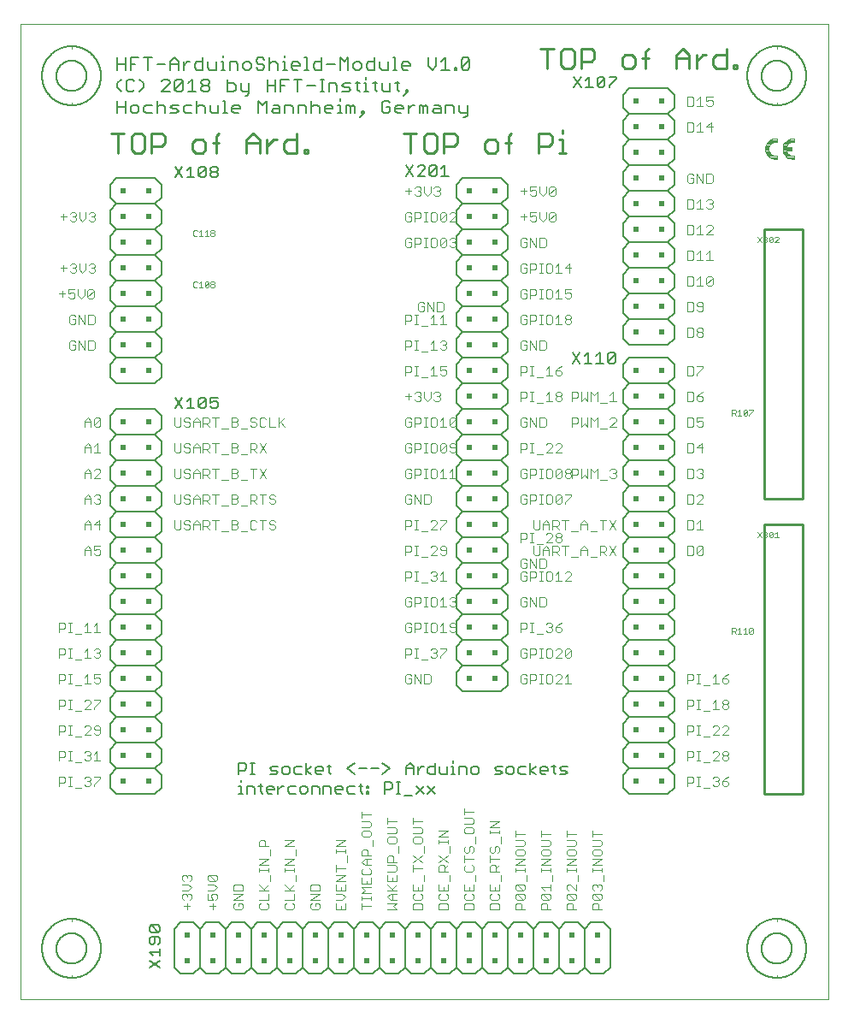
<source format=gto>
G75*
%MOIN*%
%OFA0B0*%
%FSLAX25Y25*%
%IPPOS*%
%LPD*%
%AMOC8*
5,1,8,0,0,1.08239X$1,22.5*
%
%ADD10C,0.00000*%
%ADD11C,0.00800*%
%ADD12C,0.00394*%
%ADD13C,0.00400*%
%ADD14C,0.00900*%
%ADD15C,0.00500*%
%ADD16C,0.00200*%
%ADD17C,0.00600*%
%ADD18C,0.01000*%
%ADD19R,0.02000X0.02000*%
D10*
X0038933Y0038933D02*
X0038933Y0418933D01*
X0353933Y0418933D01*
X0353933Y0038933D01*
X0038933Y0038933D01*
D11*
X0053027Y0058933D02*
X0053029Y0059086D01*
X0053035Y0059240D01*
X0053045Y0059393D01*
X0053059Y0059545D01*
X0053077Y0059698D01*
X0053099Y0059849D01*
X0053124Y0060000D01*
X0053154Y0060151D01*
X0053188Y0060301D01*
X0053225Y0060449D01*
X0053266Y0060597D01*
X0053311Y0060743D01*
X0053360Y0060889D01*
X0053413Y0061033D01*
X0053469Y0061175D01*
X0053529Y0061316D01*
X0053593Y0061456D01*
X0053660Y0061594D01*
X0053731Y0061730D01*
X0053806Y0061864D01*
X0053883Y0061996D01*
X0053965Y0062126D01*
X0054049Y0062254D01*
X0054137Y0062380D01*
X0054228Y0062503D01*
X0054322Y0062624D01*
X0054420Y0062742D01*
X0054520Y0062858D01*
X0054624Y0062971D01*
X0054730Y0063082D01*
X0054839Y0063190D01*
X0054951Y0063295D01*
X0055065Y0063396D01*
X0055183Y0063495D01*
X0055302Y0063591D01*
X0055424Y0063684D01*
X0055549Y0063773D01*
X0055676Y0063860D01*
X0055805Y0063942D01*
X0055936Y0064022D01*
X0056069Y0064098D01*
X0056204Y0064171D01*
X0056341Y0064240D01*
X0056480Y0064305D01*
X0056620Y0064367D01*
X0056762Y0064425D01*
X0056905Y0064480D01*
X0057050Y0064531D01*
X0057196Y0064578D01*
X0057343Y0064621D01*
X0057491Y0064660D01*
X0057640Y0064696D01*
X0057790Y0064727D01*
X0057941Y0064755D01*
X0058092Y0064779D01*
X0058245Y0064799D01*
X0058397Y0064815D01*
X0058550Y0064827D01*
X0058703Y0064835D01*
X0058856Y0064839D01*
X0059010Y0064839D01*
X0059163Y0064835D01*
X0059316Y0064827D01*
X0059469Y0064815D01*
X0059621Y0064799D01*
X0059774Y0064779D01*
X0059925Y0064755D01*
X0060076Y0064727D01*
X0060226Y0064696D01*
X0060375Y0064660D01*
X0060523Y0064621D01*
X0060670Y0064578D01*
X0060816Y0064531D01*
X0060961Y0064480D01*
X0061104Y0064425D01*
X0061246Y0064367D01*
X0061386Y0064305D01*
X0061525Y0064240D01*
X0061662Y0064171D01*
X0061797Y0064098D01*
X0061930Y0064022D01*
X0062061Y0063942D01*
X0062190Y0063860D01*
X0062317Y0063773D01*
X0062442Y0063684D01*
X0062564Y0063591D01*
X0062683Y0063495D01*
X0062801Y0063396D01*
X0062915Y0063295D01*
X0063027Y0063190D01*
X0063136Y0063082D01*
X0063242Y0062971D01*
X0063346Y0062858D01*
X0063446Y0062742D01*
X0063544Y0062624D01*
X0063638Y0062503D01*
X0063729Y0062380D01*
X0063817Y0062254D01*
X0063901Y0062126D01*
X0063983Y0061996D01*
X0064060Y0061864D01*
X0064135Y0061730D01*
X0064206Y0061594D01*
X0064273Y0061456D01*
X0064337Y0061316D01*
X0064397Y0061175D01*
X0064453Y0061033D01*
X0064506Y0060889D01*
X0064555Y0060743D01*
X0064600Y0060597D01*
X0064641Y0060449D01*
X0064678Y0060301D01*
X0064712Y0060151D01*
X0064742Y0060000D01*
X0064767Y0059849D01*
X0064789Y0059698D01*
X0064807Y0059545D01*
X0064821Y0059393D01*
X0064831Y0059240D01*
X0064837Y0059086D01*
X0064839Y0058933D01*
X0064837Y0058780D01*
X0064831Y0058626D01*
X0064821Y0058473D01*
X0064807Y0058321D01*
X0064789Y0058168D01*
X0064767Y0058017D01*
X0064742Y0057866D01*
X0064712Y0057715D01*
X0064678Y0057565D01*
X0064641Y0057417D01*
X0064600Y0057269D01*
X0064555Y0057123D01*
X0064506Y0056977D01*
X0064453Y0056833D01*
X0064397Y0056691D01*
X0064337Y0056550D01*
X0064273Y0056410D01*
X0064206Y0056272D01*
X0064135Y0056136D01*
X0064060Y0056002D01*
X0063983Y0055870D01*
X0063901Y0055740D01*
X0063817Y0055612D01*
X0063729Y0055486D01*
X0063638Y0055363D01*
X0063544Y0055242D01*
X0063446Y0055124D01*
X0063346Y0055008D01*
X0063242Y0054895D01*
X0063136Y0054784D01*
X0063027Y0054676D01*
X0062915Y0054571D01*
X0062801Y0054470D01*
X0062683Y0054371D01*
X0062564Y0054275D01*
X0062442Y0054182D01*
X0062317Y0054093D01*
X0062190Y0054006D01*
X0062061Y0053924D01*
X0061930Y0053844D01*
X0061797Y0053768D01*
X0061662Y0053695D01*
X0061525Y0053626D01*
X0061386Y0053561D01*
X0061246Y0053499D01*
X0061104Y0053441D01*
X0060961Y0053386D01*
X0060816Y0053335D01*
X0060670Y0053288D01*
X0060523Y0053245D01*
X0060375Y0053206D01*
X0060226Y0053170D01*
X0060076Y0053139D01*
X0059925Y0053111D01*
X0059774Y0053087D01*
X0059621Y0053067D01*
X0059469Y0053051D01*
X0059316Y0053039D01*
X0059163Y0053031D01*
X0059010Y0053027D01*
X0058856Y0053027D01*
X0058703Y0053031D01*
X0058550Y0053039D01*
X0058397Y0053051D01*
X0058245Y0053067D01*
X0058092Y0053087D01*
X0057941Y0053111D01*
X0057790Y0053139D01*
X0057640Y0053170D01*
X0057491Y0053206D01*
X0057343Y0053245D01*
X0057196Y0053288D01*
X0057050Y0053335D01*
X0056905Y0053386D01*
X0056762Y0053441D01*
X0056620Y0053499D01*
X0056480Y0053561D01*
X0056341Y0053626D01*
X0056204Y0053695D01*
X0056069Y0053768D01*
X0055936Y0053844D01*
X0055805Y0053924D01*
X0055676Y0054006D01*
X0055549Y0054093D01*
X0055424Y0054182D01*
X0055302Y0054275D01*
X0055183Y0054371D01*
X0055065Y0054470D01*
X0054951Y0054571D01*
X0054839Y0054676D01*
X0054730Y0054784D01*
X0054624Y0054895D01*
X0054520Y0055008D01*
X0054420Y0055124D01*
X0054322Y0055242D01*
X0054228Y0055363D01*
X0054137Y0055486D01*
X0054049Y0055612D01*
X0053965Y0055740D01*
X0053883Y0055870D01*
X0053806Y0056002D01*
X0053731Y0056136D01*
X0053660Y0056272D01*
X0053593Y0056410D01*
X0053529Y0056550D01*
X0053469Y0056691D01*
X0053413Y0056833D01*
X0053360Y0056977D01*
X0053311Y0057123D01*
X0053266Y0057269D01*
X0053225Y0057417D01*
X0053188Y0057565D01*
X0053154Y0057715D01*
X0053124Y0057866D01*
X0053099Y0058017D01*
X0053077Y0058168D01*
X0053059Y0058321D01*
X0053045Y0058473D01*
X0053035Y0058626D01*
X0053029Y0058780D01*
X0053027Y0058933D01*
X0089329Y0057338D02*
X0093533Y0057338D01*
X0093533Y0055937D02*
X0093533Y0058739D01*
X0092832Y0060541D02*
X0093533Y0061242D01*
X0093533Y0062643D01*
X0092832Y0063343D01*
X0090030Y0063343D01*
X0089329Y0062643D01*
X0089329Y0061242D01*
X0090030Y0060541D01*
X0090731Y0060541D01*
X0091431Y0061242D01*
X0091431Y0063343D01*
X0090030Y0065145D02*
X0089329Y0065845D01*
X0089329Y0067247D01*
X0090030Y0067947D01*
X0092832Y0065145D01*
X0093533Y0065845D01*
X0093533Y0067247D01*
X0092832Y0067947D01*
X0090030Y0067947D01*
X0090030Y0065145D02*
X0092832Y0065145D01*
X0089329Y0057338D02*
X0090731Y0055937D01*
X0089329Y0054135D02*
X0093533Y0051333D01*
X0093533Y0054135D02*
X0089329Y0051333D01*
X0099333Y0269333D02*
X0102135Y0273537D01*
X0103937Y0272135D02*
X0105338Y0273537D01*
X0105338Y0269333D01*
X0103937Y0269333D02*
X0106739Y0269333D01*
X0108541Y0270034D02*
X0111343Y0272836D01*
X0111343Y0270034D01*
X0110643Y0269333D01*
X0109242Y0269333D01*
X0108541Y0270034D01*
X0108541Y0272836D01*
X0109242Y0273537D01*
X0110643Y0273537D01*
X0111343Y0272836D01*
X0113145Y0273537D02*
X0113145Y0271435D01*
X0114546Y0272135D01*
X0115247Y0272135D01*
X0115947Y0271435D01*
X0115947Y0270034D01*
X0115247Y0269333D01*
X0113845Y0269333D01*
X0113145Y0270034D01*
X0113145Y0273537D02*
X0115947Y0273537D01*
X0102135Y0269333D02*
X0099333Y0273537D01*
X0099333Y0359333D02*
X0102135Y0363537D01*
X0103937Y0362135D02*
X0105338Y0363537D01*
X0105338Y0359333D01*
X0103937Y0359333D02*
X0106739Y0359333D01*
X0108541Y0360034D02*
X0111343Y0362836D01*
X0111343Y0360034D01*
X0110643Y0359333D01*
X0109242Y0359333D01*
X0108541Y0360034D01*
X0108541Y0362836D01*
X0109242Y0363537D01*
X0110643Y0363537D01*
X0111343Y0362836D01*
X0113145Y0362836D02*
X0113145Y0362135D01*
X0113845Y0361435D01*
X0115247Y0361435D01*
X0115947Y0360734D01*
X0115947Y0360034D01*
X0115247Y0359333D01*
X0113845Y0359333D01*
X0113145Y0360034D01*
X0113145Y0360734D01*
X0113845Y0361435D01*
X0115247Y0361435D02*
X0115947Y0362135D01*
X0115947Y0362836D01*
X0115247Y0363537D01*
X0113845Y0363537D01*
X0113145Y0362836D01*
X0102135Y0359333D02*
X0099333Y0363537D01*
X0099861Y0384333D02*
X0100661Y0385134D01*
X0099861Y0385934D01*
X0098259Y0385934D01*
X0097459Y0386735D01*
X0098259Y0387536D01*
X0100661Y0387536D01*
X0102615Y0386735D02*
X0102615Y0385134D01*
X0103416Y0384333D01*
X0105818Y0384333D01*
X0107771Y0384333D02*
X0107771Y0389137D01*
X0108572Y0387536D02*
X0110173Y0387536D01*
X0110974Y0386735D01*
X0110974Y0384333D01*
X0112928Y0385134D02*
X0113729Y0384333D01*
X0116131Y0384333D01*
X0116131Y0387536D01*
X0118084Y0389137D02*
X0118885Y0389137D01*
X0118885Y0384333D01*
X0118084Y0384333D02*
X0119686Y0384333D01*
X0121522Y0385134D02*
X0121522Y0386735D01*
X0122323Y0387536D01*
X0123924Y0387536D01*
X0124725Y0386735D01*
X0124725Y0385934D01*
X0121522Y0385934D01*
X0121522Y0385134D02*
X0122323Y0384333D01*
X0123924Y0384333D01*
X0126561Y0391132D02*
X0127361Y0391132D01*
X0128162Y0391932D01*
X0128162Y0395936D01*
X0124959Y0395936D02*
X0124959Y0393534D01*
X0125760Y0392733D01*
X0128162Y0392733D01*
X0131835Y0389137D02*
X0133436Y0387536D01*
X0135037Y0389137D01*
X0135037Y0384333D01*
X0136991Y0385134D02*
X0137792Y0385934D01*
X0140194Y0385934D01*
X0140194Y0386735D02*
X0140194Y0384333D01*
X0137792Y0384333D01*
X0136991Y0385134D01*
X0137792Y0387536D02*
X0139393Y0387536D01*
X0140194Y0386735D01*
X0142147Y0387536D02*
X0144549Y0387536D01*
X0145350Y0386735D01*
X0145350Y0384333D01*
X0147304Y0384333D02*
X0147304Y0387536D01*
X0149706Y0387536D01*
X0150507Y0386735D01*
X0150507Y0384333D01*
X0152460Y0384333D02*
X0152460Y0389137D01*
X0153261Y0387536D02*
X0154862Y0387536D01*
X0155663Y0386735D01*
X0155663Y0384333D01*
X0157617Y0385134D02*
X0157617Y0386735D01*
X0158417Y0387536D01*
X0160019Y0387536D01*
X0160819Y0386735D01*
X0160819Y0385934D01*
X0157617Y0385934D01*
X0157617Y0385134D02*
X0158417Y0384333D01*
X0160019Y0384333D01*
X0162773Y0384333D02*
X0164374Y0384333D01*
X0163574Y0384333D02*
X0163574Y0387536D01*
X0162773Y0387536D01*
X0163574Y0389137D02*
X0163574Y0389938D01*
X0164492Y0392733D02*
X0166894Y0392733D01*
X0167695Y0393534D01*
X0166894Y0394334D01*
X0165293Y0394334D01*
X0164492Y0395135D01*
X0165293Y0395936D01*
X0167695Y0395936D01*
X0169648Y0395936D02*
X0171250Y0395936D01*
X0170449Y0396736D02*
X0170449Y0393534D01*
X0171250Y0392733D01*
X0173086Y0392733D02*
X0174687Y0392733D01*
X0173887Y0392733D02*
X0173887Y0395936D01*
X0173086Y0395936D01*
X0173887Y0397537D02*
X0173887Y0398338D01*
X0174746Y0401133D02*
X0173945Y0401934D01*
X0173945Y0403535D01*
X0174746Y0404336D01*
X0177148Y0404336D01*
X0177148Y0405937D02*
X0177148Y0401133D01*
X0174746Y0401133D01*
X0171992Y0401934D02*
X0171992Y0403535D01*
X0171191Y0404336D01*
X0169590Y0404336D01*
X0168789Y0403535D01*
X0168789Y0401934D01*
X0169590Y0401133D01*
X0171191Y0401133D01*
X0171992Y0401934D01*
X0166835Y0401133D02*
X0166835Y0405937D01*
X0165234Y0404336D01*
X0163632Y0405937D01*
X0163632Y0401133D01*
X0161679Y0403535D02*
X0158476Y0403535D01*
X0156522Y0404336D02*
X0154120Y0404336D01*
X0153320Y0403535D01*
X0153320Y0401934D01*
X0154120Y0401133D01*
X0156522Y0401133D01*
X0156522Y0405937D01*
X0151483Y0401133D02*
X0149882Y0401133D01*
X0150683Y0401133D02*
X0150683Y0405937D01*
X0149882Y0405937D01*
X0147928Y0403535D02*
X0147928Y0402734D01*
X0144726Y0402734D01*
X0144726Y0401934D02*
X0144726Y0403535D01*
X0145526Y0404336D01*
X0147128Y0404336D01*
X0147928Y0403535D01*
X0147128Y0401133D02*
X0145526Y0401133D01*
X0144726Y0401934D01*
X0142889Y0401133D02*
X0141288Y0401133D01*
X0142089Y0401133D02*
X0142089Y0404336D01*
X0141288Y0404336D01*
X0142089Y0405937D02*
X0142089Y0406738D01*
X0139334Y0403535D02*
X0139334Y0401133D01*
X0139334Y0403535D02*
X0138534Y0404336D01*
X0136932Y0404336D01*
X0136132Y0403535D01*
X0134178Y0402734D02*
X0134178Y0401934D01*
X0133377Y0401133D01*
X0131776Y0401133D01*
X0130975Y0401934D01*
X0131776Y0403535D02*
X0133377Y0403535D01*
X0134178Y0402734D01*
X0134178Y0405136D02*
X0133377Y0405937D01*
X0131776Y0405937D01*
X0130975Y0405136D01*
X0130975Y0404336D01*
X0131776Y0403535D01*
X0129022Y0403535D02*
X0129022Y0401934D01*
X0128221Y0401133D01*
X0126620Y0401133D01*
X0125819Y0401934D01*
X0125819Y0403535D01*
X0126620Y0404336D01*
X0128221Y0404336D01*
X0129022Y0403535D01*
X0123865Y0403535D02*
X0123865Y0401133D01*
X0123865Y0403535D02*
X0123064Y0404336D01*
X0120662Y0404336D01*
X0120662Y0401133D01*
X0118826Y0401133D02*
X0117225Y0401133D01*
X0118026Y0401133D02*
X0118026Y0404336D01*
X0117225Y0404336D01*
X0118026Y0405937D02*
X0118026Y0406738D01*
X0115271Y0404336D02*
X0115271Y0401133D01*
X0112869Y0401133D01*
X0112068Y0401934D01*
X0112068Y0404336D01*
X0110115Y0404336D02*
X0107713Y0404336D01*
X0106912Y0403535D01*
X0106912Y0401934D01*
X0107713Y0401133D01*
X0110115Y0401133D01*
X0110115Y0405937D01*
X0105017Y0404336D02*
X0104216Y0404336D01*
X0102615Y0402734D01*
X0102615Y0401133D02*
X0102615Y0404336D01*
X0100661Y0404336D02*
X0100661Y0401133D01*
X0100661Y0403535D02*
X0097459Y0403535D01*
X0097459Y0404336D02*
X0099060Y0405937D01*
X0100661Y0404336D01*
X0097459Y0404336D02*
X0097459Y0401133D01*
X0095505Y0403535D02*
X0092302Y0403535D01*
X0090349Y0405937D02*
X0087146Y0405937D01*
X0088747Y0405937D02*
X0088747Y0401133D01*
X0085427Y0397537D02*
X0087028Y0395936D01*
X0087028Y0394334D01*
X0085427Y0392733D01*
X0083473Y0393534D02*
X0082673Y0392733D01*
X0081071Y0392733D01*
X0080271Y0393534D01*
X0080271Y0396736D01*
X0081071Y0397537D01*
X0082673Y0397537D01*
X0083473Y0396736D01*
X0081989Y0401133D02*
X0081989Y0405937D01*
X0085192Y0405937D01*
X0083591Y0403535D02*
X0081989Y0403535D01*
X0080036Y0403535D02*
X0076833Y0403535D01*
X0076833Y0401133D02*
X0076833Y0405937D01*
X0080036Y0405937D02*
X0080036Y0401133D01*
X0078434Y0397537D02*
X0076833Y0395936D01*
X0076833Y0394334D01*
X0078434Y0392733D01*
X0076833Y0389137D02*
X0076833Y0384333D01*
X0076833Y0386735D02*
X0080036Y0386735D01*
X0081989Y0386735D02*
X0081989Y0385134D01*
X0082790Y0384333D01*
X0084392Y0384333D01*
X0085192Y0385134D01*
X0085192Y0386735D01*
X0084392Y0387536D01*
X0082790Y0387536D01*
X0081989Y0386735D01*
X0080036Y0389137D02*
X0080036Y0384333D01*
X0087146Y0385134D02*
X0087146Y0386735D01*
X0087947Y0387536D01*
X0090349Y0387536D01*
X0092302Y0386735D02*
X0093103Y0387536D01*
X0094704Y0387536D01*
X0095505Y0386735D01*
X0095505Y0384333D01*
X0097459Y0384333D02*
X0099861Y0384333D01*
X0102615Y0386735D02*
X0103416Y0387536D01*
X0105818Y0387536D01*
X0107771Y0386735D02*
X0108572Y0387536D01*
X0112928Y0387536D02*
X0112928Y0385134D01*
X0111892Y0392733D02*
X0110291Y0392733D01*
X0109490Y0393534D01*
X0109490Y0394334D01*
X0110291Y0395135D01*
X0111892Y0395135D01*
X0112693Y0394334D01*
X0112693Y0393534D01*
X0111892Y0392733D01*
X0111892Y0395135D02*
X0112693Y0395936D01*
X0112693Y0396736D01*
X0111892Y0397537D01*
X0110291Y0397537D01*
X0109490Y0396736D01*
X0109490Y0395936D01*
X0110291Y0395135D01*
X0107537Y0392733D02*
X0104334Y0392733D01*
X0105935Y0392733D02*
X0105935Y0397537D01*
X0104334Y0395936D01*
X0102380Y0396736D02*
X0099177Y0393534D01*
X0099978Y0392733D01*
X0101580Y0392733D01*
X0102380Y0393534D01*
X0102380Y0396736D01*
X0101580Y0397537D01*
X0099978Y0397537D01*
X0099177Y0396736D01*
X0099177Y0393534D01*
X0097224Y0392733D02*
X0094021Y0392733D01*
X0097224Y0395936D01*
X0097224Y0396736D01*
X0096423Y0397537D01*
X0094822Y0397537D01*
X0094021Y0396736D01*
X0092302Y0389137D02*
X0092302Y0384333D01*
X0090349Y0384333D02*
X0087947Y0384333D01*
X0087146Y0385134D01*
X0053027Y0398933D02*
X0053029Y0399086D01*
X0053035Y0399240D01*
X0053045Y0399393D01*
X0053059Y0399545D01*
X0053077Y0399698D01*
X0053099Y0399849D01*
X0053124Y0400000D01*
X0053154Y0400151D01*
X0053188Y0400301D01*
X0053225Y0400449D01*
X0053266Y0400597D01*
X0053311Y0400743D01*
X0053360Y0400889D01*
X0053413Y0401033D01*
X0053469Y0401175D01*
X0053529Y0401316D01*
X0053593Y0401456D01*
X0053660Y0401594D01*
X0053731Y0401730D01*
X0053806Y0401864D01*
X0053883Y0401996D01*
X0053965Y0402126D01*
X0054049Y0402254D01*
X0054137Y0402380D01*
X0054228Y0402503D01*
X0054322Y0402624D01*
X0054420Y0402742D01*
X0054520Y0402858D01*
X0054624Y0402971D01*
X0054730Y0403082D01*
X0054839Y0403190D01*
X0054951Y0403295D01*
X0055065Y0403396D01*
X0055183Y0403495D01*
X0055302Y0403591D01*
X0055424Y0403684D01*
X0055549Y0403773D01*
X0055676Y0403860D01*
X0055805Y0403942D01*
X0055936Y0404022D01*
X0056069Y0404098D01*
X0056204Y0404171D01*
X0056341Y0404240D01*
X0056480Y0404305D01*
X0056620Y0404367D01*
X0056762Y0404425D01*
X0056905Y0404480D01*
X0057050Y0404531D01*
X0057196Y0404578D01*
X0057343Y0404621D01*
X0057491Y0404660D01*
X0057640Y0404696D01*
X0057790Y0404727D01*
X0057941Y0404755D01*
X0058092Y0404779D01*
X0058245Y0404799D01*
X0058397Y0404815D01*
X0058550Y0404827D01*
X0058703Y0404835D01*
X0058856Y0404839D01*
X0059010Y0404839D01*
X0059163Y0404835D01*
X0059316Y0404827D01*
X0059469Y0404815D01*
X0059621Y0404799D01*
X0059774Y0404779D01*
X0059925Y0404755D01*
X0060076Y0404727D01*
X0060226Y0404696D01*
X0060375Y0404660D01*
X0060523Y0404621D01*
X0060670Y0404578D01*
X0060816Y0404531D01*
X0060961Y0404480D01*
X0061104Y0404425D01*
X0061246Y0404367D01*
X0061386Y0404305D01*
X0061525Y0404240D01*
X0061662Y0404171D01*
X0061797Y0404098D01*
X0061930Y0404022D01*
X0062061Y0403942D01*
X0062190Y0403860D01*
X0062317Y0403773D01*
X0062442Y0403684D01*
X0062564Y0403591D01*
X0062683Y0403495D01*
X0062801Y0403396D01*
X0062915Y0403295D01*
X0063027Y0403190D01*
X0063136Y0403082D01*
X0063242Y0402971D01*
X0063346Y0402858D01*
X0063446Y0402742D01*
X0063544Y0402624D01*
X0063638Y0402503D01*
X0063729Y0402380D01*
X0063817Y0402254D01*
X0063901Y0402126D01*
X0063983Y0401996D01*
X0064060Y0401864D01*
X0064135Y0401730D01*
X0064206Y0401594D01*
X0064273Y0401456D01*
X0064337Y0401316D01*
X0064397Y0401175D01*
X0064453Y0401033D01*
X0064506Y0400889D01*
X0064555Y0400743D01*
X0064600Y0400597D01*
X0064641Y0400449D01*
X0064678Y0400301D01*
X0064712Y0400151D01*
X0064742Y0400000D01*
X0064767Y0399849D01*
X0064789Y0399698D01*
X0064807Y0399545D01*
X0064821Y0399393D01*
X0064831Y0399240D01*
X0064837Y0399086D01*
X0064839Y0398933D01*
X0064837Y0398780D01*
X0064831Y0398626D01*
X0064821Y0398473D01*
X0064807Y0398321D01*
X0064789Y0398168D01*
X0064767Y0398017D01*
X0064742Y0397866D01*
X0064712Y0397715D01*
X0064678Y0397565D01*
X0064641Y0397417D01*
X0064600Y0397269D01*
X0064555Y0397123D01*
X0064506Y0396977D01*
X0064453Y0396833D01*
X0064397Y0396691D01*
X0064337Y0396550D01*
X0064273Y0396410D01*
X0064206Y0396272D01*
X0064135Y0396136D01*
X0064060Y0396002D01*
X0063983Y0395870D01*
X0063901Y0395740D01*
X0063817Y0395612D01*
X0063729Y0395486D01*
X0063638Y0395363D01*
X0063544Y0395242D01*
X0063446Y0395124D01*
X0063346Y0395008D01*
X0063242Y0394895D01*
X0063136Y0394784D01*
X0063027Y0394676D01*
X0062915Y0394571D01*
X0062801Y0394470D01*
X0062683Y0394371D01*
X0062564Y0394275D01*
X0062442Y0394182D01*
X0062317Y0394093D01*
X0062190Y0394006D01*
X0062061Y0393924D01*
X0061930Y0393844D01*
X0061797Y0393768D01*
X0061662Y0393695D01*
X0061525Y0393626D01*
X0061386Y0393561D01*
X0061246Y0393499D01*
X0061104Y0393441D01*
X0060961Y0393386D01*
X0060816Y0393335D01*
X0060670Y0393288D01*
X0060523Y0393245D01*
X0060375Y0393206D01*
X0060226Y0393170D01*
X0060076Y0393139D01*
X0059925Y0393111D01*
X0059774Y0393087D01*
X0059621Y0393067D01*
X0059469Y0393051D01*
X0059316Y0393039D01*
X0059163Y0393031D01*
X0059010Y0393027D01*
X0058856Y0393027D01*
X0058703Y0393031D01*
X0058550Y0393039D01*
X0058397Y0393051D01*
X0058245Y0393067D01*
X0058092Y0393087D01*
X0057941Y0393111D01*
X0057790Y0393139D01*
X0057640Y0393170D01*
X0057491Y0393206D01*
X0057343Y0393245D01*
X0057196Y0393288D01*
X0057050Y0393335D01*
X0056905Y0393386D01*
X0056762Y0393441D01*
X0056620Y0393499D01*
X0056480Y0393561D01*
X0056341Y0393626D01*
X0056204Y0393695D01*
X0056069Y0393768D01*
X0055936Y0393844D01*
X0055805Y0393924D01*
X0055676Y0394006D01*
X0055549Y0394093D01*
X0055424Y0394182D01*
X0055302Y0394275D01*
X0055183Y0394371D01*
X0055065Y0394470D01*
X0054951Y0394571D01*
X0054839Y0394676D01*
X0054730Y0394784D01*
X0054624Y0394895D01*
X0054520Y0395008D01*
X0054420Y0395124D01*
X0054322Y0395242D01*
X0054228Y0395363D01*
X0054137Y0395486D01*
X0054049Y0395612D01*
X0053965Y0395740D01*
X0053883Y0395870D01*
X0053806Y0396002D01*
X0053731Y0396136D01*
X0053660Y0396272D01*
X0053593Y0396410D01*
X0053529Y0396550D01*
X0053469Y0396691D01*
X0053413Y0396833D01*
X0053360Y0396977D01*
X0053311Y0397123D01*
X0053266Y0397269D01*
X0053225Y0397417D01*
X0053188Y0397565D01*
X0053154Y0397715D01*
X0053124Y0397866D01*
X0053099Y0398017D01*
X0053077Y0398168D01*
X0053059Y0398321D01*
X0053045Y0398473D01*
X0053035Y0398626D01*
X0053029Y0398780D01*
X0053027Y0398933D01*
X0119803Y0397537D02*
X0119803Y0392733D01*
X0122205Y0392733D01*
X0123006Y0393534D01*
X0123006Y0395135D01*
X0122205Y0395936D01*
X0119803Y0395936D01*
X0131835Y0389137D02*
X0131835Y0384333D01*
X0135272Y0392733D02*
X0135272Y0397537D01*
X0135272Y0395135D02*
X0138475Y0395135D01*
X0140429Y0395135D02*
X0142030Y0395135D01*
X0140429Y0392733D02*
X0140429Y0397537D01*
X0143631Y0397537D01*
X0145585Y0397537D02*
X0148788Y0397537D01*
X0147186Y0397537D02*
X0147186Y0392733D01*
X0150741Y0395135D02*
X0153944Y0395135D01*
X0155898Y0392733D02*
X0157499Y0392733D01*
X0156699Y0392733D02*
X0156699Y0397537D01*
X0157499Y0397537D02*
X0155898Y0397537D01*
X0159335Y0395936D02*
X0161737Y0395936D01*
X0162538Y0395135D01*
X0162538Y0392733D01*
X0159335Y0392733D02*
X0159335Y0395936D01*
X0153261Y0387536D02*
X0152460Y0386735D01*
X0142147Y0387536D02*
X0142147Y0384333D01*
X0138475Y0392733D02*
X0138475Y0397537D01*
X0136132Y0401133D02*
X0136132Y0405937D01*
X0166211Y0387536D02*
X0166211Y0384333D01*
X0167812Y0384333D02*
X0167812Y0386735D01*
X0168613Y0387536D01*
X0169413Y0386735D01*
X0169413Y0384333D01*
X0171367Y0382732D02*
X0172968Y0384333D01*
X0172168Y0384333D01*
X0172168Y0385134D01*
X0172968Y0385134D01*
X0172968Y0384333D01*
X0179961Y0385134D02*
X0179961Y0388336D01*
X0180762Y0389137D01*
X0182363Y0389137D01*
X0183164Y0388336D01*
X0183164Y0386735D02*
X0181562Y0386735D01*
X0183164Y0386735D02*
X0183164Y0385134D01*
X0182363Y0384333D01*
X0180762Y0384333D01*
X0179961Y0385134D01*
X0185117Y0385134D02*
X0185117Y0386735D01*
X0185918Y0387536D01*
X0187519Y0387536D01*
X0188320Y0386735D01*
X0188320Y0385934D01*
X0185117Y0385934D01*
X0185117Y0385134D02*
X0185918Y0384333D01*
X0187519Y0384333D01*
X0190274Y0384333D02*
X0190274Y0387536D01*
X0191875Y0387536D02*
X0192676Y0387536D01*
X0191875Y0387536D02*
X0190274Y0385934D01*
X0194571Y0384333D02*
X0194571Y0387536D01*
X0195371Y0387536D01*
X0196172Y0386735D01*
X0196973Y0387536D01*
X0197774Y0386735D01*
X0197774Y0384333D01*
X0196172Y0384333D02*
X0196172Y0386735D01*
X0199727Y0385134D02*
X0200528Y0385934D01*
X0202930Y0385934D01*
X0202930Y0386735D02*
X0202930Y0384333D01*
X0200528Y0384333D01*
X0199727Y0385134D01*
X0200528Y0387536D02*
X0202129Y0387536D01*
X0202930Y0386735D01*
X0204884Y0387536D02*
X0207286Y0387536D01*
X0208086Y0386735D01*
X0208086Y0384333D01*
X0210040Y0385134D02*
X0210841Y0384333D01*
X0213243Y0384333D01*
X0213243Y0383532D02*
X0212442Y0382732D01*
X0211641Y0382732D01*
X0213243Y0383532D02*
X0213243Y0387536D01*
X0210040Y0387536D02*
X0210040Y0385134D01*
X0204884Y0384333D02*
X0204884Y0387536D01*
X0204766Y0401133D02*
X0204766Y0405937D01*
X0203165Y0404336D01*
X0201211Y0402734D02*
X0201211Y0405937D01*
X0201211Y0402734D02*
X0199610Y0401133D01*
X0198008Y0402734D01*
X0198008Y0405937D01*
X0203165Y0401133D02*
X0206368Y0401133D01*
X0208321Y0401133D02*
X0209122Y0401133D01*
X0209122Y0401934D01*
X0208321Y0401934D01*
X0208321Y0401133D01*
X0210899Y0401934D02*
X0214102Y0405136D01*
X0214102Y0401934D01*
X0213301Y0401133D01*
X0211700Y0401133D01*
X0210899Y0401934D01*
X0210899Y0405136D01*
X0211700Y0405937D01*
X0213301Y0405937D01*
X0214102Y0405136D01*
X0190898Y0403535D02*
X0190898Y0402734D01*
X0187696Y0402734D01*
X0187696Y0401934D02*
X0187696Y0403535D01*
X0188496Y0404336D01*
X0190098Y0404336D01*
X0190898Y0403535D01*
X0190098Y0401133D02*
X0188496Y0401133D01*
X0187696Y0401934D01*
X0185859Y0401133D02*
X0184258Y0401133D01*
X0185059Y0401133D02*
X0185059Y0405937D01*
X0184258Y0405937D01*
X0182304Y0404336D02*
X0182304Y0401133D01*
X0179902Y0401133D01*
X0179102Y0401934D01*
X0179102Y0404336D01*
X0177324Y0396736D02*
X0177324Y0393534D01*
X0178125Y0392733D01*
X0179961Y0393534D02*
X0180762Y0392733D01*
X0183164Y0392733D01*
X0183164Y0395936D01*
X0185117Y0395936D02*
X0186719Y0395936D01*
X0185918Y0396736D02*
X0185918Y0393534D01*
X0186719Y0392733D01*
X0188555Y0391132D02*
X0190156Y0392733D01*
X0189356Y0392733D01*
X0189356Y0393534D01*
X0190156Y0393534D01*
X0190156Y0392733D01*
X0179961Y0393534D02*
X0179961Y0395936D01*
X0178125Y0395936D02*
X0176523Y0395936D01*
X0167812Y0386735D02*
X0167011Y0387536D01*
X0166211Y0387536D01*
X0189333Y0364037D02*
X0192135Y0359833D01*
X0193937Y0359833D02*
X0196739Y0362635D01*
X0196739Y0363336D01*
X0196039Y0364037D01*
X0194638Y0364037D01*
X0193937Y0363336D01*
X0192135Y0364037D02*
X0189333Y0359833D01*
X0193937Y0359833D02*
X0196739Y0359833D01*
X0198541Y0360534D02*
X0201343Y0363336D01*
X0201343Y0360534D01*
X0200643Y0359833D01*
X0199242Y0359833D01*
X0198541Y0360534D01*
X0198541Y0363336D01*
X0199242Y0364037D01*
X0200643Y0364037D01*
X0201343Y0363336D01*
X0203145Y0362635D02*
X0204546Y0364037D01*
X0204546Y0359833D01*
X0203145Y0359833D02*
X0205947Y0359833D01*
X0254833Y0394333D02*
X0257635Y0398537D01*
X0259437Y0397135D02*
X0260838Y0398537D01*
X0260838Y0394333D01*
X0259437Y0394333D02*
X0262239Y0394333D01*
X0264041Y0395034D02*
X0264742Y0394333D01*
X0266143Y0394333D01*
X0266843Y0395034D01*
X0266843Y0397836D01*
X0264041Y0395034D01*
X0264041Y0397836D01*
X0264742Y0398537D01*
X0266143Y0398537D01*
X0266843Y0397836D01*
X0268645Y0398537D02*
X0271447Y0398537D01*
X0271447Y0397836D01*
X0268645Y0395034D01*
X0268645Y0394333D01*
X0257635Y0394333D02*
X0254833Y0398537D01*
X0328027Y0398933D02*
X0328029Y0399086D01*
X0328035Y0399240D01*
X0328045Y0399393D01*
X0328059Y0399545D01*
X0328077Y0399698D01*
X0328099Y0399849D01*
X0328124Y0400000D01*
X0328154Y0400151D01*
X0328188Y0400301D01*
X0328225Y0400449D01*
X0328266Y0400597D01*
X0328311Y0400743D01*
X0328360Y0400889D01*
X0328413Y0401033D01*
X0328469Y0401175D01*
X0328529Y0401316D01*
X0328593Y0401456D01*
X0328660Y0401594D01*
X0328731Y0401730D01*
X0328806Y0401864D01*
X0328883Y0401996D01*
X0328965Y0402126D01*
X0329049Y0402254D01*
X0329137Y0402380D01*
X0329228Y0402503D01*
X0329322Y0402624D01*
X0329420Y0402742D01*
X0329520Y0402858D01*
X0329624Y0402971D01*
X0329730Y0403082D01*
X0329839Y0403190D01*
X0329951Y0403295D01*
X0330065Y0403396D01*
X0330183Y0403495D01*
X0330302Y0403591D01*
X0330424Y0403684D01*
X0330549Y0403773D01*
X0330676Y0403860D01*
X0330805Y0403942D01*
X0330936Y0404022D01*
X0331069Y0404098D01*
X0331204Y0404171D01*
X0331341Y0404240D01*
X0331480Y0404305D01*
X0331620Y0404367D01*
X0331762Y0404425D01*
X0331905Y0404480D01*
X0332050Y0404531D01*
X0332196Y0404578D01*
X0332343Y0404621D01*
X0332491Y0404660D01*
X0332640Y0404696D01*
X0332790Y0404727D01*
X0332941Y0404755D01*
X0333092Y0404779D01*
X0333245Y0404799D01*
X0333397Y0404815D01*
X0333550Y0404827D01*
X0333703Y0404835D01*
X0333856Y0404839D01*
X0334010Y0404839D01*
X0334163Y0404835D01*
X0334316Y0404827D01*
X0334469Y0404815D01*
X0334621Y0404799D01*
X0334774Y0404779D01*
X0334925Y0404755D01*
X0335076Y0404727D01*
X0335226Y0404696D01*
X0335375Y0404660D01*
X0335523Y0404621D01*
X0335670Y0404578D01*
X0335816Y0404531D01*
X0335961Y0404480D01*
X0336104Y0404425D01*
X0336246Y0404367D01*
X0336386Y0404305D01*
X0336525Y0404240D01*
X0336662Y0404171D01*
X0336797Y0404098D01*
X0336930Y0404022D01*
X0337061Y0403942D01*
X0337190Y0403860D01*
X0337317Y0403773D01*
X0337442Y0403684D01*
X0337564Y0403591D01*
X0337683Y0403495D01*
X0337801Y0403396D01*
X0337915Y0403295D01*
X0338027Y0403190D01*
X0338136Y0403082D01*
X0338242Y0402971D01*
X0338346Y0402858D01*
X0338446Y0402742D01*
X0338544Y0402624D01*
X0338638Y0402503D01*
X0338729Y0402380D01*
X0338817Y0402254D01*
X0338901Y0402126D01*
X0338983Y0401996D01*
X0339060Y0401864D01*
X0339135Y0401730D01*
X0339206Y0401594D01*
X0339273Y0401456D01*
X0339337Y0401316D01*
X0339397Y0401175D01*
X0339453Y0401033D01*
X0339506Y0400889D01*
X0339555Y0400743D01*
X0339600Y0400597D01*
X0339641Y0400449D01*
X0339678Y0400301D01*
X0339712Y0400151D01*
X0339742Y0400000D01*
X0339767Y0399849D01*
X0339789Y0399698D01*
X0339807Y0399545D01*
X0339821Y0399393D01*
X0339831Y0399240D01*
X0339837Y0399086D01*
X0339839Y0398933D01*
X0339837Y0398780D01*
X0339831Y0398626D01*
X0339821Y0398473D01*
X0339807Y0398321D01*
X0339789Y0398168D01*
X0339767Y0398017D01*
X0339742Y0397866D01*
X0339712Y0397715D01*
X0339678Y0397565D01*
X0339641Y0397417D01*
X0339600Y0397269D01*
X0339555Y0397123D01*
X0339506Y0396977D01*
X0339453Y0396833D01*
X0339397Y0396691D01*
X0339337Y0396550D01*
X0339273Y0396410D01*
X0339206Y0396272D01*
X0339135Y0396136D01*
X0339060Y0396002D01*
X0338983Y0395870D01*
X0338901Y0395740D01*
X0338817Y0395612D01*
X0338729Y0395486D01*
X0338638Y0395363D01*
X0338544Y0395242D01*
X0338446Y0395124D01*
X0338346Y0395008D01*
X0338242Y0394895D01*
X0338136Y0394784D01*
X0338027Y0394676D01*
X0337915Y0394571D01*
X0337801Y0394470D01*
X0337683Y0394371D01*
X0337564Y0394275D01*
X0337442Y0394182D01*
X0337317Y0394093D01*
X0337190Y0394006D01*
X0337061Y0393924D01*
X0336930Y0393844D01*
X0336797Y0393768D01*
X0336662Y0393695D01*
X0336525Y0393626D01*
X0336386Y0393561D01*
X0336246Y0393499D01*
X0336104Y0393441D01*
X0335961Y0393386D01*
X0335816Y0393335D01*
X0335670Y0393288D01*
X0335523Y0393245D01*
X0335375Y0393206D01*
X0335226Y0393170D01*
X0335076Y0393139D01*
X0334925Y0393111D01*
X0334774Y0393087D01*
X0334621Y0393067D01*
X0334469Y0393051D01*
X0334316Y0393039D01*
X0334163Y0393031D01*
X0334010Y0393027D01*
X0333856Y0393027D01*
X0333703Y0393031D01*
X0333550Y0393039D01*
X0333397Y0393051D01*
X0333245Y0393067D01*
X0333092Y0393087D01*
X0332941Y0393111D01*
X0332790Y0393139D01*
X0332640Y0393170D01*
X0332491Y0393206D01*
X0332343Y0393245D01*
X0332196Y0393288D01*
X0332050Y0393335D01*
X0331905Y0393386D01*
X0331762Y0393441D01*
X0331620Y0393499D01*
X0331480Y0393561D01*
X0331341Y0393626D01*
X0331204Y0393695D01*
X0331069Y0393768D01*
X0330936Y0393844D01*
X0330805Y0393924D01*
X0330676Y0394006D01*
X0330549Y0394093D01*
X0330424Y0394182D01*
X0330302Y0394275D01*
X0330183Y0394371D01*
X0330065Y0394470D01*
X0329951Y0394571D01*
X0329839Y0394676D01*
X0329730Y0394784D01*
X0329624Y0394895D01*
X0329520Y0395008D01*
X0329420Y0395124D01*
X0329322Y0395242D01*
X0329228Y0395363D01*
X0329137Y0395486D01*
X0329049Y0395612D01*
X0328965Y0395740D01*
X0328883Y0395870D01*
X0328806Y0396002D01*
X0328731Y0396136D01*
X0328660Y0396272D01*
X0328593Y0396410D01*
X0328529Y0396550D01*
X0328469Y0396691D01*
X0328413Y0396833D01*
X0328360Y0396977D01*
X0328311Y0397123D01*
X0328266Y0397269D01*
X0328225Y0397417D01*
X0328188Y0397565D01*
X0328154Y0397715D01*
X0328124Y0397866D01*
X0328099Y0398017D01*
X0328077Y0398168D01*
X0328059Y0398321D01*
X0328045Y0398473D01*
X0328035Y0398626D01*
X0328029Y0398780D01*
X0328027Y0398933D01*
X0270247Y0291037D02*
X0268845Y0291037D01*
X0268145Y0290336D01*
X0268145Y0287534D01*
X0270947Y0290336D01*
X0270947Y0287534D01*
X0270247Y0286833D01*
X0268845Y0286833D01*
X0268145Y0287534D01*
X0266343Y0286833D02*
X0263541Y0286833D01*
X0264942Y0286833D02*
X0264942Y0291037D01*
X0263541Y0289635D01*
X0261739Y0286833D02*
X0258937Y0286833D01*
X0260338Y0286833D02*
X0260338Y0291037D01*
X0258937Y0289635D01*
X0257135Y0291037D02*
X0254333Y0286833D01*
X0257135Y0286833D02*
X0254333Y0291037D01*
X0270247Y0291037D02*
X0270947Y0290336D01*
X0328027Y0058933D02*
X0328029Y0059086D01*
X0328035Y0059240D01*
X0328045Y0059393D01*
X0328059Y0059545D01*
X0328077Y0059698D01*
X0328099Y0059849D01*
X0328124Y0060000D01*
X0328154Y0060151D01*
X0328188Y0060301D01*
X0328225Y0060449D01*
X0328266Y0060597D01*
X0328311Y0060743D01*
X0328360Y0060889D01*
X0328413Y0061033D01*
X0328469Y0061175D01*
X0328529Y0061316D01*
X0328593Y0061456D01*
X0328660Y0061594D01*
X0328731Y0061730D01*
X0328806Y0061864D01*
X0328883Y0061996D01*
X0328965Y0062126D01*
X0329049Y0062254D01*
X0329137Y0062380D01*
X0329228Y0062503D01*
X0329322Y0062624D01*
X0329420Y0062742D01*
X0329520Y0062858D01*
X0329624Y0062971D01*
X0329730Y0063082D01*
X0329839Y0063190D01*
X0329951Y0063295D01*
X0330065Y0063396D01*
X0330183Y0063495D01*
X0330302Y0063591D01*
X0330424Y0063684D01*
X0330549Y0063773D01*
X0330676Y0063860D01*
X0330805Y0063942D01*
X0330936Y0064022D01*
X0331069Y0064098D01*
X0331204Y0064171D01*
X0331341Y0064240D01*
X0331480Y0064305D01*
X0331620Y0064367D01*
X0331762Y0064425D01*
X0331905Y0064480D01*
X0332050Y0064531D01*
X0332196Y0064578D01*
X0332343Y0064621D01*
X0332491Y0064660D01*
X0332640Y0064696D01*
X0332790Y0064727D01*
X0332941Y0064755D01*
X0333092Y0064779D01*
X0333245Y0064799D01*
X0333397Y0064815D01*
X0333550Y0064827D01*
X0333703Y0064835D01*
X0333856Y0064839D01*
X0334010Y0064839D01*
X0334163Y0064835D01*
X0334316Y0064827D01*
X0334469Y0064815D01*
X0334621Y0064799D01*
X0334774Y0064779D01*
X0334925Y0064755D01*
X0335076Y0064727D01*
X0335226Y0064696D01*
X0335375Y0064660D01*
X0335523Y0064621D01*
X0335670Y0064578D01*
X0335816Y0064531D01*
X0335961Y0064480D01*
X0336104Y0064425D01*
X0336246Y0064367D01*
X0336386Y0064305D01*
X0336525Y0064240D01*
X0336662Y0064171D01*
X0336797Y0064098D01*
X0336930Y0064022D01*
X0337061Y0063942D01*
X0337190Y0063860D01*
X0337317Y0063773D01*
X0337442Y0063684D01*
X0337564Y0063591D01*
X0337683Y0063495D01*
X0337801Y0063396D01*
X0337915Y0063295D01*
X0338027Y0063190D01*
X0338136Y0063082D01*
X0338242Y0062971D01*
X0338346Y0062858D01*
X0338446Y0062742D01*
X0338544Y0062624D01*
X0338638Y0062503D01*
X0338729Y0062380D01*
X0338817Y0062254D01*
X0338901Y0062126D01*
X0338983Y0061996D01*
X0339060Y0061864D01*
X0339135Y0061730D01*
X0339206Y0061594D01*
X0339273Y0061456D01*
X0339337Y0061316D01*
X0339397Y0061175D01*
X0339453Y0061033D01*
X0339506Y0060889D01*
X0339555Y0060743D01*
X0339600Y0060597D01*
X0339641Y0060449D01*
X0339678Y0060301D01*
X0339712Y0060151D01*
X0339742Y0060000D01*
X0339767Y0059849D01*
X0339789Y0059698D01*
X0339807Y0059545D01*
X0339821Y0059393D01*
X0339831Y0059240D01*
X0339837Y0059086D01*
X0339839Y0058933D01*
X0339837Y0058780D01*
X0339831Y0058626D01*
X0339821Y0058473D01*
X0339807Y0058321D01*
X0339789Y0058168D01*
X0339767Y0058017D01*
X0339742Y0057866D01*
X0339712Y0057715D01*
X0339678Y0057565D01*
X0339641Y0057417D01*
X0339600Y0057269D01*
X0339555Y0057123D01*
X0339506Y0056977D01*
X0339453Y0056833D01*
X0339397Y0056691D01*
X0339337Y0056550D01*
X0339273Y0056410D01*
X0339206Y0056272D01*
X0339135Y0056136D01*
X0339060Y0056002D01*
X0338983Y0055870D01*
X0338901Y0055740D01*
X0338817Y0055612D01*
X0338729Y0055486D01*
X0338638Y0055363D01*
X0338544Y0055242D01*
X0338446Y0055124D01*
X0338346Y0055008D01*
X0338242Y0054895D01*
X0338136Y0054784D01*
X0338027Y0054676D01*
X0337915Y0054571D01*
X0337801Y0054470D01*
X0337683Y0054371D01*
X0337564Y0054275D01*
X0337442Y0054182D01*
X0337317Y0054093D01*
X0337190Y0054006D01*
X0337061Y0053924D01*
X0336930Y0053844D01*
X0336797Y0053768D01*
X0336662Y0053695D01*
X0336525Y0053626D01*
X0336386Y0053561D01*
X0336246Y0053499D01*
X0336104Y0053441D01*
X0335961Y0053386D01*
X0335816Y0053335D01*
X0335670Y0053288D01*
X0335523Y0053245D01*
X0335375Y0053206D01*
X0335226Y0053170D01*
X0335076Y0053139D01*
X0334925Y0053111D01*
X0334774Y0053087D01*
X0334621Y0053067D01*
X0334469Y0053051D01*
X0334316Y0053039D01*
X0334163Y0053031D01*
X0334010Y0053027D01*
X0333856Y0053027D01*
X0333703Y0053031D01*
X0333550Y0053039D01*
X0333397Y0053051D01*
X0333245Y0053067D01*
X0333092Y0053087D01*
X0332941Y0053111D01*
X0332790Y0053139D01*
X0332640Y0053170D01*
X0332491Y0053206D01*
X0332343Y0053245D01*
X0332196Y0053288D01*
X0332050Y0053335D01*
X0331905Y0053386D01*
X0331762Y0053441D01*
X0331620Y0053499D01*
X0331480Y0053561D01*
X0331341Y0053626D01*
X0331204Y0053695D01*
X0331069Y0053768D01*
X0330936Y0053844D01*
X0330805Y0053924D01*
X0330676Y0054006D01*
X0330549Y0054093D01*
X0330424Y0054182D01*
X0330302Y0054275D01*
X0330183Y0054371D01*
X0330065Y0054470D01*
X0329951Y0054571D01*
X0329839Y0054676D01*
X0329730Y0054784D01*
X0329624Y0054895D01*
X0329520Y0055008D01*
X0329420Y0055124D01*
X0329322Y0055242D01*
X0329228Y0055363D01*
X0329137Y0055486D01*
X0329049Y0055612D01*
X0328965Y0055740D01*
X0328883Y0055870D01*
X0328806Y0056002D01*
X0328731Y0056136D01*
X0328660Y0056272D01*
X0328593Y0056410D01*
X0328529Y0056550D01*
X0328469Y0056691D01*
X0328413Y0056833D01*
X0328360Y0056977D01*
X0328311Y0057123D01*
X0328266Y0057269D01*
X0328225Y0057417D01*
X0328188Y0057565D01*
X0328154Y0057715D01*
X0328124Y0057866D01*
X0328099Y0058017D01*
X0328077Y0058168D01*
X0328059Y0058321D01*
X0328045Y0058473D01*
X0328035Y0058626D01*
X0328029Y0058780D01*
X0328027Y0058933D01*
D12*
X0333178Y0366501D02*
X0333923Y0366516D01*
X0333923Y0367756D01*
X0333333Y0367731D01*
X0332752Y0367834D01*
X0332206Y0368057D01*
X0331721Y0368392D01*
X0331318Y0368823D01*
X0331016Y0369330D01*
X0330829Y0369889D01*
X0330766Y0370476D01*
X0330829Y0371062D01*
X0331016Y0371622D01*
X0331318Y0372128D01*
X0331721Y0372559D01*
X0332206Y0372894D01*
X0332752Y0373118D01*
X0333333Y0373220D01*
X0333923Y0373196D01*
X0333923Y0374436D01*
X0333178Y0374450D01*
X0332444Y0374326D01*
X0331745Y0374068D01*
X0331107Y0373684D01*
X0330551Y0373188D01*
X0330097Y0372597D01*
X0329762Y0371933D01*
X0329555Y0371217D01*
X0329486Y0370476D01*
X0329555Y0369734D01*
X0329762Y0369018D01*
X0330097Y0368354D01*
X0330551Y0367763D01*
X0331107Y0367267D01*
X0331745Y0366883D01*
X0332444Y0366625D01*
X0333178Y0366501D01*
X0333923Y0366822D02*
X0331909Y0366822D01*
X0331194Y0367215D02*
X0333923Y0367215D01*
X0333923Y0367607D02*
X0330726Y0367607D01*
X0330370Y0367999D02*
X0332348Y0367999D01*
X0331722Y0368391D02*
X0330079Y0368391D01*
X0329880Y0368783D02*
X0331355Y0368783D01*
X0331108Y0369176D02*
X0329716Y0369176D01*
X0329603Y0369568D02*
X0330936Y0369568D01*
X0330821Y0369960D02*
X0329534Y0369960D01*
X0329497Y0370352D02*
X0330779Y0370352D01*
X0330795Y0370745D02*
X0329511Y0370745D01*
X0329548Y0371137D02*
X0330854Y0371137D01*
X0330985Y0371529D02*
X0329645Y0371529D01*
X0329758Y0371921D02*
X0331194Y0371921D01*
X0331491Y0372313D02*
X0329954Y0372313D01*
X0330181Y0372706D02*
X0331933Y0372706D01*
X0332704Y0373098D02*
X0330482Y0373098D01*
X0330889Y0373490D02*
X0333923Y0373490D01*
X0333923Y0373882D02*
X0331436Y0373882D01*
X0332303Y0374274D02*
X0333923Y0374274D01*
X0336880Y0372658D02*
X0336534Y0371989D01*
X0336319Y0371269D01*
X0336241Y0370520D01*
X0336304Y0369771D01*
X0336505Y0369046D01*
X0336837Y0368371D01*
X0337290Y0367770D01*
X0337846Y0367263D01*
X0338487Y0366869D01*
X0339190Y0366601D01*
X0339930Y0366468D01*
X0340683Y0366476D01*
X0340683Y0367676D01*
X0340095Y0367680D01*
X0339519Y0367800D01*
X0338979Y0368033D01*
X0338496Y0368367D01*
X0338089Y0368791D01*
X0337773Y0369287D01*
X0337563Y0369836D01*
X0339883Y0369836D01*
X0339883Y0371076D01*
X0337643Y0371076D01*
X0337794Y0371573D01*
X0338039Y0372031D01*
X0338370Y0372432D01*
X0338772Y0372762D01*
X0339230Y0373006D01*
X0339728Y0373157D01*
X0340245Y0373207D01*
X0340763Y0373156D01*
X0340763Y0374476D01*
X0340011Y0374498D01*
X0339267Y0374380D01*
X0338559Y0374126D01*
X0337911Y0373745D01*
X0337345Y0373250D01*
X0336880Y0372658D01*
X0336918Y0372706D02*
X0338703Y0372706D01*
X0338272Y0372313D02*
X0336702Y0372313D01*
X0336514Y0371921D02*
X0337981Y0371921D01*
X0337781Y0371529D02*
X0336397Y0371529D01*
X0336305Y0371137D02*
X0337661Y0371137D01*
X0336264Y0370745D02*
X0339883Y0370745D01*
X0339883Y0370352D02*
X0336255Y0370352D01*
X0336288Y0369960D02*
X0339883Y0369960D01*
X0338473Y0368391D02*
X0336827Y0368391D01*
X0336634Y0368783D02*
X0338096Y0368783D01*
X0337844Y0369176D02*
X0336469Y0369176D01*
X0336360Y0369568D02*
X0337665Y0369568D01*
X0337117Y0367999D02*
X0339057Y0367999D01*
X0338609Y0366822D02*
X0340683Y0366822D01*
X0340683Y0367215D02*
X0337925Y0367215D01*
X0337469Y0367607D02*
X0340683Y0367607D01*
X0339533Y0373098D02*
X0337226Y0373098D01*
X0337619Y0373490D02*
X0340763Y0373490D01*
X0340763Y0373882D02*
X0338144Y0373882D01*
X0338973Y0374274D02*
X0340763Y0374274D01*
D13*
X0308901Y0378935D02*
X0306499Y0378935D01*
X0308301Y0380736D01*
X0308301Y0377133D01*
X0305218Y0377133D02*
X0302816Y0377133D01*
X0304017Y0377133D02*
X0304017Y0380736D01*
X0302816Y0379535D01*
X0301535Y0380136D02*
X0301535Y0377734D01*
X0300935Y0377133D01*
X0299133Y0377133D01*
X0299133Y0380736D01*
X0300935Y0380736D01*
X0301535Y0380136D01*
X0300935Y0387133D02*
X0301535Y0387734D01*
X0301535Y0390136D01*
X0300935Y0390736D01*
X0299133Y0390736D01*
X0299133Y0387133D01*
X0300935Y0387133D01*
X0302816Y0387133D02*
X0305218Y0387133D01*
X0304017Y0387133D02*
X0304017Y0390736D01*
X0302816Y0389535D01*
X0306499Y0388935D02*
X0307700Y0389535D01*
X0308301Y0389535D01*
X0308901Y0388935D01*
X0308901Y0387734D01*
X0308301Y0387133D01*
X0307100Y0387133D01*
X0306499Y0387734D01*
X0306499Y0388935D02*
X0306499Y0390736D01*
X0308901Y0390736D01*
X0308301Y0360736D02*
X0306499Y0360736D01*
X0306499Y0357133D01*
X0308301Y0357133D01*
X0308901Y0357734D01*
X0308901Y0360136D01*
X0308301Y0360736D01*
X0305218Y0360736D02*
X0305218Y0357133D01*
X0302816Y0360736D01*
X0302816Y0357133D01*
X0301535Y0357734D02*
X0301535Y0358935D01*
X0300334Y0358935D01*
X0299133Y0360136D02*
X0299133Y0357734D01*
X0299734Y0357133D01*
X0300935Y0357133D01*
X0301535Y0357734D01*
X0301535Y0360136D02*
X0300935Y0360736D01*
X0299734Y0360736D01*
X0299133Y0360136D01*
X0299133Y0350736D02*
X0300935Y0350736D01*
X0301535Y0350136D01*
X0301535Y0347734D01*
X0300935Y0347133D01*
X0299133Y0347133D01*
X0299133Y0350736D01*
X0302816Y0349535D02*
X0304017Y0350736D01*
X0304017Y0347133D01*
X0302816Y0347133D02*
X0305218Y0347133D01*
X0306499Y0347734D02*
X0307100Y0347133D01*
X0308301Y0347133D01*
X0308901Y0347734D01*
X0308901Y0348334D01*
X0308301Y0348935D01*
X0307700Y0348935D01*
X0308301Y0348935D02*
X0308901Y0349535D01*
X0308901Y0350136D01*
X0308301Y0350736D01*
X0307100Y0350736D01*
X0306499Y0350136D01*
X0307100Y0340736D02*
X0306499Y0340136D01*
X0307100Y0340736D02*
X0308301Y0340736D01*
X0308901Y0340136D01*
X0308901Y0339535D01*
X0306499Y0337133D01*
X0308901Y0337133D01*
X0305218Y0337133D02*
X0302816Y0337133D01*
X0304017Y0337133D02*
X0304017Y0340736D01*
X0302816Y0339535D01*
X0301535Y0340136D02*
X0301535Y0337734D01*
X0300935Y0337133D01*
X0299133Y0337133D01*
X0299133Y0340736D01*
X0300935Y0340736D01*
X0301535Y0340136D01*
X0300935Y0330736D02*
X0299133Y0330736D01*
X0299133Y0327133D01*
X0300935Y0327133D01*
X0301535Y0327734D01*
X0301535Y0330136D01*
X0300935Y0330736D01*
X0302816Y0329535D02*
X0304017Y0330736D01*
X0304017Y0327133D01*
X0302816Y0327133D02*
X0305218Y0327133D01*
X0306499Y0327133D02*
X0308901Y0327133D01*
X0307700Y0327133D02*
X0307700Y0330736D01*
X0306499Y0329535D01*
X0307100Y0320736D02*
X0306499Y0320136D01*
X0306499Y0317734D01*
X0308901Y0320136D01*
X0308901Y0317734D01*
X0308301Y0317133D01*
X0307100Y0317133D01*
X0306499Y0317734D01*
X0305218Y0317133D02*
X0302816Y0317133D01*
X0304017Y0317133D02*
X0304017Y0320736D01*
X0302816Y0319535D01*
X0301535Y0320136D02*
X0300935Y0320736D01*
X0299133Y0320736D01*
X0299133Y0317133D01*
X0300935Y0317133D01*
X0301535Y0317734D01*
X0301535Y0320136D01*
X0307100Y0320736D02*
X0308301Y0320736D01*
X0308901Y0320136D01*
X0304618Y0310736D02*
X0303417Y0310736D01*
X0302816Y0310136D01*
X0302816Y0309535D01*
X0303417Y0308935D01*
X0305218Y0308935D01*
X0305218Y0307734D02*
X0305218Y0310136D01*
X0304618Y0310736D01*
X0305218Y0307734D02*
X0304618Y0307133D01*
X0303417Y0307133D01*
X0302816Y0307734D01*
X0301535Y0307734D02*
X0301535Y0310136D01*
X0300935Y0310736D01*
X0299133Y0310736D01*
X0299133Y0307133D01*
X0300935Y0307133D01*
X0301535Y0307734D01*
X0300935Y0300736D02*
X0299133Y0300736D01*
X0299133Y0297133D01*
X0300935Y0297133D01*
X0301535Y0297734D01*
X0301535Y0300136D01*
X0300935Y0300736D01*
X0302816Y0300136D02*
X0302816Y0299535D01*
X0303417Y0298935D01*
X0304618Y0298935D01*
X0305218Y0298334D01*
X0305218Y0297734D01*
X0304618Y0297133D01*
X0303417Y0297133D01*
X0302816Y0297734D01*
X0302816Y0298334D01*
X0303417Y0298935D01*
X0304618Y0298935D02*
X0305218Y0299535D01*
X0305218Y0300136D01*
X0304618Y0300736D01*
X0303417Y0300736D01*
X0302816Y0300136D01*
X0302816Y0285736D02*
X0305218Y0285736D01*
X0305218Y0285136D01*
X0302816Y0282734D01*
X0302816Y0282133D01*
X0301535Y0282734D02*
X0301535Y0285136D01*
X0300935Y0285736D01*
X0299133Y0285736D01*
X0299133Y0282133D01*
X0300935Y0282133D01*
X0301535Y0282734D01*
X0300935Y0275736D02*
X0299133Y0275736D01*
X0299133Y0272133D01*
X0300935Y0272133D01*
X0301535Y0272734D01*
X0301535Y0275136D01*
X0300935Y0275736D01*
X0302816Y0273935D02*
X0304618Y0273935D01*
X0305218Y0273334D01*
X0305218Y0272734D01*
X0304618Y0272133D01*
X0303417Y0272133D01*
X0302816Y0272734D01*
X0302816Y0273935D01*
X0304017Y0275136D01*
X0305218Y0275736D01*
X0305218Y0265736D02*
X0302816Y0265736D01*
X0302816Y0263935D01*
X0304017Y0264535D01*
X0304618Y0264535D01*
X0305218Y0263935D01*
X0305218Y0262734D01*
X0304618Y0262133D01*
X0303417Y0262133D01*
X0302816Y0262734D01*
X0301535Y0262734D02*
X0301535Y0265136D01*
X0300935Y0265736D01*
X0299133Y0265736D01*
X0299133Y0262133D01*
X0300935Y0262133D01*
X0301535Y0262734D01*
X0300935Y0255736D02*
X0299133Y0255736D01*
X0299133Y0252133D01*
X0300935Y0252133D01*
X0301535Y0252734D01*
X0301535Y0255136D01*
X0300935Y0255736D01*
X0302816Y0253935D02*
X0305218Y0253935D01*
X0304618Y0255736D02*
X0302816Y0253935D01*
X0304618Y0255736D02*
X0304618Y0252133D01*
X0304618Y0245736D02*
X0305218Y0245136D01*
X0305218Y0244535D01*
X0304618Y0243935D01*
X0305218Y0243334D01*
X0305218Y0242734D01*
X0304618Y0242133D01*
X0303417Y0242133D01*
X0302816Y0242734D01*
X0301535Y0242734D02*
X0301535Y0245136D01*
X0300935Y0245736D01*
X0299133Y0245736D01*
X0299133Y0242133D01*
X0300935Y0242133D01*
X0301535Y0242734D01*
X0302816Y0245136D02*
X0303417Y0245736D01*
X0304618Y0245736D01*
X0304618Y0243935D02*
X0304017Y0243935D01*
X0303417Y0235736D02*
X0302816Y0235136D01*
X0303417Y0235736D02*
X0304618Y0235736D01*
X0305218Y0235136D01*
X0305218Y0234535D01*
X0302816Y0232133D01*
X0305218Y0232133D01*
X0301535Y0232734D02*
X0301535Y0235136D01*
X0300935Y0235736D01*
X0299133Y0235736D01*
X0299133Y0232133D01*
X0300935Y0232133D01*
X0301535Y0232734D01*
X0300935Y0225736D02*
X0299133Y0225736D01*
X0299133Y0222133D01*
X0300935Y0222133D01*
X0301535Y0222734D01*
X0301535Y0225136D01*
X0300935Y0225736D01*
X0302816Y0224535D02*
X0304017Y0225736D01*
X0304017Y0222133D01*
X0302816Y0222133D02*
X0305218Y0222133D01*
X0304618Y0215736D02*
X0305218Y0215136D01*
X0302816Y0212734D01*
X0303417Y0212133D01*
X0304618Y0212133D01*
X0305218Y0212734D01*
X0305218Y0215136D01*
X0304618Y0215736D02*
X0303417Y0215736D01*
X0302816Y0215136D01*
X0302816Y0212734D01*
X0301535Y0212734D02*
X0301535Y0215136D01*
X0300935Y0215736D01*
X0299133Y0215736D01*
X0299133Y0212133D01*
X0300935Y0212133D01*
X0301535Y0212734D01*
X0271000Y0212133D02*
X0268598Y0215736D01*
X0267317Y0215136D02*
X0267317Y0213935D01*
X0266717Y0213334D01*
X0264915Y0213334D01*
X0264915Y0212133D02*
X0264915Y0215736D01*
X0266717Y0215736D01*
X0267317Y0215136D01*
X0266116Y0213334D02*
X0267317Y0212133D01*
X0268598Y0212133D02*
X0271000Y0215736D01*
X0271000Y0222133D02*
X0268598Y0225736D01*
X0267317Y0225736D02*
X0264915Y0225736D01*
X0266116Y0225736D02*
X0266116Y0222133D01*
X0268598Y0222133D02*
X0271000Y0225736D01*
X0263634Y0221533D02*
X0261232Y0221533D01*
X0259951Y0222133D02*
X0259951Y0224535D01*
X0258750Y0225736D01*
X0257549Y0224535D01*
X0257549Y0222133D01*
X0256268Y0221533D02*
X0253866Y0221533D01*
X0251384Y0222133D02*
X0251384Y0225736D01*
X0250183Y0225736D02*
X0252585Y0225736D01*
X0248901Y0225136D02*
X0248901Y0223935D01*
X0248301Y0223334D01*
X0246499Y0223334D01*
X0246499Y0222133D02*
X0246499Y0225736D01*
X0248301Y0225736D01*
X0248901Y0225136D01*
X0247700Y0223334D02*
X0248901Y0222133D01*
X0249439Y0220736D02*
X0250040Y0220136D01*
X0250040Y0219535D01*
X0249439Y0218935D01*
X0248238Y0218935D01*
X0247638Y0219535D01*
X0247638Y0220136D01*
X0248238Y0220736D01*
X0249439Y0220736D01*
X0249439Y0218935D02*
X0250040Y0218334D01*
X0250040Y0217734D01*
X0249439Y0217133D01*
X0248238Y0217133D01*
X0247638Y0217734D01*
X0247638Y0218334D01*
X0248238Y0218935D01*
X0246357Y0219535D02*
X0243955Y0217133D01*
X0246357Y0217133D01*
X0246499Y0215736D02*
X0248301Y0215736D01*
X0248901Y0215136D01*
X0248901Y0213935D01*
X0248301Y0213334D01*
X0246499Y0213334D01*
X0246499Y0212133D02*
X0246499Y0215736D01*
X0245218Y0214535D02*
X0244017Y0215736D01*
X0242816Y0214535D01*
X0242816Y0212133D01*
X0241535Y0212734D02*
X0241535Y0215736D01*
X0242674Y0216533D02*
X0240272Y0216533D01*
X0239133Y0215736D02*
X0239133Y0212734D01*
X0239734Y0212133D01*
X0240935Y0212133D01*
X0241535Y0212734D01*
X0242816Y0213935D02*
X0245218Y0213935D01*
X0245218Y0214535D02*
X0245218Y0212133D01*
X0243301Y0210736D02*
X0243901Y0210136D01*
X0243901Y0207734D01*
X0243301Y0207133D01*
X0241499Y0207133D01*
X0241499Y0210736D01*
X0243301Y0210736D01*
X0240218Y0210736D02*
X0240218Y0207133D01*
X0237816Y0210736D01*
X0237816Y0207133D01*
X0237816Y0205736D02*
X0239618Y0205736D01*
X0240218Y0205136D01*
X0240218Y0203935D01*
X0239618Y0203334D01*
X0237816Y0203334D01*
X0237816Y0202133D02*
X0237816Y0205736D01*
X0236535Y0205136D02*
X0235935Y0205736D01*
X0234734Y0205736D01*
X0234133Y0205136D01*
X0234133Y0202734D01*
X0234734Y0202133D01*
X0235935Y0202133D01*
X0236535Y0202734D01*
X0236535Y0203935D01*
X0235334Y0203935D01*
X0234734Y0207133D02*
X0235935Y0207133D01*
X0236535Y0207734D01*
X0236535Y0208935D01*
X0235334Y0208935D01*
X0234133Y0210136D02*
X0234734Y0210736D01*
X0235935Y0210736D01*
X0236535Y0210136D01*
X0234133Y0210136D02*
X0234133Y0207734D01*
X0234734Y0207133D01*
X0241499Y0205736D02*
X0242700Y0205736D01*
X0242100Y0205736D02*
X0242100Y0202133D01*
X0242700Y0202133D02*
X0241499Y0202133D01*
X0243955Y0202734D02*
X0244555Y0202133D01*
X0245756Y0202133D01*
X0246357Y0202734D01*
X0246357Y0205136D01*
X0245756Y0205736D01*
X0244555Y0205736D01*
X0243955Y0205136D01*
X0243955Y0202734D01*
X0247638Y0202133D02*
X0250040Y0202133D01*
X0248839Y0202133D02*
X0248839Y0205736D01*
X0247638Y0204535D01*
X0251321Y0205136D02*
X0251922Y0205736D01*
X0253123Y0205736D01*
X0253723Y0205136D01*
X0253723Y0204535D01*
X0251321Y0202133D01*
X0253723Y0202133D01*
X0253866Y0211533D02*
X0256268Y0211533D01*
X0257549Y0212133D02*
X0257549Y0214535D01*
X0258750Y0215736D01*
X0259951Y0214535D01*
X0259951Y0212133D01*
X0261232Y0211533D02*
X0263634Y0211533D01*
X0259951Y0213935D02*
X0257549Y0213935D01*
X0252585Y0215736D02*
X0250183Y0215736D01*
X0251384Y0215736D02*
X0251384Y0212133D01*
X0248901Y0212133D02*
X0247700Y0213334D01*
X0246357Y0219535D02*
X0246357Y0220136D01*
X0245756Y0220736D01*
X0244555Y0220736D01*
X0243955Y0220136D01*
X0242816Y0222133D02*
X0242816Y0224535D01*
X0244017Y0225736D01*
X0245218Y0224535D01*
X0245218Y0222133D01*
X0245218Y0223935D02*
X0242816Y0223935D01*
X0241535Y0222734D02*
X0241535Y0225736D01*
X0239133Y0225736D02*
X0239133Y0222734D01*
X0239734Y0222133D01*
X0240935Y0222133D01*
X0241535Y0222734D01*
X0239017Y0220736D02*
X0237816Y0220736D01*
X0238417Y0220736D02*
X0238417Y0217133D01*
X0239017Y0217133D02*
X0237816Y0217133D01*
X0236535Y0218935D02*
X0235935Y0218334D01*
X0234133Y0218334D01*
X0234133Y0217133D02*
X0234133Y0220736D01*
X0235935Y0220736D01*
X0236535Y0220136D01*
X0236535Y0218935D01*
X0235935Y0232133D02*
X0234734Y0232133D01*
X0234133Y0232734D01*
X0234133Y0235136D01*
X0234734Y0235736D01*
X0235935Y0235736D01*
X0236535Y0235136D01*
X0236535Y0233935D02*
X0235334Y0233935D01*
X0236535Y0233935D02*
X0236535Y0232734D01*
X0235935Y0232133D01*
X0237816Y0232133D02*
X0237816Y0235736D01*
X0239618Y0235736D01*
X0240218Y0235136D01*
X0240218Y0233935D01*
X0239618Y0233334D01*
X0237816Y0233334D01*
X0241499Y0232133D02*
X0242700Y0232133D01*
X0242100Y0232133D02*
X0242100Y0235736D01*
X0242700Y0235736D02*
X0241499Y0235736D01*
X0243955Y0235136D02*
X0243955Y0232734D01*
X0244555Y0232133D01*
X0245756Y0232133D01*
X0246357Y0232734D01*
X0246357Y0235136D01*
X0245756Y0235736D01*
X0244555Y0235736D01*
X0243955Y0235136D01*
X0247638Y0235136D02*
X0248238Y0235736D01*
X0249439Y0235736D01*
X0250040Y0235136D01*
X0247638Y0232734D01*
X0248238Y0232133D01*
X0249439Y0232133D01*
X0250040Y0232734D01*
X0250040Y0235136D01*
X0251321Y0235736D02*
X0253723Y0235736D01*
X0253723Y0235136D01*
X0251321Y0232734D01*
X0251321Y0232133D01*
X0247638Y0232734D02*
X0247638Y0235136D01*
X0248238Y0242133D02*
X0247638Y0242734D01*
X0250040Y0245136D01*
X0250040Y0242734D01*
X0249439Y0242133D01*
X0248238Y0242133D01*
X0247638Y0242734D02*
X0247638Y0245136D01*
X0248238Y0245736D01*
X0249439Y0245736D01*
X0250040Y0245136D01*
X0251321Y0245136D02*
X0251321Y0244535D01*
X0251922Y0243935D01*
X0253123Y0243935D01*
X0253723Y0243334D01*
X0253723Y0242734D01*
X0253123Y0242133D01*
X0251922Y0242133D01*
X0251321Y0242734D01*
X0251321Y0243334D01*
X0251922Y0243935D01*
X0253123Y0243935D02*
X0253723Y0244535D01*
X0253723Y0245136D01*
X0253123Y0245736D01*
X0251922Y0245736D01*
X0251321Y0245136D01*
X0254133Y0245736D02*
X0254133Y0242133D01*
X0254133Y0243334D02*
X0255935Y0243334D01*
X0256535Y0243935D01*
X0256535Y0245136D01*
X0255935Y0245736D01*
X0254133Y0245736D01*
X0257816Y0245736D02*
X0257816Y0242133D01*
X0259017Y0243334D01*
X0260218Y0242133D01*
X0260218Y0245736D01*
X0261499Y0245736D02*
X0262700Y0244535D01*
X0263901Y0245736D01*
X0263901Y0242133D01*
X0265183Y0241533D02*
X0267585Y0241533D01*
X0268866Y0242734D02*
X0269466Y0242133D01*
X0270667Y0242133D01*
X0271268Y0242734D01*
X0271268Y0243334D01*
X0270667Y0243935D01*
X0270067Y0243935D01*
X0270667Y0243935D02*
X0271268Y0244535D01*
X0271268Y0245136D01*
X0270667Y0245736D01*
X0269466Y0245736D01*
X0268866Y0245136D01*
X0261499Y0245736D02*
X0261499Y0242133D01*
X0250040Y0252133D02*
X0247638Y0252133D01*
X0250040Y0254535D01*
X0250040Y0255136D01*
X0249439Y0255736D01*
X0248238Y0255736D01*
X0247638Y0255136D01*
X0246357Y0255136D02*
X0245756Y0255736D01*
X0244555Y0255736D01*
X0243955Y0255136D01*
X0246357Y0255136D02*
X0246357Y0254535D01*
X0243955Y0252133D01*
X0246357Y0252133D01*
X0242674Y0251533D02*
X0240272Y0251533D01*
X0239017Y0252133D02*
X0237816Y0252133D01*
X0238417Y0252133D02*
X0238417Y0255736D01*
X0239017Y0255736D02*
X0237816Y0255736D01*
X0236535Y0255136D02*
X0236535Y0253935D01*
X0235935Y0253334D01*
X0234133Y0253334D01*
X0234133Y0252133D02*
X0234133Y0255736D01*
X0235935Y0255736D01*
X0236535Y0255136D01*
X0235935Y0262133D02*
X0234734Y0262133D01*
X0234133Y0262734D01*
X0234133Y0265136D01*
X0234734Y0265736D01*
X0235935Y0265736D01*
X0236535Y0265136D01*
X0236535Y0263935D02*
X0235334Y0263935D01*
X0236535Y0263935D02*
X0236535Y0262734D01*
X0235935Y0262133D01*
X0237816Y0262133D02*
X0237816Y0265736D01*
X0240218Y0262133D01*
X0240218Y0265736D01*
X0241499Y0265736D02*
X0243301Y0265736D01*
X0243901Y0265136D01*
X0243901Y0262734D01*
X0243301Y0262133D01*
X0241499Y0262133D01*
X0241499Y0265736D01*
X0242674Y0271533D02*
X0240272Y0271533D01*
X0239017Y0272133D02*
X0237816Y0272133D01*
X0238417Y0272133D02*
X0238417Y0275736D01*
X0239017Y0275736D02*
X0237816Y0275736D01*
X0236535Y0275136D02*
X0236535Y0273935D01*
X0235935Y0273334D01*
X0234133Y0273334D01*
X0234133Y0272133D02*
X0234133Y0275736D01*
X0235935Y0275736D01*
X0236535Y0275136D01*
X0237816Y0282133D02*
X0239017Y0282133D01*
X0238417Y0282133D02*
X0238417Y0285736D01*
X0239017Y0285736D02*
X0237816Y0285736D01*
X0236535Y0285136D02*
X0236535Y0283935D01*
X0235935Y0283334D01*
X0234133Y0283334D01*
X0234133Y0282133D02*
X0234133Y0285736D01*
X0235935Y0285736D01*
X0236535Y0285136D01*
X0240272Y0281533D02*
X0242674Y0281533D01*
X0243955Y0282133D02*
X0246357Y0282133D01*
X0245156Y0282133D02*
X0245156Y0285736D01*
X0243955Y0284535D01*
X0247638Y0283935D02*
X0249439Y0283935D01*
X0250040Y0283334D01*
X0250040Y0282734D01*
X0249439Y0282133D01*
X0248238Y0282133D01*
X0247638Y0282734D01*
X0247638Y0283935D01*
X0248839Y0285136D01*
X0250040Y0285736D01*
X0243301Y0292133D02*
X0243901Y0292734D01*
X0243901Y0295136D01*
X0243301Y0295736D01*
X0241499Y0295736D01*
X0241499Y0292133D01*
X0243301Y0292133D01*
X0240218Y0292133D02*
X0240218Y0295736D01*
X0237816Y0295736D02*
X0240218Y0292133D01*
X0237816Y0292133D02*
X0237816Y0295736D01*
X0236535Y0295136D02*
X0235935Y0295736D01*
X0234734Y0295736D01*
X0234133Y0295136D01*
X0234133Y0292734D01*
X0234734Y0292133D01*
X0235935Y0292133D01*
X0236535Y0292734D01*
X0236535Y0293935D01*
X0235334Y0293935D01*
X0234734Y0302133D02*
X0235935Y0302133D01*
X0236535Y0302734D01*
X0236535Y0303935D01*
X0235334Y0303935D01*
X0234133Y0305136D02*
X0234133Y0302734D01*
X0234734Y0302133D01*
X0234133Y0305136D02*
X0234734Y0305736D01*
X0235935Y0305736D01*
X0236535Y0305136D01*
X0237816Y0305736D02*
X0239618Y0305736D01*
X0240218Y0305136D01*
X0240218Y0303935D01*
X0239618Y0303334D01*
X0237816Y0303334D01*
X0237816Y0302133D02*
X0237816Y0305736D01*
X0241499Y0305736D02*
X0242700Y0305736D01*
X0242100Y0305736D02*
X0242100Y0302133D01*
X0242700Y0302133D02*
X0241499Y0302133D01*
X0243955Y0302734D02*
X0243955Y0305136D01*
X0244555Y0305736D01*
X0245756Y0305736D01*
X0246357Y0305136D01*
X0246357Y0302734D01*
X0245756Y0302133D01*
X0244555Y0302133D01*
X0243955Y0302734D01*
X0247638Y0302133D02*
X0250040Y0302133D01*
X0248839Y0302133D02*
X0248839Y0305736D01*
X0247638Y0304535D01*
X0251321Y0304535D02*
X0251321Y0305136D01*
X0251922Y0305736D01*
X0253123Y0305736D01*
X0253723Y0305136D01*
X0253723Y0304535D01*
X0253123Y0303935D01*
X0251922Y0303935D01*
X0251321Y0304535D01*
X0251922Y0303935D02*
X0251321Y0303334D01*
X0251321Y0302734D01*
X0251922Y0302133D01*
X0253123Y0302133D01*
X0253723Y0302734D01*
X0253723Y0303334D01*
X0253123Y0303935D01*
X0253123Y0312133D02*
X0251922Y0312133D01*
X0251321Y0312734D01*
X0251321Y0313935D02*
X0252522Y0314535D01*
X0253123Y0314535D01*
X0253723Y0313935D01*
X0253723Y0312734D01*
X0253123Y0312133D01*
X0251321Y0313935D02*
X0251321Y0315736D01*
X0253723Y0315736D01*
X0248839Y0315736D02*
X0248839Y0312133D01*
X0247638Y0312133D02*
X0250040Y0312133D01*
X0247638Y0314535D02*
X0248839Y0315736D01*
X0246357Y0315136D02*
X0246357Y0312734D01*
X0245756Y0312133D01*
X0244555Y0312133D01*
X0243955Y0312734D01*
X0243955Y0315136D01*
X0244555Y0315736D01*
X0245756Y0315736D01*
X0246357Y0315136D01*
X0242700Y0315736D02*
X0241499Y0315736D01*
X0242100Y0315736D02*
X0242100Y0312133D01*
X0242700Y0312133D02*
X0241499Y0312133D01*
X0240218Y0313935D02*
X0239618Y0313334D01*
X0237816Y0313334D01*
X0237816Y0312133D02*
X0237816Y0315736D01*
X0239618Y0315736D01*
X0240218Y0315136D01*
X0240218Y0313935D01*
X0236535Y0313935D02*
X0236535Y0312734D01*
X0235935Y0312133D01*
X0234734Y0312133D01*
X0234133Y0312734D01*
X0234133Y0315136D01*
X0234734Y0315736D01*
X0235935Y0315736D01*
X0236535Y0315136D01*
X0236535Y0313935D02*
X0235334Y0313935D01*
X0234734Y0322133D02*
X0235935Y0322133D01*
X0236535Y0322734D01*
X0236535Y0323935D01*
X0235334Y0323935D01*
X0234133Y0325136D02*
X0234133Y0322734D01*
X0234734Y0322133D01*
X0234133Y0325136D02*
X0234734Y0325736D01*
X0235935Y0325736D01*
X0236535Y0325136D01*
X0237816Y0325736D02*
X0239618Y0325736D01*
X0240218Y0325136D01*
X0240218Y0323935D01*
X0239618Y0323334D01*
X0237816Y0323334D01*
X0237816Y0322133D02*
X0237816Y0325736D01*
X0241499Y0325736D02*
X0242700Y0325736D01*
X0242100Y0325736D02*
X0242100Y0322133D01*
X0242700Y0322133D02*
X0241499Y0322133D01*
X0243955Y0322734D02*
X0244555Y0322133D01*
X0245756Y0322133D01*
X0246357Y0322734D01*
X0246357Y0325136D01*
X0245756Y0325736D01*
X0244555Y0325736D01*
X0243955Y0325136D01*
X0243955Y0322734D01*
X0247638Y0322133D02*
X0250040Y0322133D01*
X0248839Y0322133D02*
X0248839Y0325736D01*
X0247638Y0324535D01*
X0251321Y0323935D02*
X0253723Y0323935D01*
X0253123Y0325736D02*
X0251321Y0323935D01*
X0253123Y0325736D02*
X0253123Y0322133D01*
X0243301Y0332133D02*
X0243901Y0332734D01*
X0243901Y0335136D01*
X0243301Y0335736D01*
X0241499Y0335736D01*
X0241499Y0332133D01*
X0243301Y0332133D01*
X0243901Y0332734D01*
X0243901Y0335136D01*
X0243301Y0335736D01*
X0241499Y0335736D01*
X0241499Y0332133D01*
X0243301Y0332133D01*
X0240218Y0332133D02*
X0240218Y0335736D01*
X0240218Y0332133D01*
X0237816Y0335736D01*
X0237816Y0332133D01*
X0237816Y0335736D01*
X0240218Y0332133D01*
X0236535Y0332734D02*
X0236535Y0333935D01*
X0235334Y0333935D01*
X0236535Y0333935D01*
X0236535Y0332734D01*
X0235935Y0332133D01*
X0234734Y0332133D01*
X0234133Y0332734D01*
X0234133Y0335136D01*
X0234734Y0335736D01*
X0235935Y0335736D01*
X0236535Y0335136D01*
X0235935Y0335736D01*
X0234734Y0335736D01*
X0234133Y0335136D01*
X0234133Y0332734D01*
X0234734Y0332133D01*
X0235935Y0332133D01*
X0236535Y0332734D01*
X0238417Y0342133D02*
X0237816Y0342734D01*
X0238417Y0342133D02*
X0239618Y0342133D01*
X0240218Y0342734D01*
X0240218Y0343935D01*
X0239618Y0344535D01*
X0239017Y0344535D01*
X0237816Y0343935D01*
X0237816Y0345736D01*
X0240218Y0345736D01*
X0241499Y0345736D02*
X0241499Y0343334D01*
X0242700Y0342133D01*
X0243901Y0343334D01*
X0243901Y0345736D01*
X0245183Y0345136D02*
X0245783Y0345736D01*
X0246984Y0345736D01*
X0247585Y0345136D01*
X0245183Y0342734D01*
X0245783Y0342133D01*
X0246984Y0342133D01*
X0247585Y0342734D01*
X0247585Y0345136D01*
X0245183Y0345136D02*
X0245183Y0342734D01*
X0236535Y0343935D02*
X0234133Y0343935D01*
X0235334Y0345136D02*
X0235334Y0342734D01*
X0238417Y0352133D02*
X0237816Y0352734D01*
X0238417Y0352133D01*
X0239618Y0352133D01*
X0240218Y0352734D01*
X0240218Y0353935D01*
X0239618Y0354535D01*
X0239017Y0354535D01*
X0237816Y0353935D01*
X0237816Y0355736D01*
X0240218Y0355736D01*
X0237816Y0355736D01*
X0237816Y0353935D01*
X0239017Y0354535D01*
X0239618Y0354535D01*
X0240218Y0353935D01*
X0240218Y0352734D01*
X0239618Y0352133D01*
X0238417Y0352133D01*
X0236535Y0353935D02*
X0234133Y0353935D01*
X0236535Y0353935D01*
X0235334Y0355136D02*
X0235334Y0352734D01*
X0235334Y0355136D01*
X0241499Y0355736D02*
X0241499Y0353334D01*
X0242700Y0352133D01*
X0243901Y0353334D01*
X0243901Y0355736D01*
X0243901Y0353334D01*
X0242700Y0352133D01*
X0241499Y0353334D01*
X0241499Y0355736D01*
X0245183Y0355136D02*
X0245783Y0355736D01*
X0246984Y0355736D01*
X0247585Y0355136D01*
X0245183Y0352734D01*
X0245783Y0352133D01*
X0246984Y0352133D01*
X0247585Y0352734D01*
X0247585Y0355136D01*
X0245183Y0352734D01*
X0245183Y0355136D01*
X0245783Y0355736D01*
X0246984Y0355736D01*
X0247585Y0355136D01*
X0247585Y0352734D01*
X0246984Y0352133D01*
X0245783Y0352133D01*
X0245183Y0352734D01*
X0245183Y0355136D01*
X0208723Y0345136D02*
X0208123Y0345736D01*
X0206922Y0345736D01*
X0206321Y0345136D01*
X0205040Y0345136D02*
X0202638Y0342734D01*
X0203238Y0342133D01*
X0204439Y0342133D01*
X0205040Y0342734D01*
X0205040Y0345136D01*
X0204439Y0345736D01*
X0203238Y0345736D01*
X0202638Y0345136D01*
X0202638Y0342734D01*
X0201357Y0342734D02*
X0201357Y0345136D01*
X0200756Y0345736D01*
X0199555Y0345736D01*
X0198955Y0345136D01*
X0198955Y0342734D01*
X0199555Y0342133D01*
X0200756Y0342133D01*
X0201357Y0342734D01*
X0197700Y0342133D02*
X0196499Y0342133D01*
X0197100Y0342133D02*
X0197100Y0345736D01*
X0197700Y0345736D02*
X0196499Y0345736D01*
X0195218Y0345136D02*
X0195218Y0343935D01*
X0194618Y0343334D01*
X0192816Y0343334D01*
X0192816Y0342133D02*
X0192816Y0345736D01*
X0194618Y0345736D01*
X0195218Y0345136D01*
X0191535Y0345136D02*
X0190935Y0345736D01*
X0189734Y0345736D01*
X0189133Y0345136D01*
X0189133Y0342734D01*
X0189734Y0342133D01*
X0190935Y0342133D01*
X0191535Y0342734D01*
X0191535Y0343935D01*
X0190334Y0343935D01*
X0189734Y0335736D02*
X0189133Y0335136D01*
X0189133Y0332734D01*
X0189734Y0332133D01*
X0190935Y0332133D01*
X0191535Y0332734D01*
X0191535Y0333935D01*
X0190334Y0333935D01*
X0191535Y0333935D01*
X0191535Y0332734D01*
X0190935Y0332133D01*
X0189734Y0332133D01*
X0189133Y0332734D01*
X0189133Y0335136D01*
X0189734Y0335736D01*
X0190935Y0335736D01*
X0191535Y0335136D01*
X0190935Y0335736D01*
X0189734Y0335736D01*
X0192816Y0335736D02*
X0194618Y0335736D01*
X0195218Y0335136D01*
X0195218Y0333935D01*
X0194618Y0333334D01*
X0192816Y0333334D01*
X0194618Y0333334D01*
X0195218Y0333935D01*
X0195218Y0335136D01*
X0194618Y0335736D01*
X0192816Y0335736D01*
X0192816Y0332133D01*
X0192816Y0335736D01*
X0196499Y0335736D02*
X0197700Y0335736D01*
X0196499Y0335736D01*
X0197100Y0335736D02*
X0197100Y0332133D01*
X0197100Y0335736D01*
X0198955Y0335136D02*
X0198955Y0332734D01*
X0199555Y0332133D01*
X0200756Y0332133D01*
X0201357Y0332734D01*
X0201357Y0335136D01*
X0200756Y0335736D01*
X0199555Y0335736D01*
X0198955Y0335136D01*
X0198955Y0332734D01*
X0199555Y0332133D01*
X0200756Y0332133D01*
X0201357Y0332734D01*
X0201357Y0335136D01*
X0200756Y0335736D01*
X0199555Y0335736D01*
X0198955Y0335136D01*
X0197700Y0332133D02*
X0196499Y0332133D01*
X0197700Y0332133D01*
X0202638Y0332734D02*
X0205040Y0335136D01*
X0205040Y0332734D01*
X0204439Y0332133D01*
X0203238Y0332133D01*
X0202638Y0332734D01*
X0202638Y0335136D01*
X0203238Y0335736D01*
X0204439Y0335736D01*
X0205040Y0335136D01*
X0202638Y0332734D01*
X0203238Y0332133D01*
X0204439Y0332133D01*
X0205040Y0332734D01*
X0205040Y0335136D01*
X0204439Y0335736D01*
X0203238Y0335736D01*
X0202638Y0335136D01*
X0202638Y0332734D01*
X0206321Y0332734D02*
X0206922Y0332133D01*
X0208123Y0332133D01*
X0208723Y0332734D01*
X0208723Y0333334D01*
X0208123Y0333935D01*
X0207522Y0333935D01*
X0208123Y0333935D01*
X0208723Y0334535D01*
X0208723Y0335136D01*
X0208123Y0335736D01*
X0206922Y0335736D01*
X0206321Y0335136D01*
X0206922Y0335736D01*
X0208123Y0335736D01*
X0208723Y0335136D01*
X0208723Y0334535D01*
X0208123Y0333935D01*
X0208723Y0333334D01*
X0208723Y0332734D01*
X0208123Y0332133D01*
X0206922Y0332133D01*
X0206321Y0332734D01*
X0206321Y0342133D02*
X0208723Y0344535D01*
X0208723Y0345136D01*
X0208723Y0342133D02*
X0206321Y0342133D01*
X0201984Y0352133D02*
X0200783Y0352133D01*
X0200183Y0352734D01*
X0198901Y0353334D02*
X0198901Y0355736D01*
X0200183Y0355136D02*
X0200783Y0355736D01*
X0201984Y0355736D01*
X0202585Y0355136D01*
X0202585Y0354535D01*
X0201984Y0353935D01*
X0202585Y0353334D01*
X0202585Y0352734D01*
X0201984Y0352133D01*
X0201984Y0353935D02*
X0201384Y0353935D01*
X0198901Y0353334D02*
X0197700Y0352133D01*
X0196499Y0353334D01*
X0196499Y0355736D01*
X0195218Y0355136D02*
X0195218Y0354535D01*
X0194618Y0353935D01*
X0195218Y0353334D01*
X0195218Y0352734D01*
X0194618Y0352133D01*
X0193417Y0352133D01*
X0192816Y0352734D01*
X0194017Y0353935D02*
X0194618Y0353935D01*
X0195218Y0355136D02*
X0194618Y0355736D01*
X0193417Y0355736D01*
X0192816Y0355136D01*
X0191535Y0353935D02*
X0189133Y0353935D01*
X0190334Y0355136D02*
X0190334Y0352734D01*
X0194734Y0310736D02*
X0194133Y0310136D01*
X0194133Y0307734D01*
X0194734Y0307133D01*
X0195935Y0307133D01*
X0196535Y0307734D01*
X0196535Y0308935D01*
X0195334Y0308935D01*
X0196535Y0310136D02*
X0195935Y0310736D01*
X0194734Y0310736D01*
X0197816Y0310736D02*
X0200218Y0307133D01*
X0200218Y0310736D01*
X0201499Y0310736D02*
X0203301Y0310736D01*
X0203901Y0310136D01*
X0203901Y0307734D01*
X0203301Y0307133D01*
X0201499Y0307133D01*
X0201499Y0310736D01*
X0197816Y0310736D02*
X0197816Y0307133D01*
X0200156Y0305736D02*
X0200156Y0302133D01*
X0198955Y0302133D02*
X0201357Y0302133D01*
X0202638Y0302133D02*
X0205040Y0302133D01*
X0203839Y0302133D02*
X0203839Y0305736D01*
X0202638Y0304535D01*
X0200156Y0305736D02*
X0198955Y0304535D01*
X0197674Y0301533D02*
X0195272Y0301533D01*
X0194017Y0302133D02*
X0192816Y0302133D01*
X0193417Y0302133D02*
X0193417Y0305736D01*
X0194017Y0305736D02*
X0192816Y0305736D01*
X0191535Y0305136D02*
X0191535Y0303935D01*
X0190935Y0303334D01*
X0189133Y0303334D01*
X0189133Y0302133D02*
X0189133Y0305736D01*
X0190935Y0305736D01*
X0191535Y0305136D01*
X0190935Y0295736D02*
X0191535Y0295136D01*
X0191535Y0293935D01*
X0190935Y0293334D01*
X0189133Y0293334D01*
X0189133Y0292133D02*
X0189133Y0295736D01*
X0190935Y0295736D01*
X0192816Y0295736D02*
X0194017Y0295736D01*
X0193417Y0295736D02*
X0193417Y0292133D01*
X0194017Y0292133D02*
X0192816Y0292133D01*
X0195272Y0291533D02*
X0197674Y0291533D01*
X0198955Y0292133D02*
X0201357Y0292133D01*
X0200156Y0292133D02*
X0200156Y0295736D01*
X0198955Y0294535D01*
X0202638Y0295136D02*
X0203238Y0295736D01*
X0204439Y0295736D01*
X0205040Y0295136D01*
X0205040Y0294535D01*
X0204439Y0293935D01*
X0205040Y0293334D01*
X0205040Y0292734D01*
X0204439Y0292133D01*
X0203238Y0292133D01*
X0202638Y0292734D01*
X0203839Y0293935D02*
X0204439Y0293935D01*
X0205040Y0285736D02*
X0202638Y0285736D01*
X0202638Y0283935D01*
X0203839Y0284535D01*
X0204439Y0284535D01*
X0205040Y0283935D01*
X0205040Y0282734D01*
X0204439Y0282133D01*
X0203238Y0282133D01*
X0202638Y0282734D01*
X0201357Y0282133D02*
X0198955Y0282133D01*
X0200156Y0282133D02*
X0200156Y0285736D01*
X0198955Y0284535D01*
X0197674Y0281533D02*
X0195272Y0281533D01*
X0194017Y0282133D02*
X0192816Y0282133D01*
X0193417Y0282133D02*
X0193417Y0285736D01*
X0194017Y0285736D02*
X0192816Y0285736D01*
X0191535Y0285136D02*
X0191535Y0283935D01*
X0190935Y0283334D01*
X0189133Y0283334D01*
X0189133Y0282133D02*
X0189133Y0285736D01*
X0190935Y0285736D01*
X0191535Y0285136D01*
X0193417Y0275736D02*
X0192816Y0275136D01*
X0193417Y0275736D02*
X0194618Y0275736D01*
X0195218Y0275136D01*
X0195218Y0274535D01*
X0194618Y0273935D01*
X0195218Y0273334D01*
X0195218Y0272734D01*
X0194618Y0272133D01*
X0193417Y0272133D01*
X0192816Y0272734D01*
X0194017Y0273935D02*
X0194618Y0273935D01*
X0196499Y0273334D02*
X0197700Y0272133D01*
X0198901Y0273334D01*
X0198901Y0275736D01*
X0200183Y0275136D02*
X0200783Y0275736D01*
X0201984Y0275736D01*
X0202585Y0275136D01*
X0202585Y0274535D01*
X0201984Y0273935D01*
X0202585Y0273334D01*
X0202585Y0272734D01*
X0201984Y0272133D01*
X0200783Y0272133D01*
X0200183Y0272734D01*
X0201384Y0273935D02*
X0201984Y0273935D01*
X0196499Y0273334D02*
X0196499Y0275736D01*
X0191535Y0273935D02*
X0189133Y0273935D01*
X0190334Y0275136D02*
X0190334Y0272734D01*
X0189734Y0265736D02*
X0189133Y0265136D01*
X0189133Y0262734D01*
X0189734Y0262133D01*
X0190935Y0262133D01*
X0191535Y0262734D01*
X0191535Y0263935D01*
X0190334Y0263935D01*
X0191535Y0265136D02*
X0190935Y0265736D01*
X0189734Y0265736D01*
X0192816Y0265736D02*
X0194618Y0265736D01*
X0195218Y0265136D01*
X0195218Y0263935D01*
X0194618Y0263334D01*
X0192816Y0263334D01*
X0192816Y0262133D02*
X0192816Y0265736D01*
X0196499Y0265736D02*
X0197700Y0265736D01*
X0197100Y0265736D02*
X0197100Y0262133D01*
X0197700Y0262133D02*
X0196499Y0262133D01*
X0198955Y0262734D02*
X0199555Y0262133D01*
X0200756Y0262133D01*
X0201357Y0262734D01*
X0201357Y0265136D01*
X0200756Y0265736D01*
X0199555Y0265736D01*
X0198955Y0265136D01*
X0198955Y0262734D01*
X0202638Y0262133D02*
X0205040Y0262133D01*
X0203839Y0262133D02*
X0203839Y0265736D01*
X0202638Y0264535D01*
X0206321Y0265136D02*
X0206922Y0265736D01*
X0208123Y0265736D01*
X0208723Y0265136D01*
X0206321Y0262734D01*
X0206922Y0262133D01*
X0208123Y0262133D01*
X0208723Y0262734D01*
X0208723Y0265136D01*
X0206321Y0265136D02*
X0206321Y0262734D01*
X0206922Y0255736D02*
X0206321Y0255136D01*
X0206321Y0254535D01*
X0206922Y0253935D01*
X0208723Y0253935D01*
X0208723Y0255136D02*
X0208123Y0255736D01*
X0206922Y0255736D01*
X0208723Y0255136D02*
X0208723Y0252734D01*
X0208123Y0252133D01*
X0206922Y0252133D01*
X0206321Y0252734D01*
X0205040Y0252734D02*
X0205040Y0255136D01*
X0202638Y0252734D01*
X0203238Y0252133D01*
X0204439Y0252133D01*
X0205040Y0252734D01*
X0205040Y0255136D02*
X0204439Y0255736D01*
X0203238Y0255736D01*
X0202638Y0255136D01*
X0202638Y0252734D01*
X0201357Y0252734D02*
X0201357Y0255136D01*
X0200756Y0255736D01*
X0199555Y0255736D01*
X0198955Y0255136D01*
X0198955Y0252734D01*
X0199555Y0252133D01*
X0200756Y0252133D01*
X0201357Y0252734D01*
X0197700Y0252133D02*
X0196499Y0252133D01*
X0197100Y0252133D02*
X0197100Y0255736D01*
X0197700Y0255736D02*
X0196499Y0255736D01*
X0195218Y0255136D02*
X0195218Y0253935D01*
X0194618Y0253334D01*
X0192816Y0253334D01*
X0192816Y0252133D02*
X0192816Y0255736D01*
X0194618Y0255736D01*
X0195218Y0255136D01*
X0191535Y0255136D02*
X0190935Y0255736D01*
X0189734Y0255736D01*
X0189133Y0255136D01*
X0189133Y0252734D01*
X0189734Y0252133D01*
X0190935Y0252133D01*
X0191535Y0252734D01*
X0191535Y0253935D01*
X0190334Y0253935D01*
X0189734Y0245736D02*
X0189133Y0245136D01*
X0189133Y0242734D01*
X0189734Y0242133D01*
X0190935Y0242133D01*
X0191535Y0242734D01*
X0191535Y0243935D01*
X0190334Y0243935D01*
X0191535Y0243935D01*
X0191535Y0242734D01*
X0190935Y0242133D01*
X0189734Y0242133D01*
X0189133Y0242734D01*
X0189133Y0245136D01*
X0189734Y0245736D01*
X0190935Y0245736D01*
X0191535Y0245136D01*
X0190935Y0245736D01*
X0189734Y0245736D01*
X0192816Y0245736D02*
X0194618Y0245736D01*
X0195218Y0245136D01*
X0195218Y0243935D01*
X0194618Y0243334D01*
X0192816Y0243334D01*
X0194618Y0243334D01*
X0195218Y0243935D01*
X0195218Y0245136D01*
X0194618Y0245736D01*
X0192816Y0245736D01*
X0192816Y0242133D01*
X0192816Y0245736D01*
X0196499Y0245736D02*
X0197700Y0245736D01*
X0196499Y0245736D01*
X0197100Y0245736D02*
X0197100Y0242133D01*
X0197100Y0245736D01*
X0198955Y0245136D02*
X0198955Y0242734D01*
X0199555Y0242133D01*
X0200756Y0242133D01*
X0201357Y0242734D01*
X0201357Y0245136D01*
X0200756Y0245736D01*
X0199555Y0245736D01*
X0198955Y0245136D01*
X0198955Y0242734D01*
X0199555Y0242133D01*
X0200756Y0242133D01*
X0201357Y0242734D01*
X0201357Y0245136D01*
X0200756Y0245736D01*
X0199555Y0245736D01*
X0198955Y0245136D01*
X0197700Y0242133D02*
X0196499Y0242133D01*
X0197700Y0242133D01*
X0202638Y0242133D02*
X0205040Y0242133D01*
X0202638Y0242133D01*
X0203839Y0242133D02*
X0203839Y0245736D01*
X0202638Y0244535D01*
X0203839Y0245736D01*
X0203839Y0242133D01*
X0206321Y0242133D02*
X0208723Y0242133D01*
X0206321Y0242133D01*
X0207522Y0242133D02*
X0207522Y0245736D01*
X0206321Y0244535D01*
X0207522Y0245736D01*
X0207522Y0242133D01*
X0198901Y0235136D02*
X0198301Y0235736D01*
X0196499Y0235736D01*
X0196499Y0232133D01*
X0198301Y0232133D01*
X0198901Y0232734D01*
X0198901Y0235136D01*
X0195218Y0235736D02*
X0195218Y0232133D01*
X0192816Y0235736D01*
X0192816Y0232133D01*
X0191535Y0232734D02*
X0191535Y0233935D01*
X0190334Y0233935D01*
X0189133Y0235136D02*
X0189133Y0232734D01*
X0189734Y0232133D01*
X0190935Y0232133D01*
X0191535Y0232734D01*
X0191535Y0235136D02*
X0190935Y0235736D01*
X0189734Y0235736D01*
X0189133Y0235136D01*
X0189133Y0225736D02*
X0190935Y0225736D01*
X0191535Y0225136D01*
X0191535Y0223935D01*
X0190935Y0223334D01*
X0189133Y0223334D01*
X0189133Y0222133D02*
X0189133Y0225736D01*
X0192816Y0225736D02*
X0194017Y0225736D01*
X0193417Y0225736D02*
X0193417Y0222133D01*
X0194017Y0222133D02*
X0192816Y0222133D01*
X0195272Y0221533D02*
X0197674Y0221533D01*
X0198955Y0222133D02*
X0201357Y0224535D01*
X0201357Y0225136D01*
X0200756Y0225736D01*
X0199555Y0225736D01*
X0198955Y0225136D01*
X0198955Y0222133D02*
X0201357Y0222133D01*
X0202638Y0222133D02*
X0202638Y0222734D01*
X0205040Y0225136D01*
X0205040Y0225736D01*
X0202638Y0225736D01*
X0203238Y0215736D02*
X0202638Y0215136D01*
X0202638Y0214535D01*
X0203238Y0213935D01*
X0205040Y0213935D01*
X0205040Y0212734D02*
X0205040Y0215136D01*
X0204439Y0215736D01*
X0203238Y0215736D01*
X0201357Y0215136D02*
X0201357Y0214535D01*
X0198955Y0212133D01*
X0201357Y0212133D01*
X0202638Y0212734D02*
X0203238Y0212133D01*
X0204439Y0212133D01*
X0205040Y0212734D01*
X0201357Y0215136D02*
X0200756Y0215736D01*
X0199555Y0215736D01*
X0198955Y0215136D01*
X0197674Y0211533D02*
X0195272Y0211533D01*
X0194017Y0212133D02*
X0192816Y0212133D01*
X0193417Y0212133D02*
X0193417Y0215736D01*
X0194017Y0215736D02*
X0192816Y0215736D01*
X0191535Y0215136D02*
X0191535Y0213935D01*
X0190935Y0213334D01*
X0189133Y0213334D01*
X0189133Y0212133D02*
X0189133Y0215736D01*
X0190935Y0215736D01*
X0191535Y0215136D01*
X0190935Y0205736D02*
X0191535Y0205136D01*
X0191535Y0203935D01*
X0190935Y0203334D01*
X0189133Y0203334D01*
X0189133Y0202133D02*
X0189133Y0205736D01*
X0190935Y0205736D01*
X0192816Y0205736D02*
X0194017Y0205736D01*
X0193417Y0205736D02*
X0193417Y0202133D01*
X0194017Y0202133D02*
X0192816Y0202133D01*
X0195272Y0201533D02*
X0197674Y0201533D01*
X0198955Y0202734D02*
X0199555Y0202133D01*
X0200756Y0202133D01*
X0201357Y0202734D01*
X0201357Y0203334D01*
X0200756Y0203935D01*
X0200156Y0203935D01*
X0200756Y0203935D02*
X0201357Y0204535D01*
X0201357Y0205136D01*
X0200756Y0205736D01*
X0199555Y0205736D01*
X0198955Y0205136D01*
X0202638Y0204535D02*
X0203839Y0205736D01*
X0203839Y0202133D01*
X0202638Y0202133D02*
X0205040Y0202133D01*
X0203839Y0195736D02*
X0203839Y0192133D01*
X0202638Y0192133D02*
X0205040Y0192133D01*
X0206321Y0192734D02*
X0206922Y0192133D01*
X0208123Y0192133D01*
X0208723Y0192734D01*
X0208723Y0193334D01*
X0208123Y0193935D01*
X0207522Y0193935D01*
X0208123Y0193935D02*
X0208723Y0194535D01*
X0208723Y0195136D01*
X0208123Y0195736D01*
X0206922Y0195736D01*
X0206321Y0195136D01*
X0203839Y0195736D02*
X0202638Y0194535D01*
X0201357Y0195136D02*
X0201357Y0192734D01*
X0200756Y0192133D01*
X0199555Y0192133D01*
X0198955Y0192734D01*
X0198955Y0195136D01*
X0199555Y0195736D01*
X0200756Y0195736D01*
X0201357Y0195136D01*
X0197700Y0195736D02*
X0196499Y0195736D01*
X0197100Y0195736D02*
X0197100Y0192133D01*
X0197700Y0192133D02*
X0196499Y0192133D01*
X0195218Y0193935D02*
X0194618Y0193334D01*
X0192816Y0193334D01*
X0192816Y0192133D02*
X0192816Y0195736D01*
X0194618Y0195736D01*
X0195218Y0195136D01*
X0195218Y0193935D01*
X0191535Y0193935D02*
X0191535Y0192734D01*
X0190935Y0192133D01*
X0189734Y0192133D01*
X0189133Y0192734D01*
X0189133Y0195136D01*
X0189734Y0195736D01*
X0190935Y0195736D01*
X0191535Y0195136D01*
X0191535Y0193935D02*
X0190334Y0193935D01*
X0189734Y0185736D02*
X0189133Y0185136D01*
X0189133Y0182734D01*
X0189734Y0182133D01*
X0190935Y0182133D01*
X0191535Y0182734D01*
X0191535Y0183935D01*
X0190334Y0183935D01*
X0191535Y0185136D02*
X0190935Y0185736D01*
X0189734Y0185736D01*
X0192816Y0185736D02*
X0194618Y0185736D01*
X0195218Y0185136D01*
X0195218Y0183935D01*
X0194618Y0183334D01*
X0192816Y0183334D01*
X0192816Y0182133D02*
X0192816Y0185736D01*
X0196499Y0185736D02*
X0197700Y0185736D01*
X0197100Y0185736D02*
X0197100Y0182133D01*
X0197700Y0182133D02*
X0196499Y0182133D01*
X0198955Y0182734D02*
X0198955Y0185136D01*
X0199555Y0185736D01*
X0200756Y0185736D01*
X0201357Y0185136D01*
X0201357Y0182734D01*
X0200756Y0182133D01*
X0199555Y0182133D01*
X0198955Y0182734D01*
X0202638Y0182133D02*
X0205040Y0182133D01*
X0203839Y0182133D02*
X0203839Y0185736D01*
X0202638Y0184535D01*
X0206321Y0184535D02*
X0206321Y0185136D01*
X0206922Y0185736D01*
X0208123Y0185736D01*
X0208723Y0185136D01*
X0208723Y0182734D01*
X0208123Y0182133D01*
X0206922Y0182133D01*
X0206321Y0182734D01*
X0206922Y0183935D02*
X0208723Y0183935D01*
X0206922Y0183935D02*
X0206321Y0184535D01*
X0205040Y0175736D02*
X0205040Y0175136D01*
X0202638Y0172734D01*
X0202638Y0172133D01*
X0201357Y0172734D02*
X0200756Y0172133D01*
X0199555Y0172133D01*
X0198955Y0172734D01*
X0200156Y0173935D02*
X0200756Y0173935D01*
X0201357Y0173334D01*
X0201357Y0172734D01*
X0200756Y0173935D02*
X0201357Y0174535D01*
X0201357Y0175136D01*
X0200756Y0175736D01*
X0199555Y0175736D01*
X0198955Y0175136D01*
X0202638Y0175736D02*
X0205040Y0175736D01*
X0197674Y0171533D02*
X0195272Y0171533D01*
X0194017Y0172133D02*
X0192816Y0172133D01*
X0193417Y0172133D02*
X0193417Y0175736D01*
X0194017Y0175736D02*
X0192816Y0175736D01*
X0191535Y0175136D02*
X0191535Y0173935D01*
X0190935Y0173334D01*
X0189133Y0173334D01*
X0189133Y0172133D02*
X0189133Y0175736D01*
X0190935Y0175736D01*
X0191535Y0175136D01*
X0190935Y0165736D02*
X0189734Y0165736D01*
X0189133Y0165136D01*
X0189133Y0162734D01*
X0189734Y0162133D01*
X0190935Y0162133D01*
X0191535Y0162734D01*
X0191535Y0163935D01*
X0190334Y0163935D01*
X0191535Y0165136D02*
X0190935Y0165736D01*
X0192816Y0165736D02*
X0195218Y0162133D01*
X0195218Y0165736D01*
X0196499Y0165736D02*
X0198301Y0165736D01*
X0198901Y0165136D01*
X0198901Y0162734D01*
X0198301Y0162133D01*
X0196499Y0162133D01*
X0196499Y0165736D01*
X0192816Y0165736D02*
X0192816Y0162133D01*
X0234133Y0162734D02*
X0234734Y0162133D01*
X0235935Y0162133D01*
X0236535Y0162734D01*
X0236535Y0163935D01*
X0235334Y0163935D01*
X0234133Y0165136D02*
X0234133Y0162734D01*
X0234133Y0165136D02*
X0234734Y0165736D01*
X0235935Y0165736D01*
X0236535Y0165136D01*
X0237816Y0165736D02*
X0239618Y0165736D01*
X0240218Y0165136D01*
X0240218Y0163935D01*
X0239618Y0163334D01*
X0237816Y0163334D01*
X0237816Y0162133D02*
X0237816Y0165736D01*
X0241499Y0165736D02*
X0242700Y0165736D01*
X0242100Y0165736D02*
X0242100Y0162133D01*
X0242700Y0162133D02*
X0241499Y0162133D01*
X0243955Y0162734D02*
X0243955Y0165136D01*
X0244555Y0165736D01*
X0245756Y0165736D01*
X0246357Y0165136D01*
X0246357Y0162734D01*
X0245756Y0162133D01*
X0244555Y0162133D01*
X0243955Y0162734D01*
X0247638Y0162133D02*
X0250040Y0164535D01*
X0250040Y0165136D01*
X0249439Y0165736D01*
X0248238Y0165736D01*
X0247638Y0165136D01*
X0247638Y0162133D02*
X0250040Y0162133D01*
X0251321Y0162133D02*
X0253723Y0162133D01*
X0252522Y0162133D02*
X0252522Y0165736D01*
X0251321Y0164535D01*
X0251922Y0172133D02*
X0251321Y0172734D01*
X0253723Y0175136D01*
X0253723Y0172734D01*
X0253123Y0172133D01*
X0251922Y0172133D01*
X0251321Y0172734D02*
X0251321Y0175136D01*
X0251922Y0175736D01*
X0253123Y0175736D01*
X0253723Y0175136D01*
X0250040Y0175136D02*
X0249439Y0175736D01*
X0248238Y0175736D01*
X0247638Y0175136D01*
X0246357Y0175136D02*
X0245756Y0175736D01*
X0244555Y0175736D01*
X0243955Y0175136D01*
X0243955Y0172734D01*
X0244555Y0172133D01*
X0245756Y0172133D01*
X0246357Y0172734D01*
X0246357Y0175136D01*
X0247638Y0172133D02*
X0250040Y0174535D01*
X0250040Y0175136D01*
X0250040Y0172133D02*
X0247638Y0172133D01*
X0242700Y0172133D02*
X0241499Y0172133D01*
X0242100Y0172133D02*
X0242100Y0175736D01*
X0242700Y0175736D02*
X0241499Y0175736D01*
X0240218Y0175136D02*
X0240218Y0173935D01*
X0239618Y0173334D01*
X0237816Y0173334D01*
X0237816Y0172133D02*
X0237816Y0175736D01*
X0239618Y0175736D01*
X0240218Y0175136D01*
X0236535Y0175136D02*
X0235935Y0175736D01*
X0234734Y0175736D01*
X0234133Y0175136D01*
X0234133Y0172734D01*
X0234734Y0172133D01*
X0235935Y0172133D01*
X0236535Y0172734D01*
X0236535Y0173935D01*
X0235334Y0173935D01*
X0234133Y0182133D02*
X0234133Y0185736D01*
X0235935Y0185736D01*
X0236535Y0185136D01*
X0236535Y0183935D01*
X0235935Y0183334D01*
X0234133Y0183334D01*
X0237816Y0182133D02*
X0239017Y0182133D01*
X0238417Y0182133D02*
X0238417Y0185736D01*
X0239017Y0185736D02*
X0237816Y0185736D01*
X0240272Y0181533D02*
X0242674Y0181533D01*
X0243955Y0182734D02*
X0244555Y0182133D01*
X0245756Y0182133D01*
X0246357Y0182734D01*
X0246357Y0183334D01*
X0245756Y0183935D01*
X0245156Y0183935D01*
X0245756Y0183935D02*
X0246357Y0184535D01*
X0246357Y0185136D01*
X0245756Y0185736D01*
X0244555Y0185736D01*
X0243955Y0185136D01*
X0247638Y0183935D02*
X0249439Y0183935D01*
X0250040Y0183334D01*
X0250040Y0182734D01*
X0249439Y0182133D01*
X0248238Y0182133D01*
X0247638Y0182734D01*
X0247638Y0183935D01*
X0248839Y0185136D01*
X0250040Y0185736D01*
X0243301Y0192133D02*
X0243901Y0192734D01*
X0243901Y0195136D01*
X0243301Y0195736D01*
X0241499Y0195736D01*
X0241499Y0192133D01*
X0243301Y0192133D01*
X0240218Y0192133D02*
X0240218Y0195736D01*
X0237816Y0195736D02*
X0237816Y0192133D01*
X0236535Y0192734D02*
X0236535Y0193935D01*
X0235334Y0193935D01*
X0234133Y0195136D02*
X0234133Y0192734D01*
X0234734Y0192133D01*
X0235935Y0192133D01*
X0236535Y0192734D01*
X0236535Y0195136D02*
X0235935Y0195736D01*
X0234734Y0195736D01*
X0234133Y0195136D01*
X0237816Y0195736D02*
X0240218Y0192133D01*
X0257549Y0223935D02*
X0259951Y0223935D01*
X0245756Y0242133D02*
X0246357Y0242734D01*
X0246357Y0245136D01*
X0245756Y0245736D01*
X0244555Y0245736D01*
X0243955Y0245136D01*
X0243955Y0242734D01*
X0244555Y0242133D01*
X0245756Y0242133D01*
X0242700Y0242133D02*
X0241499Y0242133D01*
X0242100Y0242133D02*
X0242100Y0245736D01*
X0242700Y0245736D02*
X0241499Y0245736D01*
X0240218Y0245136D02*
X0240218Y0243935D01*
X0239618Y0243334D01*
X0237816Y0243334D01*
X0237816Y0242133D02*
X0237816Y0245736D01*
X0239618Y0245736D01*
X0240218Y0245136D01*
X0236535Y0245136D02*
X0235935Y0245736D01*
X0234734Y0245736D01*
X0234133Y0245136D01*
X0234133Y0242734D01*
X0234734Y0242133D01*
X0235935Y0242133D01*
X0236535Y0242734D01*
X0236535Y0243935D01*
X0235334Y0243935D01*
X0254133Y0262133D02*
X0254133Y0265736D01*
X0255935Y0265736D01*
X0256535Y0265136D01*
X0256535Y0263935D01*
X0255935Y0263334D01*
X0254133Y0263334D01*
X0257816Y0262133D02*
X0259017Y0263334D01*
X0260218Y0262133D01*
X0260218Y0265736D01*
X0261499Y0265736D02*
X0262700Y0264535D01*
X0263901Y0265736D01*
X0263901Y0262133D01*
X0265183Y0261533D02*
X0267585Y0261533D01*
X0268866Y0262133D02*
X0271268Y0264535D01*
X0271268Y0265136D01*
X0270667Y0265736D01*
X0269466Y0265736D01*
X0268866Y0265136D01*
X0268866Y0262133D02*
X0271268Y0262133D01*
X0261499Y0262133D02*
X0261499Y0265736D01*
X0257816Y0265736D02*
X0257816Y0262133D01*
X0257816Y0272133D02*
X0259017Y0273334D01*
X0260218Y0272133D01*
X0260218Y0275736D01*
X0261499Y0275736D02*
X0262700Y0274535D01*
X0263901Y0275736D01*
X0263901Y0272133D01*
X0265183Y0271533D02*
X0267585Y0271533D01*
X0268866Y0272133D02*
X0271268Y0272133D01*
X0270067Y0272133D02*
X0270067Y0275736D01*
X0268866Y0274535D01*
X0261499Y0275736D02*
X0261499Y0272133D01*
X0257816Y0272133D02*
X0257816Y0275736D01*
X0256535Y0275136D02*
X0256535Y0273935D01*
X0255935Y0273334D01*
X0254133Y0273334D01*
X0254133Y0272133D02*
X0254133Y0275736D01*
X0255935Y0275736D01*
X0256535Y0275136D01*
X0250040Y0275136D02*
X0250040Y0274535D01*
X0249439Y0273935D01*
X0248238Y0273935D01*
X0247638Y0274535D01*
X0247638Y0275136D01*
X0248238Y0275736D01*
X0249439Y0275736D01*
X0250040Y0275136D01*
X0249439Y0273935D02*
X0250040Y0273334D01*
X0250040Y0272734D01*
X0249439Y0272133D01*
X0248238Y0272133D01*
X0247638Y0272734D01*
X0247638Y0273334D01*
X0248238Y0273935D01*
X0246357Y0272133D02*
X0243955Y0272133D01*
X0245156Y0272133D02*
X0245156Y0275736D01*
X0243955Y0274535D01*
X0142050Y0265736D02*
X0139648Y0263334D01*
X0140248Y0263935D02*
X0142050Y0262133D01*
X0139648Y0262133D02*
X0139648Y0265736D01*
X0135965Y0265736D02*
X0135965Y0262133D01*
X0138367Y0262133D01*
X0134683Y0262734D02*
X0134083Y0262133D01*
X0132882Y0262133D01*
X0132281Y0262734D01*
X0132281Y0265136D01*
X0132882Y0265736D01*
X0134083Y0265736D01*
X0134683Y0265136D01*
X0131000Y0265136D02*
X0130400Y0265736D01*
X0129199Y0265736D01*
X0128598Y0265136D01*
X0128598Y0264535D01*
X0129199Y0263935D01*
X0130400Y0263935D01*
X0131000Y0263334D01*
X0131000Y0262734D01*
X0130400Y0262133D01*
X0129199Y0262133D01*
X0128598Y0262734D01*
X0127317Y0261533D02*
X0124915Y0261533D01*
X0123634Y0262734D02*
X0123033Y0262133D01*
X0121232Y0262133D01*
X0121232Y0265736D01*
X0123033Y0265736D01*
X0123634Y0265136D01*
X0123634Y0264535D01*
X0123033Y0263935D01*
X0121232Y0263935D01*
X0123033Y0263935D02*
X0123634Y0263334D01*
X0123634Y0262734D01*
X0119951Y0261533D02*
X0117549Y0261533D01*
X0115067Y0262133D02*
X0115067Y0265736D01*
X0113866Y0265736D02*
X0116268Y0265736D01*
X0112585Y0265136D02*
X0112585Y0263935D01*
X0111984Y0263334D01*
X0110183Y0263334D01*
X0111384Y0263334D02*
X0112585Y0262133D01*
X0110183Y0262133D02*
X0110183Y0265736D01*
X0111984Y0265736D01*
X0112585Y0265136D01*
X0108901Y0264535D02*
X0108901Y0262133D01*
X0108901Y0263935D02*
X0106499Y0263935D01*
X0106499Y0264535D02*
X0107700Y0265736D01*
X0108901Y0264535D01*
X0106499Y0264535D02*
X0106499Y0262133D01*
X0105218Y0262734D02*
X0104618Y0262133D01*
X0103417Y0262133D01*
X0102816Y0262734D01*
X0101535Y0262734D02*
X0101535Y0265736D01*
X0102816Y0265136D02*
X0102816Y0264535D01*
X0103417Y0263935D01*
X0104618Y0263935D01*
X0105218Y0263334D01*
X0105218Y0262734D01*
X0105218Y0265136D02*
X0104618Y0265736D01*
X0103417Y0265736D01*
X0102816Y0265136D01*
X0101535Y0262734D02*
X0100935Y0262133D01*
X0099734Y0262133D01*
X0099133Y0262734D01*
X0099133Y0265736D01*
X0099133Y0255736D02*
X0099133Y0252734D01*
X0099734Y0252133D01*
X0100935Y0252133D01*
X0101535Y0252734D01*
X0101535Y0255736D01*
X0102816Y0255136D02*
X0102816Y0254535D01*
X0103417Y0253935D01*
X0104618Y0253935D01*
X0105218Y0253334D01*
X0105218Y0252734D01*
X0104618Y0252133D01*
X0103417Y0252133D01*
X0102816Y0252734D01*
X0102816Y0255136D02*
X0103417Y0255736D01*
X0104618Y0255736D01*
X0105218Y0255136D01*
X0106499Y0254535D02*
X0107700Y0255736D01*
X0108901Y0254535D01*
X0108901Y0252133D01*
X0110183Y0252133D02*
X0110183Y0255736D01*
X0111984Y0255736D01*
X0112585Y0255136D01*
X0112585Y0253935D01*
X0111984Y0253334D01*
X0110183Y0253334D01*
X0111384Y0253334D02*
X0112585Y0252133D01*
X0115067Y0252133D02*
X0115067Y0255736D01*
X0113866Y0255736D02*
X0116268Y0255736D01*
X0117549Y0251533D02*
X0119951Y0251533D01*
X0121232Y0252133D02*
X0123033Y0252133D01*
X0123634Y0252734D01*
X0123634Y0253334D01*
X0123033Y0253935D01*
X0121232Y0253935D01*
X0121232Y0255736D02*
X0123033Y0255736D01*
X0123634Y0255136D01*
X0123634Y0254535D01*
X0123033Y0253935D01*
X0121232Y0255736D02*
X0121232Y0252133D01*
X0124915Y0251533D02*
X0127317Y0251533D01*
X0128598Y0252133D02*
X0128598Y0255736D01*
X0130400Y0255736D01*
X0131000Y0255136D01*
X0131000Y0253935D01*
X0130400Y0253334D01*
X0128598Y0253334D01*
X0129799Y0253334D02*
X0131000Y0252133D01*
X0132281Y0252133D02*
X0134683Y0255736D01*
X0132281Y0255736D02*
X0134683Y0252133D01*
X0134683Y0245736D02*
X0132281Y0242133D01*
X0134683Y0242133D02*
X0132281Y0245736D01*
X0131000Y0245736D02*
X0128598Y0245736D01*
X0129799Y0245736D02*
X0129799Y0242133D01*
X0127317Y0241533D02*
X0124915Y0241533D01*
X0123634Y0242734D02*
X0123033Y0242133D01*
X0121232Y0242133D01*
X0121232Y0245736D01*
X0123033Y0245736D01*
X0123634Y0245136D01*
X0123634Y0244535D01*
X0123033Y0243935D01*
X0121232Y0243935D01*
X0123033Y0243935D02*
X0123634Y0243334D01*
X0123634Y0242734D01*
X0119951Y0241533D02*
X0117549Y0241533D01*
X0115067Y0242133D02*
X0115067Y0245736D01*
X0113866Y0245736D02*
X0116268Y0245736D01*
X0112585Y0245136D02*
X0112585Y0243935D01*
X0111984Y0243334D01*
X0110183Y0243334D01*
X0111384Y0243334D02*
X0112585Y0242133D01*
X0110183Y0242133D02*
X0110183Y0245736D01*
X0111984Y0245736D01*
X0112585Y0245136D01*
X0108901Y0244535D02*
X0108901Y0242133D01*
X0108901Y0243935D02*
X0106499Y0243935D01*
X0106499Y0244535D02*
X0107700Y0245736D01*
X0108901Y0244535D01*
X0106499Y0244535D02*
X0106499Y0242133D01*
X0105218Y0242734D02*
X0104618Y0242133D01*
X0103417Y0242133D01*
X0102816Y0242734D01*
X0101535Y0242734D02*
X0101535Y0245736D01*
X0102816Y0245136D02*
X0102816Y0244535D01*
X0103417Y0243935D01*
X0104618Y0243935D01*
X0105218Y0243334D01*
X0105218Y0242734D01*
X0105218Y0245136D02*
X0104618Y0245736D01*
X0103417Y0245736D01*
X0102816Y0245136D01*
X0101535Y0242734D02*
X0100935Y0242133D01*
X0099734Y0242133D01*
X0099133Y0242734D01*
X0099133Y0245736D01*
X0106499Y0252133D02*
X0106499Y0254535D01*
X0106499Y0253935D02*
X0108901Y0253935D01*
X0107700Y0235736D02*
X0108901Y0234535D01*
X0108901Y0232133D01*
X0110183Y0232133D02*
X0110183Y0235736D01*
X0111984Y0235736D01*
X0112585Y0235136D01*
X0112585Y0233935D01*
X0111984Y0233334D01*
X0110183Y0233334D01*
X0111384Y0233334D02*
X0112585Y0232133D01*
X0115067Y0232133D02*
X0115067Y0235736D01*
X0113866Y0235736D02*
X0116268Y0235736D01*
X0117549Y0231533D02*
X0119951Y0231533D01*
X0121232Y0232133D02*
X0123033Y0232133D01*
X0123634Y0232734D01*
X0123634Y0233334D01*
X0123033Y0233935D01*
X0121232Y0233935D01*
X0121232Y0235736D02*
X0123033Y0235736D01*
X0123634Y0235136D01*
X0123634Y0234535D01*
X0123033Y0233935D01*
X0121232Y0235736D02*
X0121232Y0232133D01*
X0124915Y0231533D02*
X0127317Y0231533D01*
X0128598Y0232133D02*
X0128598Y0235736D01*
X0130400Y0235736D01*
X0131000Y0235136D01*
X0131000Y0233935D01*
X0130400Y0233334D01*
X0128598Y0233334D01*
X0129799Y0233334D02*
X0131000Y0232133D01*
X0133482Y0232133D02*
X0133482Y0235736D01*
X0132281Y0235736D02*
X0134683Y0235736D01*
X0135965Y0235136D02*
X0135965Y0234535D01*
X0136565Y0233935D01*
X0137766Y0233935D01*
X0138367Y0233334D01*
X0138367Y0232734D01*
X0137766Y0232133D01*
X0136565Y0232133D01*
X0135965Y0232734D01*
X0135965Y0235136D02*
X0136565Y0235736D01*
X0137766Y0235736D01*
X0138367Y0235136D01*
X0137766Y0225736D02*
X0136565Y0225736D01*
X0135965Y0225136D01*
X0135965Y0224535D01*
X0136565Y0223935D01*
X0137766Y0223935D01*
X0138367Y0223334D01*
X0138367Y0222734D01*
X0137766Y0222133D01*
X0136565Y0222133D01*
X0135965Y0222734D01*
X0133482Y0222133D02*
X0133482Y0225736D01*
X0132281Y0225736D02*
X0134683Y0225736D01*
X0137766Y0225736D02*
X0138367Y0225136D01*
X0131000Y0225136D02*
X0130400Y0225736D01*
X0129199Y0225736D01*
X0128598Y0225136D01*
X0128598Y0222734D01*
X0129199Y0222133D01*
X0130400Y0222133D01*
X0131000Y0222734D01*
X0127317Y0221533D02*
X0124915Y0221533D01*
X0123634Y0222734D02*
X0123033Y0222133D01*
X0121232Y0222133D01*
X0121232Y0225736D01*
X0123033Y0225736D01*
X0123634Y0225136D01*
X0123634Y0224535D01*
X0123033Y0223935D01*
X0121232Y0223935D01*
X0123033Y0223935D02*
X0123634Y0223334D01*
X0123634Y0222734D01*
X0119951Y0221533D02*
X0117549Y0221533D01*
X0115067Y0222133D02*
X0115067Y0225736D01*
X0113866Y0225736D02*
X0116268Y0225736D01*
X0112585Y0225136D02*
X0112585Y0223935D01*
X0111984Y0223334D01*
X0110183Y0223334D01*
X0111384Y0223334D02*
X0112585Y0222133D01*
X0110183Y0222133D02*
X0110183Y0225736D01*
X0111984Y0225736D01*
X0112585Y0225136D01*
X0108901Y0224535D02*
X0108901Y0222133D01*
X0108901Y0223935D02*
X0106499Y0223935D01*
X0106499Y0224535D02*
X0107700Y0225736D01*
X0108901Y0224535D01*
X0106499Y0224535D02*
X0106499Y0222133D01*
X0105218Y0222734D02*
X0104618Y0222133D01*
X0103417Y0222133D01*
X0102816Y0222734D01*
X0101535Y0222734D02*
X0101535Y0225736D01*
X0102816Y0225136D02*
X0102816Y0224535D01*
X0103417Y0223935D01*
X0104618Y0223935D01*
X0105218Y0223334D01*
X0105218Y0222734D01*
X0105218Y0225136D02*
X0104618Y0225736D01*
X0103417Y0225736D01*
X0102816Y0225136D01*
X0101535Y0222734D02*
X0100935Y0222133D01*
X0099734Y0222133D01*
X0099133Y0222734D01*
X0099133Y0225736D01*
X0099734Y0232133D02*
X0100935Y0232133D01*
X0101535Y0232734D01*
X0101535Y0235736D01*
X0102816Y0235136D02*
X0102816Y0234535D01*
X0103417Y0233935D01*
X0104618Y0233935D01*
X0105218Y0233334D01*
X0105218Y0232734D01*
X0104618Y0232133D01*
X0103417Y0232133D01*
X0102816Y0232734D01*
X0102816Y0235136D02*
X0103417Y0235736D01*
X0104618Y0235736D01*
X0105218Y0235136D01*
X0106499Y0234535D02*
X0107700Y0235736D01*
X0106499Y0234535D02*
X0106499Y0232133D01*
X0106499Y0233935D02*
X0108901Y0233935D01*
X0099734Y0232133D02*
X0099133Y0232734D01*
X0099133Y0235736D01*
X0070218Y0235136D02*
X0070218Y0234535D01*
X0069618Y0233935D01*
X0070218Y0233334D01*
X0070218Y0232734D01*
X0069618Y0232133D01*
X0068417Y0232133D01*
X0067816Y0232734D01*
X0066535Y0232133D02*
X0066535Y0234535D01*
X0065334Y0235736D01*
X0064133Y0234535D01*
X0064133Y0232133D01*
X0064133Y0233935D02*
X0066535Y0233935D01*
X0067816Y0235136D02*
X0068417Y0235736D01*
X0069618Y0235736D01*
X0070218Y0235136D01*
X0069618Y0233935D02*
X0069017Y0233935D01*
X0069618Y0225736D02*
X0067816Y0223935D01*
X0070218Y0223935D01*
X0069618Y0225736D02*
X0069618Y0222133D01*
X0066535Y0222133D02*
X0066535Y0224535D01*
X0065334Y0225736D01*
X0064133Y0224535D01*
X0064133Y0222133D01*
X0064133Y0223935D02*
X0066535Y0223935D01*
X0065334Y0215736D02*
X0066535Y0214535D01*
X0066535Y0212133D01*
X0067816Y0212734D02*
X0068417Y0212133D01*
X0069618Y0212133D01*
X0070218Y0212734D01*
X0070218Y0213935D01*
X0069618Y0214535D01*
X0069017Y0214535D01*
X0067816Y0213935D01*
X0067816Y0215736D01*
X0070218Y0215736D01*
X0066535Y0213935D02*
X0064133Y0213935D01*
X0064133Y0214535D02*
X0065334Y0215736D01*
X0064133Y0214535D02*
X0064133Y0212133D01*
X0065156Y0185736D02*
X0065156Y0182133D01*
X0063955Y0182133D02*
X0066357Y0182133D01*
X0067638Y0182133D02*
X0070040Y0182133D01*
X0068839Y0182133D02*
X0068839Y0185736D01*
X0067638Y0184535D01*
X0065156Y0185736D02*
X0063955Y0184535D01*
X0062674Y0181533D02*
X0060272Y0181533D01*
X0059017Y0182133D02*
X0057816Y0182133D01*
X0058417Y0182133D02*
X0058417Y0185736D01*
X0059017Y0185736D02*
X0057816Y0185736D01*
X0056535Y0185136D02*
X0056535Y0183935D01*
X0055935Y0183334D01*
X0054133Y0183334D01*
X0054133Y0182133D02*
X0054133Y0185736D01*
X0055935Y0185736D01*
X0056535Y0185136D01*
X0055935Y0175736D02*
X0054133Y0175736D01*
X0054133Y0172133D01*
X0054133Y0173334D02*
X0055935Y0173334D01*
X0056535Y0173935D01*
X0056535Y0175136D01*
X0055935Y0175736D01*
X0057816Y0175736D02*
X0059017Y0175736D01*
X0058417Y0175736D02*
X0058417Y0172133D01*
X0059017Y0172133D02*
X0057816Y0172133D01*
X0060272Y0171533D02*
X0062674Y0171533D01*
X0063955Y0172133D02*
X0066357Y0172133D01*
X0065156Y0172133D02*
X0065156Y0175736D01*
X0063955Y0174535D01*
X0067638Y0175136D02*
X0068238Y0175736D01*
X0069439Y0175736D01*
X0070040Y0175136D01*
X0070040Y0174535D01*
X0069439Y0173935D01*
X0070040Y0173334D01*
X0070040Y0172734D01*
X0069439Y0172133D01*
X0068238Y0172133D01*
X0067638Y0172734D01*
X0068839Y0173935D02*
X0069439Y0173935D01*
X0070040Y0165736D02*
X0067638Y0165736D01*
X0067638Y0163935D01*
X0068839Y0164535D01*
X0069439Y0164535D01*
X0070040Y0163935D01*
X0070040Y0162734D01*
X0069439Y0162133D01*
X0068238Y0162133D01*
X0067638Y0162734D01*
X0066357Y0162133D02*
X0063955Y0162133D01*
X0065156Y0162133D02*
X0065156Y0165736D01*
X0063955Y0164535D01*
X0062674Y0161533D02*
X0060272Y0161533D01*
X0059017Y0162133D02*
X0057816Y0162133D01*
X0058417Y0162133D02*
X0058417Y0165736D01*
X0059017Y0165736D02*
X0057816Y0165736D01*
X0056535Y0165136D02*
X0056535Y0163935D01*
X0055935Y0163334D01*
X0054133Y0163334D01*
X0054133Y0162133D02*
X0054133Y0165736D01*
X0055935Y0165736D01*
X0056535Y0165136D01*
X0055935Y0155736D02*
X0054133Y0155736D01*
X0054133Y0152133D01*
X0054133Y0153334D02*
X0055935Y0153334D01*
X0056535Y0153935D01*
X0056535Y0155136D01*
X0055935Y0155736D01*
X0057816Y0155736D02*
X0059017Y0155736D01*
X0058417Y0155736D02*
X0058417Y0152133D01*
X0059017Y0152133D02*
X0057816Y0152133D01*
X0060272Y0151533D02*
X0062674Y0151533D01*
X0063955Y0152133D02*
X0066357Y0154535D01*
X0066357Y0155136D01*
X0065756Y0155736D01*
X0064555Y0155736D01*
X0063955Y0155136D01*
X0063955Y0152133D02*
X0066357Y0152133D01*
X0067638Y0152133D02*
X0067638Y0152734D01*
X0070040Y0155136D01*
X0070040Y0155736D01*
X0067638Y0155736D01*
X0068238Y0145736D02*
X0067638Y0145136D01*
X0067638Y0144535D01*
X0068238Y0143935D01*
X0070040Y0143935D01*
X0070040Y0145136D02*
X0069439Y0145736D01*
X0068238Y0145736D01*
X0070040Y0145136D02*
X0070040Y0142734D01*
X0069439Y0142133D01*
X0068238Y0142133D01*
X0067638Y0142734D01*
X0066357Y0142133D02*
X0063955Y0142133D01*
X0066357Y0144535D01*
X0066357Y0145136D01*
X0065756Y0145736D01*
X0064555Y0145736D01*
X0063955Y0145136D01*
X0062674Y0141533D02*
X0060272Y0141533D01*
X0059017Y0142133D02*
X0057816Y0142133D01*
X0058417Y0142133D02*
X0058417Y0145736D01*
X0059017Y0145736D02*
X0057816Y0145736D01*
X0056535Y0145136D02*
X0056535Y0143935D01*
X0055935Y0143334D01*
X0054133Y0143334D01*
X0054133Y0142133D02*
X0054133Y0145736D01*
X0055935Y0145736D01*
X0056535Y0145136D01*
X0055935Y0135736D02*
X0054133Y0135736D01*
X0054133Y0132133D01*
X0054133Y0133334D02*
X0055935Y0133334D01*
X0056535Y0133935D01*
X0056535Y0135136D01*
X0055935Y0135736D01*
X0057816Y0135736D02*
X0059017Y0135736D01*
X0058417Y0135736D02*
X0058417Y0132133D01*
X0059017Y0132133D02*
X0057816Y0132133D01*
X0060272Y0131533D02*
X0062674Y0131533D01*
X0063955Y0132734D02*
X0064555Y0132133D01*
X0065756Y0132133D01*
X0066357Y0132734D01*
X0066357Y0133334D01*
X0065756Y0133935D01*
X0065156Y0133935D01*
X0065756Y0133935D02*
X0066357Y0134535D01*
X0066357Y0135136D01*
X0065756Y0135736D01*
X0064555Y0135736D01*
X0063955Y0135136D01*
X0067638Y0134535D02*
X0068839Y0135736D01*
X0068839Y0132133D01*
X0067638Y0132133D02*
X0070040Y0132133D01*
X0070040Y0125736D02*
X0070040Y0125136D01*
X0067638Y0122734D01*
X0067638Y0122133D01*
X0066357Y0122734D02*
X0065756Y0122133D01*
X0064555Y0122133D01*
X0063955Y0122734D01*
X0065156Y0123935D02*
X0065756Y0123935D01*
X0066357Y0123334D01*
X0066357Y0122734D01*
X0065756Y0123935D02*
X0066357Y0124535D01*
X0066357Y0125136D01*
X0065756Y0125736D01*
X0064555Y0125736D01*
X0063955Y0125136D01*
X0067638Y0125736D02*
X0070040Y0125736D01*
X0062674Y0121533D02*
X0060272Y0121533D01*
X0059017Y0122133D02*
X0057816Y0122133D01*
X0058417Y0122133D02*
X0058417Y0125736D01*
X0059017Y0125736D02*
X0057816Y0125736D01*
X0056535Y0125136D02*
X0056535Y0123935D01*
X0055935Y0123334D01*
X0054133Y0123334D01*
X0054133Y0122133D02*
X0054133Y0125736D01*
X0055935Y0125736D01*
X0056535Y0125136D01*
X0102130Y0086984D02*
X0102130Y0085783D01*
X0102731Y0085183D01*
X0102130Y0083901D02*
X0104532Y0083901D01*
X0105733Y0082700D01*
X0104532Y0081499D01*
X0102130Y0081499D01*
X0102731Y0080218D02*
X0103331Y0080218D01*
X0103932Y0079618D01*
X0104532Y0080218D01*
X0105133Y0080218D01*
X0105733Y0079618D01*
X0105733Y0078417D01*
X0105133Y0077816D01*
X0103932Y0079017D02*
X0103932Y0079618D01*
X0102731Y0080218D02*
X0102130Y0079618D01*
X0102130Y0078417D01*
X0102731Y0077816D01*
X0103932Y0076535D02*
X0103932Y0074133D01*
X0102731Y0075334D02*
X0105133Y0075334D01*
X0112130Y0077816D02*
X0113932Y0077816D01*
X0113331Y0079017D01*
X0113331Y0079618D01*
X0113932Y0080218D01*
X0115133Y0080218D01*
X0115733Y0079618D01*
X0115733Y0078417D01*
X0115133Y0077816D01*
X0113932Y0076535D02*
X0113932Y0074133D01*
X0112731Y0075334D02*
X0115133Y0075334D01*
X0112130Y0077816D02*
X0112130Y0080218D01*
X0112130Y0081499D02*
X0114532Y0081499D01*
X0115733Y0082700D01*
X0114532Y0083901D01*
X0112130Y0083901D01*
X0112731Y0085183D02*
X0112130Y0085783D01*
X0112130Y0086984D01*
X0112731Y0087585D01*
X0115133Y0085183D01*
X0115733Y0085783D01*
X0115733Y0086984D01*
X0115133Y0087585D01*
X0112731Y0087585D01*
X0112731Y0085183D02*
X0115133Y0085183D01*
X0122130Y0083301D02*
X0122130Y0081499D01*
X0125733Y0081499D01*
X0125733Y0083301D01*
X0125133Y0083901D01*
X0122731Y0083901D01*
X0122130Y0083301D01*
X0122130Y0080218D02*
X0125733Y0080218D01*
X0122130Y0077816D01*
X0125733Y0077816D01*
X0125133Y0076535D02*
X0123932Y0076535D01*
X0123932Y0075334D01*
X0125133Y0074133D02*
X0125733Y0074734D01*
X0125733Y0075935D01*
X0125133Y0076535D01*
X0125133Y0074133D02*
X0122731Y0074133D01*
X0122130Y0074734D01*
X0122130Y0075935D01*
X0122731Y0076535D01*
X0132130Y0075935D02*
X0132130Y0074734D01*
X0132731Y0074133D01*
X0135133Y0074133D01*
X0135733Y0074734D01*
X0135733Y0075935D01*
X0135133Y0076535D01*
X0135733Y0077816D02*
X0132130Y0077816D01*
X0132731Y0076535D02*
X0132130Y0075935D01*
X0135733Y0077816D02*
X0135733Y0080218D01*
X0135733Y0081499D02*
X0132130Y0081499D01*
X0133932Y0082100D02*
X0135733Y0083901D01*
X0136334Y0085183D02*
X0136334Y0087585D01*
X0135733Y0088866D02*
X0135733Y0090067D01*
X0135733Y0089466D02*
X0132130Y0089466D01*
X0132130Y0088866D02*
X0132130Y0090067D01*
X0132130Y0091321D02*
X0135733Y0093723D01*
X0132130Y0093723D01*
X0132130Y0091321D02*
X0135733Y0091321D01*
X0136334Y0095004D02*
X0136334Y0097406D01*
X0135733Y0098687D02*
X0132130Y0098687D01*
X0132130Y0100489D01*
X0132731Y0101089D01*
X0133932Y0101089D01*
X0134532Y0100489D01*
X0134532Y0098687D01*
X0142130Y0098687D02*
X0145733Y0101089D01*
X0142130Y0101089D01*
X0142130Y0098687D02*
X0145733Y0098687D01*
X0146334Y0097406D02*
X0146334Y0095004D01*
X0145733Y0093723D02*
X0142130Y0093723D01*
X0142130Y0091321D02*
X0145733Y0093723D01*
X0145733Y0091321D02*
X0142130Y0091321D01*
X0142130Y0090067D02*
X0142130Y0088866D01*
X0142130Y0089466D02*
X0145733Y0089466D01*
X0145733Y0088866D02*
X0145733Y0090067D01*
X0146334Y0087585D02*
X0146334Y0085183D01*
X0145733Y0083901D02*
X0143932Y0082100D01*
X0144532Y0081499D02*
X0142130Y0083901D01*
X0142130Y0081499D02*
X0145733Y0081499D01*
X0145733Y0080218D02*
X0145733Y0077816D01*
X0142130Y0077816D01*
X0142731Y0076535D02*
X0142130Y0075935D01*
X0142130Y0074734D01*
X0142731Y0074133D01*
X0145133Y0074133D01*
X0145733Y0074734D01*
X0145733Y0075935D01*
X0145133Y0076535D01*
X0152130Y0075935D02*
X0152130Y0074734D01*
X0152731Y0074133D01*
X0155133Y0074133D01*
X0155733Y0074734D01*
X0155733Y0075935D01*
X0155133Y0076535D01*
X0153932Y0076535D01*
X0153932Y0075334D01*
X0152731Y0076535D02*
X0152130Y0075935D01*
X0152130Y0077816D02*
X0155733Y0080218D01*
X0152130Y0080218D01*
X0152130Y0081499D02*
X0152130Y0083301D01*
X0152731Y0083901D01*
X0155133Y0083901D01*
X0155733Y0083301D01*
X0155733Y0081499D01*
X0152130Y0081499D01*
X0152130Y0077816D02*
X0155733Y0077816D01*
X0162130Y0077816D02*
X0164532Y0077816D01*
X0165733Y0079017D01*
X0164532Y0080218D01*
X0162130Y0080218D01*
X0162130Y0081499D02*
X0165733Y0081499D01*
X0165733Y0083901D01*
X0165733Y0085183D02*
X0162130Y0085183D01*
X0165733Y0087585D01*
X0162130Y0087585D01*
X0162130Y0088866D02*
X0162130Y0091268D01*
X0162130Y0090067D02*
X0165733Y0090067D01*
X0166334Y0092549D02*
X0166334Y0094951D01*
X0165733Y0096232D02*
X0165733Y0097433D01*
X0165733Y0096832D02*
X0162130Y0096832D01*
X0162130Y0096232D02*
X0162130Y0097433D01*
X0162130Y0098687D02*
X0165733Y0101089D01*
X0162130Y0101089D01*
X0162130Y0098687D02*
X0165733Y0098687D01*
X0172130Y0096806D02*
X0172731Y0097406D01*
X0173932Y0097406D01*
X0174532Y0096806D01*
X0174532Y0095004D01*
X0175733Y0095004D02*
X0172130Y0095004D01*
X0172130Y0096806D01*
X0173331Y0093723D02*
X0172130Y0092522D01*
X0173331Y0091321D01*
X0175733Y0091321D01*
X0175133Y0090040D02*
X0175733Y0089439D01*
X0175733Y0088238D01*
X0175133Y0087638D01*
X0172731Y0087638D01*
X0172130Y0088238D01*
X0172130Y0089439D01*
X0172731Y0090040D01*
X0173932Y0091321D02*
X0173932Y0093723D01*
X0173331Y0093723D02*
X0175733Y0093723D01*
X0176334Y0098687D02*
X0176334Y0101089D01*
X0175133Y0102371D02*
X0175733Y0102971D01*
X0175733Y0104172D01*
X0175133Y0104773D01*
X0172731Y0104773D01*
X0172130Y0104172D01*
X0172130Y0102971D01*
X0172731Y0102371D01*
X0175133Y0102371D01*
X0175133Y0106054D02*
X0172130Y0106054D01*
X0172130Y0108456D02*
X0175133Y0108456D01*
X0175733Y0107855D01*
X0175733Y0106654D01*
X0175133Y0106054D01*
X0172130Y0109737D02*
X0172130Y0112139D01*
X0172130Y0110938D02*
X0175733Y0110938D01*
X0182130Y0109683D02*
X0182130Y0107281D01*
X0182130Y0108482D02*
X0185733Y0108482D01*
X0185133Y0106000D02*
X0182130Y0106000D01*
X0182130Y0103598D02*
X0185133Y0103598D01*
X0185733Y0104199D01*
X0185733Y0105400D01*
X0185133Y0106000D01*
X0185133Y0102317D02*
X0182731Y0102317D01*
X0182130Y0101717D01*
X0182130Y0100516D01*
X0182731Y0099915D01*
X0185133Y0099915D01*
X0185733Y0100516D01*
X0185733Y0101717D01*
X0185133Y0102317D01*
X0186334Y0098634D02*
X0186334Y0096232D01*
X0184532Y0094350D02*
X0184532Y0092549D01*
X0185733Y0092549D02*
X0182130Y0092549D01*
X0182130Y0094350D01*
X0182731Y0094951D01*
X0183932Y0094951D01*
X0184532Y0094350D01*
X0185133Y0091268D02*
X0182130Y0091268D01*
X0182130Y0088866D02*
X0185133Y0088866D01*
X0185733Y0089466D01*
X0185733Y0090667D01*
X0185133Y0091268D01*
X0185733Y0087585D02*
X0185733Y0085183D01*
X0182130Y0085183D01*
X0182130Y0087585D01*
X0183932Y0086384D02*
X0183932Y0085183D01*
X0185733Y0083901D02*
X0183932Y0082100D01*
X0184532Y0081499D02*
X0182130Y0083901D01*
X0182130Y0081499D02*
X0185733Y0081499D01*
X0185733Y0080218D02*
X0183331Y0080218D01*
X0182130Y0079017D01*
X0183331Y0077816D01*
X0185733Y0077816D01*
X0185733Y0076535D02*
X0182130Y0076535D01*
X0183932Y0077816D02*
X0183932Y0080218D01*
X0185733Y0076535D02*
X0184532Y0075334D01*
X0185733Y0074133D01*
X0182130Y0074133D01*
X0175733Y0075334D02*
X0172130Y0075334D01*
X0172130Y0074133D02*
X0172130Y0076535D01*
X0172130Y0077816D02*
X0172130Y0079017D01*
X0172130Y0078417D02*
X0175733Y0078417D01*
X0175733Y0079017D02*
X0175733Y0077816D01*
X0175733Y0080272D02*
X0172130Y0080272D01*
X0173331Y0081473D01*
X0172130Y0082674D01*
X0175733Y0082674D01*
X0175733Y0083955D02*
X0175733Y0086357D01*
X0173932Y0085156D02*
X0173932Y0083955D01*
X0175733Y0083955D02*
X0172130Y0083955D01*
X0172130Y0086357D01*
X0163932Y0082700D02*
X0163932Y0081499D01*
X0162130Y0081499D02*
X0162130Y0083901D01*
X0162130Y0076535D02*
X0162130Y0074133D01*
X0165733Y0074133D01*
X0165733Y0076535D01*
X0163932Y0075334D02*
X0163932Y0074133D01*
X0192130Y0074133D02*
X0192130Y0075935D01*
X0192731Y0076535D01*
X0195133Y0076535D01*
X0195733Y0075935D01*
X0195733Y0074133D01*
X0192130Y0074133D01*
X0192731Y0077816D02*
X0195133Y0077816D01*
X0195733Y0078417D01*
X0195733Y0079618D01*
X0195133Y0080218D01*
X0195733Y0081499D02*
X0195733Y0083901D01*
X0196334Y0085183D02*
X0196334Y0087585D01*
X0195733Y0090067D02*
X0192130Y0090067D01*
X0192130Y0088866D02*
X0192130Y0091268D01*
X0192130Y0092549D02*
X0195733Y0094951D01*
X0196334Y0096232D02*
X0196334Y0098634D01*
X0195133Y0099915D02*
X0192731Y0099915D01*
X0192130Y0100516D01*
X0192130Y0101717D01*
X0192731Y0102317D01*
X0195133Y0102317D01*
X0195733Y0101717D01*
X0195733Y0100516D01*
X0195133Y0099915D01*
X0195133Y0103598D02*
X0192130Y0103598D01*
X0192130Y0106000D02*
X0195133Y0106000D01*
X0195733Y0105400D01*
X0195733Y0104199D01*
X0195133Y0103598D01*
X0192130Y0107281D02*
X0192130Y0109683D01*
X0192130Y0108482D02*
X0195733Y0108482D01*
X0202130Y0104773D02*
X0205733Y0104773D01*
X0202130Y0102371D01*
X0205733Y0102371D01*
X0205733Y0101116D02*
X0205733Y0099915D01*
X0205733Y0100516D02*
X0202130Y0100516D01*
X0202130Y0101116D02*
X0202130Y0099915D01*
X0206334Y0098634D02*
X0206334Y0096232D01*
X0205733Y0094951D02*
X0202130Y0092549D01*
X0202731Y0091268D02*
X0203932Y0091268D01*
X0204532Y0090667D01*
X0204532Y0088866D01*
X0204532Y0090067D02*
X0205733Y0091268D01*
X0205733Y0092549D02*
X0202130Y0094951D01*
X0202731Y0091268D02*
X0202130Y0090667D01*
X0202130Y0088866D01*
X0205733Y0088866D01*
X0206334Y0087585D02*
X0206334Y0085183D01*
X0205733Y0083901D02*
X0205733Y0081499D01*
X0202130Y0081499D01*
X0202130Y0083901D01*
X0203932Y0082700D02*
X0203932Y0081499D01*
X0205133Y0080218D02*
X0205733Y0079618D01*
X0205733Y0078417D01*
X0205133Y0077816D01*
X0202731Y0077816D01*
X0202130Y0078417D01*
X0202130Y0079618D01*
X0202731Y0080218D01*
X0202731Y0076535D02*
X0202130Y0075935D01*
X0202130Y0074133D01*
X0205733Y0074133D01*
X0205733Y0075935D01*
X0205133Y0076535D01*
X0202731Y0076535D01*
X0195733Y0081499D02*
X0192130Y0081499D01*
X0192130Y0083901D01*
X0193932Y0082700D02*
X0193932Y0081499D01*
X0192731Y0080218D02*
X0192130Y0079618D01*
X0192130Y0078417D01*
X0192731Y0077816D01*
X0195733Y0092549D02*
X0192130Y0094951D01*
X0212130Y0094951D02*
X0212130Y0092549D01*
X0212130Y0093750D02*
X0215733Y0093750D01*
X0215133Y0096232D02*
X0215733Y0096832D01*
X0215733Y0098033D01*
X0215133Y0098634D01*
X0214532Y0098634D01*
X0213932Y0098033D01*
X0213932Y0096832D01*
X0213331Y0096232D01*
X0212731Y0096232D01*
X0212130Y0096832D01*
X0212130Y0098033D01*
X0212731Y0098634D01*
X0216334Y0099915D02*
X0216334Y0102317D01*
X0215133Y0103598D02*
X0212731Y0103598D01*
X0212130Y0104199D01*
X0212130Y0105400D01*
X0212731Y0106000D01*
X0215133Y0106000D01*
X0215733Y0105400D01*
X0215733Y0104199D01*
X0215133Y0103598D01*
X0215133Y0107281D02*
X0215733Y0107882D01*
X0215733Y0109083D01*
X0215133Y0109683D01*
X0212130Y0109683D01*
X0212130Y0110965D02*
X0212130Y0113367D01*
X0212130Y0112166D02*
X0215733Y0112166D01*
X0222130Y0108456D02*
X0225733Y0108456D01*
X0222130Y0106054D01*
X0225733Y0106054D01*
X0225733Y0104799D02*
X0225733Y0103598D01*
X0225733Y0104199D02*
X0222130Y0104199D01*
X0222130Y0104799D02*
X0222130Y0103598D01*
X0226334Y0102317D02*
X0226334Y0099915D01*
X0225133Y0098634D02*
X0225733Y0098033D01*
X0225733Y0096832D01*
X0225133Y0096232D01*
X0223932Y0096832D02*
X0223932Y0098033D01*
X0224532Y0098634D01*
X0225133Y0098634D01*
X0223932Y0096832D02*
X0223331Y0096232D01*
X0222731Y0096232D01*
X0222130Y0096832D01*
X0222130Y0098033D01*
X0222731Y0098634D01*
X0222130Y0094951D02*
X0222130Y0092549D01*
X0222130Y0093750D02*
X0225733Y0093750D01*
X0225733Y0091268D02*
X0224532Y0090067D01*
X0224532Y0090667D02*
X0224532Y0088866D01*
X0225733Y0088866D02*
X0222130Y0088866D01*
X0222130Y0090667D01*
X0222731Y0091268D01*
X0223932Y0091268D01*
X0224532Y0090667D01*
X0226334Y0087585D02*
X0226334Y0085183D01*
X0225733Y0083901D02*
X0225733Y0081499D01*
X0222130Y0081499D01*
X0222130Y0083901D01*
X0223932Y0082700D02*
X0223932Y0081499D01*
X0225133Y0080218D02*
X0225733Y0079618D01*
X0225733Y0078417D01*
X0225133Y0077816D01*
X0222731Y0077816D01*
X0222130Y0078417D01*
X0222130Y0079618D01*
X0222731Y0080218D01*
X0222731Y0076535D02*
X0222130Y0075935D01*
X0222130Y0074133D01*
X0225733Y0074133D01*
X0225733Y0075935D01*
X0225133Y0076535D01*
X0222731Y0076535D01*
X0215733Y0075935D02*
X0215133Y0076535D01*
X0212731Y0076535D01*
X0212130Y0075935D01*
X0212130Y0074133D01*
X0215733Y0074133D01*
X0215733Y0075935D01*
X0215133Y0077816D02*
X0212731Y0077816D01*
X0212130Y0078417D01*
X0212130Y0079618D01*
X0212731Y0080218D01*
X0212130Y0081499D02*
X0215733Y0081499D01*
X0215733Y0083901D01*
X0216334Y0085183D02*
X0216334Y0087585D01*
X0215133Y0088866D02*
X0215733Y0089466D01*
X0215733Y0090667D01*
X0215133Y0091268D01*
X0215133Y0088866D02*
X0212731Y0088866D01*
X0212130Y0089466D01*
X0212130Y0090667D01*
X0212731Y0091268D01*
X0212130Y0083901D02*
X0212130Y0081499D01*
X0213932Y0081499D02*
X0213932Y0082700D01*
X0215133Y0080218D02*
X0215733Y0079618D01*
X0215733Y0078417D01*
X0215133Y0077816D01*
X0232130Y0078417D02*
X0232130Y0079618D01*
X0232731Y0080218D01*
X0235133Y0077816D01*
X0235733Y0078417D01*
X0235733Y0079618D01*
X0235133Y0080218D01*
X0232731Y0080218D01*
X0232731Y0081499D02*
X0232130Y0082100D01*
X0232130Y0083301D01*
X0232731Y0083901D01*
X0235133Y0081499D01*
X0235733Y0082100D01*
X0235733Y0083301D01*
X0235133Y0083901D01*
X0232731Y0083901D01*
X0232731Y0081499D02*
X0235133Y0081499D01*
X0235133Y0077816D02*
X0232731Y0077816D01*
X0232130Y0078417D01*
X0232731Y0076535D02*
X0233932Y0076535D01*
X0234532Y0075935D01*
X0234532Y0074133D01*
X0235733Y0074133D02*
X0232130Y0074133D01*
X0232130Y0075935D01*
X0232731Y0076535D01*
X0236334Y0085183D02*
X0236334Y0087585D01*
X0235733Y0088866D02*
X0235733Y0090067D01*
X0235733Y0089466D02*
X0232130Y0089466D01*
X0232130Y0088866D02*
X0232130Y0090067D01*
X0232130Y0091321D02*
X0235733Y0093723D01*
X0232130Y0093723D01*
X0232731Y0095004D02*
X0235133Y0095004D01*
X0235733Y0095605D01*
X0235733Y0096806D01*
X0235133Y0097406D01*
X0232731Y0097406D01*
X0232130Y0096806D01*
X0232130Y0095605D01*
X0232731Y0095004D01*
X0232130Y0091321D02*
X0235733Y0091321D01*
X0242130Y0091321D02*
X0245733Y0093723D01*
X0242130Y0093723D01*
X0242731Y0095004D02*
X0245133Y0095004D01*
X0245733Y0095605D01*
X0245733Y0096806D01*
X0245133Y0097406D01*
X0242731Y0097406D01*
X0242130Y0096806D01*
X0242130Y0095605D01*
X0242731Y0095004D01*
X0242130Y0091321D02*
X0245733Y0091321D01*
X0245733Y0090067D02*
X0245733Y0088866D01*
X0245733Y0089466D02*
X0242130Y0089466D01*
X0242130Y0088866D02*
X0242130Y0090067D01*
X0246334Y0087585D02*
X0246334Y0085183D01*
X0245733Y0083901D02*
X0245733Y0081499D01*
X0245733Y0082700D02*
X0242130Y0082700D01*
X0243331Y0081499D01*
X0242731Y0080218D02*
X0245133Y0077816D01*
X0245733Y0078417D01*
X0245733Y0079618D01*
X0245133Y0080218D01*
X0242731Y0080218D01*
X0242130Y0079618D01*
X0242130Y0078417D01*
X0242731Y0077816D01*
X0245133Y0077816D01*
X0243932Y0076535D02*
X0242731Y0076535D01*
X0242130Y0075935D01*
X0242130Y0074133D01*
X0245733Y0074133D01*
X0244532Y0074133D02*
X0244532Y0075935D01*
X0243932Y0076535D01*
X0252130Y0075935D02*
X0252731Y0076535D01*
X0253932Y0076535D01*
X0254532Y0075935D01*
X0254532Y0074133D01*
X0255733Y0074133D02*
X0252130Y0074133D01*
X0252130Y0075935D01*
X0252731Y0077816D02*
X0252130Y0078417D01*
X0252130Y0079618D01*
X0252731Y0080218D01*
X0255133Y0077816D01*
X0255733Y0078417D01*
X0255733Y0079618D01*
X0255133Y0080218D01*
X0252731Y0080218D01*
X0252731Y0081499D02*
X0252130Y0082100D01*
X0252130Y0083301D01*
X0252731Y0083901D01*
X0253331Y0083901D01*
X0255733Y0081499D01*
X0255733Y0083901D01*
X0256334Y0085183D02*
X0256334Y0087585D01*
X0255733Y0088866D02*
X0255733Y0090067D01*
X0255733Y0089466D02*
X0252130Y0089466D01*
X0252130Y0088866D02*
X0252130Y0090067D01*
X0252130Y0091321D02*
X0255733Y0093723D01*
X0252130Y0093723D01*
X0252731Y0095004D02*
X0252130Y0095605D01*
X0252130Y0096806D01*
X0252731Y0097406D01*
X0255133Y0097406D01*
X0255733Y0096806D01*
X0255733Y0095605D01*
X0255133Y0095004D01*
X0252731Y0095004D01*
X0252130Y0091321D02*
X0255733Y0091321D01*
X0255133Y0098687D02*
X0252130Y0098687D01*
X0252130Y0101089D02*
X0255133Y0101089D01*
X0255733Y0100489D01*
X0255733Y0099288D01*
X0255133Y0098687D01*
X0252130Y0102371D02*
X0252130Y0104773D01*
X0252130Y0103572D02*
X0255733Y0103572D01*
X0262130Y0103572D02*
X0265733Y0103572D01*
X0265133Y0101089D02*
X0262130Y0101089D01*
X0262130Y0102371D02*
X0262130Y0104773D01*
X0265133Y0101089D02*
X0265733Y0100489D01*
X0265733Y0099288D01*
X0265133Y0098687D01*
X0262130Y0098687D01*
X0262731Y0097406D02*
X0262130Y0096806D01*
X0262130Y0095605D01*
X0262731Y0095004D01*
X0265133Y0095004D01*
X0265733Y0095605D01*
X0265733Y0096806D01*
X0265133Y0097406D01*
X0262731Y0097406D01*
X0262130Y0093723D02*
X0265733Y0093723D01*
X0262130Y0091321D01*
X0265733Y0091321D01*
X0265733Y0090067D02*
X0265733Y0088866D01*
X0265733Y0089466D02*
X0262130Y0089466D01*
X0262130Y0088866D02*
X0262130Y0090067D01*
X0266334Y0087585D02*
X0266334Y0085183D01*
X0265133Y0083901D02*
X0265733Y0083301D01*
X0265733Y0082100D01*
X0265133Y0081499D01*
X0265133Y0080218D02*
X0265733Y0079618D01*
X0265733Y0078417D01*
X0265133Y0077816D01*
X0262731Y0080218D01*
X0265133Y0080218D01*
X0265133Y0077816D02*
X0262731Y0077816D01*
X0262130Y0078417D01*
X0262130Y0079618D01*
X0262731Y0080218D01*
X0262731Y0081499D02*
X0262130Y0082100D01*
X0262130Y0083301D01*
X0262731Y0083901D01*
X0263331Y0083901D01*
X0263932Y0083301D01*
X0264532Y0083901D01*
X0265133Y0083901D01*
X0263932Y0083301D02*
X0263932Y0082700D01*
X0263932Y0076535D02*
X0264532Y0075935D01*
X0264532Y0074133D01*
X0265733Y0074133D02*
X0262130Y0074133D01*
X0262130Y0075935D01*
X0262731Y0076535D01*
X0263932Y0076535D01*
X0255133Y0077816D02*
X0252731Y0077816D01*
X0245133Y0098687D02*
X0242130Y0098687D01*
X0242130Y0101089D02*
X0245133Y0101089D01*
X0245733Y0100489D01*
X0245733Y0099288D01*
X0245133Y0098687D01*
X0242130Y0102371D02*
X0242130Y0104773D01*
X0242130Y0103572D02*
X0245733Y0103572D01*
X0235733Y0103572D02*
X0232130Y0103572D01*
X0232130Y0102371D02*
X0232130Y0104773D01*
X0232130Y0101089D02*
X0235133Y0101089D01*
X0235733Y0100489D01*
X0235733Y0099288D01*
X0235133Y0098687D01*
X0232130Y0098687D01*
X0215133Y0107281D02*
X0212130Y0107281D01*
X0134532Y0081499D02*
X0132130Y0083901D01*
X0105733Y0085783D02*
X0105133Y0085183D01*
X0105733Y0085783D02*
X0105733Y0086984D01*
X0105133Y0087585D01*
X0104532Y0087585D01*
X0103932Y0086984D01*
X0103932Y0086384D01*
X0103932Y0086984D02*
X0103331Y0087585D01*
X0102731Y0087585D01*
X0102130Y0086984D01*
X0070218Y0242133D02*
X0067816Y0242133D01*
X0070218Y0244535D01*
X0070218Y0245136D01*
X0069618Y0245736D01*
X0068417Y0245736D01*
X0067816Y0245136D01*
X0066535Y0244535D02*
X0066535Y0242133D01*
X0066535Y0243935D02*
X0064133Y0243935D01*
X0064133Y0244535D02*
X0065334Y0245736D01*
X0066535Y0244535D01*
X0064133Y0244535D02*
X0064133Y0242133D01*
X0064133Y0252133D02*
X0064133Y0254535D01*
X0065334Y0255736D01*
X0066535Y0254535D01*
X0066535Y0252133D01*
X0067816Y0252133D02*
X0070218Y0252133D01*
X0069017Y0252133D02*
X0069017Y0255736D01*
X0067816Y0254535D01*
X0066535Y0253935D02*
X0064133Y0253935D01*
X0064133Y0262133D02*
X0064133Y0264535D01*
X0065334Y0265736D01*
X0066535Y0264535D01*
X0066535Y0262133D01*
X0067816Y0262734D02*
X0070218Y0265136D01*
X0070218Y0262734D01*
X0069618Y0262133D01*
X0068417Y0262133D01*
X0067816Y0262734D01*
X0067816Y0265136D01*
X0068417Y0265736D01*
X0069618Y0265736D01*
X0070218Y0265136D01*
X0066535Y0263935D02*
X0064133Y0263935D01*
X0064218Y0292133D02*
X0061816Y0295736D01*
X0061816Y0292133D01*
X0060535Y0292734D02*
X0060535Y0293935D01*
X0059334Y0293935D01*
X0058133Y0295136D02*
X0058133Y0292734D01*
X0058734Y0292133D01*
X0059935Y0292133D01*
X0060535Y0292734D01*
X0060535Y0295136D02*
X0059935Y0295736D01*
X0058734Y0295736D01*
X0058133Y0295136D01*
X0064218Y0295736D02*
X0064218Y0292133D01*
X0065499Y0292133D02*
X0067301Y0292133D01*
X0067901Y0292734D01*
X0067901Y0295136D01*
X0067301Y0295736D01*
X0065499Y0295736D01*
X0065499Y0292133D01*
X0065499Y0302133D02*
X0067301Y0302133D01*
X0067901Y0302734D01*
X0067901Y0305136D01*
X0067301Y0305736D01*
X0065499Y0305736D01*
X0065499Y0302133D01*
X0064218Y0302133D02*
X0064218Y0305736D01*
X0061816Y0305736D02*
X0061816Y0302133D01*
X0060535Y0302734D02*
X0060535Y0303935D01*
X0059334Y0303935D01*
X0058133Y0305136D02*
X0058133Y0302734D01*
X0058734Y0302133D01*
X0059935Y0302133D01*
X0060535Y0302734D01*
X0060535Y0305136D02*
X0059935Y0305736D01*
X0058734Y0305736D01*
X0058133Y0305136D01*
X0061816Y0305736D02*
X0064218Y0302133D01*
X0062700Y0312133D02*
X0063901Y0313334D01*
X0063901Y0315736D01*
X0065183Y0315136D02*
X0065783Y0315736D01*
X0066984Y0315736D01*
X0067585Y0315136D01*
X0065183Y0312734D01*
X0065783Y0312133D01*
X0066984Y0312133D01*
X0067585Y0312734D01*
X0067585Y0315136D01*
X0065183Y0315136D02*
X0065183Y0312734D01*
X0062700Y0312133D02*
X0061499Y0313334D01*
X0061499Y0315736D01*
X0060218Y0315736D02*
X0057816Y0315736D01*
X0057816Y0313935D01*
X0059017Y0314535D01*
X0059618Y0314535D01*
X0060218Y0313935D01*
X0060218Y0312734D01*
X0059618Y0312133D01*
X0058417Y0312133D01*
X0057816Y0312734D01*
X0056535Y0313935D02*
X0054133Y0313935D01*
X0055334Y0315136D02*
X0055334Y0312734D01*
X0055834Y0322734D02*
X0055834Y0325136D01*
X0054633Y0323935D02*
X0057035Y0323935D01*
X0058316Y0325136D02*
X0058917Y0325736D01*
X0060118Y0325736D01*
X0060718Y0325136D01*
X0060718Y0324535D01*
X0060118Y0323935D01*
X0060718Y0323334D01*
X0060718Y0322734D01*
X0060118Y0322133D01*
X0058917Y0322133D01*
X0058316Y0322734D01*
X0059517Y0323935D02*
X0060118Y0323935D01*
X0061999Y0323334D02*
X0063200Y0322133D01*
X0064401Y0323334D01*
X0064401Y0325736D01*
X0065683Y0325136D02*
X0066283Y0325736D01*
X0067484Y0325736D01*
X0068085Y0325136D01*
X0068085Y0324535D01*
X0067484Y0323935D01*
X0068085Y0323334D01*
X0068085Y0322734D01*
X0067484Y0322133D01*
X0066283Y0322133D01*
X0065683Y0322734D01*
X0066884Y0323935D02*
X0067484Y0323935D01*
X0061999Y0323334D02*
X0061999Y0325736D01*
X0063200Y0342133D02*
X0061999Y0343334D01*
X0061999Y0345736D01*
X0060718Y0345136D02*
X0060718Y0344535D01*
X0060118Y0343935D01*
X0060718Y0343334D01*
X0060718Y0342734D01*
X0060118Y0342133D01*
X0058917Y0342133D01*
X0058316Y0342734D01*
X0059517Y0343935D02*
X0060118Y0343935D01*
X0060718Y0345136D02*
X0060118Y0345736D01*
X0058917Y0345736D01*
X0058316Y0345136D01*
X0057035Y0343935D02*
X0054633Y0343935D01*
X0055834Y0345136D02*
X0055834Y0342734D01*
X0063200Y0342133D02*
X0064401Y0343334D01*
X0064401Y0345736D01*
X0065683Y0345136D02*
X0066283Y0345736D01*
X0067484Y0345736D01*
X0068085Y0345136D01*
X0068085Y0344535D01*
X0067484Y0343935D01*
X0068085Y0343334D01*
X0068085Y0342734D01*
X0067484Y0342133D01*
X0066283Y0342133D01*
X0065683Y0342734D01*
X0066884Y0343935D02*
X0067484Y0343935D01*
X0299133Y0165736D02*
X0299133Y0162133D01*
X0299133Y0163334D02*
X0300935Y0163334D01*
X0301535Y0163935D01*
X0301535Y0165136D01*
X0300935Y0165736D01*
X0299133Y0165736D01*
X0302816Y0165736D02*
X0304017Y0165736D01*
X0303417Y0165736D02*
X0303417Y0162133D01*
X0304017Y0162133D02*
X0302816Y0162133D01*
X0305272Y0161533D02*
X0307674Y0161533D01*
X0308955Y0162133D02*
X0311357Y0162133D01*
X0310156Y0162133D02*
X0310156Y0165736D01*
X0308955Y0164535D01*
X0312638Y0163935D02*
X0312638Y0162734D01*
X0313238Y0162133D01*
X0314439Y0162133D01*
X0315040Y0162734D01*
X0315040Y0163334D01*
X0314439Y0163935D01*
X0312638Y0163935D01*
X0313839Y0165136D01*
X0315040Y0165736D01*
X0314439Y0155736D02*
X0315040Y0155136D01*
X0315040Y0154535D01*
X0314439Y0153935D01*
X0313238Y0153935D01*
X0312638Y0154535D01*
X0312638Y0155136D01*
X0313238Y0155736D01*
X0314439Y0155736D01*
X0314439Y0153935D02*
X0315040Y0153334D01*
X0315040Y0152734D01*
X0314439Y0152133D01*
X0313238Y0152133D01*
X0312638Y0152734D01*
X0312638Y0153334D01*
X0313238Y0153935D01*
X0311357Y0152133D02*
X0308955Y0152133D01*
X0310156Y0152133D02*
X0310156Y0155736D01*
X0308955Y0154535D01*
X0307674Y0151533D02*
X0305272Y0151533D01*
X0304017Y0152133D02*
X0302816Y0152133D01*
X0303417Y0152133D02*
X0303417Y0155736D01*
X0304017Y0155736D02*
X0302816Y0155736D01*
X0301535Y0155136D02*
X0301535Y0153935D01*
X0300935Y0153334D01*
X0299133Y0153334D01*
X0299133Y0152133D02*
X0299133Y0155736D01*
X0300935Y0155736D01*
X0301535Y0155136D01*
X0300935Y0145736D02*
X0301535Y0145136D01*
X0301535Y0143935D01*
X0300935Y0143334D01*
X0299133Y0143334D01*
X0299133Y0142133D02*
X0299133Y0145736D01*
X0300935Y0145736D01*
X0302816Y0145736D02*
X0304017Y0145736D01*
X0303417Y0145736D02*
X0303417Y0142133D01*
X0304017Y0142133D02*
X0302816Y0142133D01*
X0305272Y0141533D02*
X0307674Y0141533D01*
X0308955Y0142133D02*
X0311357Y0144535D01*
X0311357Y0145136D01*
X0310756Y0145736D01*
X0309555Y0145736D01*
X0308955Y0145136D01*
X0308955Y0142133D02*
X0311357Y0142133D01*
X0312638Y0142133D02*
X0315040Y0144535D01*
X0315040Y0145136D01*
X0314439Y0145736D01*
X0313238Y0145736D01*
X0312638Y0145136D01*
X0312638Y0142133D02*
X0315040Y0142133D01*
X0314439Y0135736D02*
X0315040Y0135136D01*
X0315040Y0134535D01*
X0314439Y0133935D01*
X0313238Y0133935D01*
X0312638Y0134535D01*
X0312638Y0135136D01*
X0313238Y0135736D01*
X0314439Y0135736D01*
X0314439Y0133935D02*
X0315040Y0133334D01*
X0315040Y0132734D01*
X0314439Y0132133D01*
X0313238Y0132133D01*
X0312638Y0132734D01*
X0312638Y0133334D01*
X0313238Y0133935D01*
X0311357Y0134535D02*
X0311357Y0135136D01*
X0310756Y0135736D01*
X0309555Y0135736D01*
X0308955Y0135136D01*
X0311357Y0134535D02*
X0308955Y0132133D01*
X0311357Y0132133D01*
X0307674Y0131533D02*
X0305272Y0131533D01*
X0304017Y0132133D02*
X0302816Y0132133D01*
X0303417Y0132133D02*
X0303417Y0135736D01*
X0304017Y0135736D02*
X0302816Y0135736D01*
X0301535Y0135136D02*
X0301535Y0133935D01*
X0300935Y0133334D01*
X0299133Y0133334D01*
X0299133Y0132133D02*
X0299133Y0135736D01*
X0300935Y0135736D01*
X0301535Y0135136D01*
X0300935Y0125736D02*
X0301535Y0125136D01*
X0301535Y0123935D01*
X0300935Y0123334D01*
X0299133Y0123334D01*
X0299133Y0122133D02*
X0299133Y0125736D01*
X0300935Y0125736D01*
X0302816Y0125736D02*
X0304017Y0125736D01*
X0303417Y0125736D02*
X0303417Y0122133D01*
X0304017Y0122133D02*
X0302816Y0122133D01*
X0305272Y0121533D02*
X0307674Y0121533D01*
X0308955Y0122734D02*
X0309555Y0122133D01*
X0310756Y0122133D01*
X0311357Y0122734D01*
X0311357Y0123334D01*
X0310756Y0123935D01*
X0310156Y0123935D01*
X0310756Y0123935D02*
X0311357Y0124535D01*
X0311357Y0125136D01*
X0310756Y0125736D01*
X0309555Y0125736D01*
X0308955Y0125136D01*
X0312638Y0123935D02*
X0314439Y0123935D01*
X0315040Y0123334D01*
X0315040Y0122734D01*
X0314439Y0122133D01*
X0313238Y0122133D01*
X0312638Y0122734D01*
X0312638Y0123935D01*
X0313839Y0125136D01*
X0315040Y0125736D01*
D14*
X0251662Y0368883D02*
X0249094Y0368883D01*
X0250378Y0368883D02*
X0250378Y0374021D01*
X0249094Y0374021D01*
X0250378Y0376590D02*
X0250378Y0377874D01*
X0246313Y0375305D02*
X0246313Y0372736D01*
X0245028Y0371452D01*
X0241175Y0371452D01*
X0241175Y0368883D02*
X0241175Y0376590D01*
X0245028Y0376590D01*
X0246313Y0375305D01*
X0230546Y0376590D02*
X0229261Y0375305D01*
X0229261Y0368883D01*
X0227977Y0372736D02*
X0230546Y0372736D01*
X0225196Y0372736D02*
X0223911Y0374021D01*
X0221343Y0374021D01*
X0220058Y0372736D01*
X0220058Y0370167D01*
X0221343Y0368883D01*
X0223911Y0368883D01*
X0225196Y0370167D01*
X0225196Y0372736D01*
X0209358Y0372736D02*
X0208074Y0371452D01*
X0204221Y0371452D01*
X0204221Y0368883D02*
X0204221Y0376590D01*
X0208074Y0376590D01*
X0209358Y0375305D01*
X0209358Y0372736D01*
X0201440Y0370167D02*
X0200155Y0368883D01*
X0197586Y0368883D01*
X0196302Y0370167D01*
X0196302Y0375305D01*
X0197586Y0376590D01*
X0200155Y0376590D01*
X0201440Y0375305D01*
X0201440Y0370167D01*
X0193521Y0376590D02*
X0188383Y0376590D01*
X0190952Y0376590D02*
X0190952Y0368883D01*
X0150896Y0368883D02*
X0149611Y0368883D01*
X0149611Y0370167D01*
X0150896Y0370167D01*
X0150896Y0368883D01*
X0146830Y0368883D02*
X0142977Y0368883D01*
X0141693Y0370167D01*
X0141693Y0372736D01*
X0142977Y0374021D01*
X0146830Y0374021D01*
X0146830Y0376590D02*
X0146830Y0368883D01*
X0138947Y0374021D02*
X0137662Y0374021D01*
X0135094Y0371452D01*
X0135094Y0368883D02*
X0135094Y0374021D01*
X0132313Y0374021D02*
X0132313Y0368883D01*
X0132313Y0372736D02*
X0127175Y0372736D01*
X0127175Y0374021D02*
X0127175Y0368883D01*
X0127175Y0374021D02*
X0129744Y0376590D01*
X0132313Y0374021D01*
X0116546Y0372736D02*
X0113977Y0372736D01*
X0111196Y0372736D02*
X0109911Y0374021D01*
X0107343Y0374021D01*
X0106058Y0372736D01*
X0106058Y0370167D01*
X0107343Y0368883D01*
X0109911Y0368883D01*
X0111196Y0370167D01*
X0111196Y0372736D01*
X0115261Y0375305D02*
X0115261Y0368883D01*
X0115261Y0375305D02*
X0116546Y0376590D01*
X0095358Y0375305D02*
X0095358Y0372736D01*
X0094074Y0371452D01*
X0090221Y0371452D01*
X0090221Y0368883D02*
X0090221Y0376590D01*
X0094074Y0376590D01*
X0095358Y0375305D01*
X0087440Y0375305D02*
X0087440Y0370167D01*
X0086155Y0368883D01*
X0083586Y0368883D01*
X0082302Y0370167D01*
X0082302Y0375305D01*
X0083586Y0376590D01*
X0086155Y0376590D01*
X0087440Y0375305D01*
X0079521Y0376590D02*
X0074383Y0376590D01*
X0076952Y0376590D02*
X0076952Y0368883D01*
X0241883Y0409590D02*
X0247021Y0409590D01*
X0244452Y0409590D02*
X0244452Y0401883D01*
X0249802Y0403167D02*
X0251086Y0401883D01*
X0253655Y0401883D01*
X0254940Y0403167D01*
X0254940Y0408305D01*
X0253655Y0409590D01*
X0251086Y0409590D01*
X0249802Y0408305D01*
X0249802Y0403167D01*
X0257721Y0401883D02*
X0257721Y0409590D01*
X0261574Y0409590D01*
X0262858Y0408305D01*
X0262858Y0405736D01*
X0261574Y0404452D01*
X0257721Y0404452D01*
X0273558Y0405736D02*
X0273558Y0403167D01*
X0274843Y0401883D01*
X0277411Y0401883D01*
X0278696Y0403167D01*
X0278696Y0405736D01*
X0277411Y0407021D01*
X0274843Y0407021D01*
X0273558Y0405736D01*
X0281477Y0405736D02*
X0284046Y0405736D01*
X0282761Y0408305D02*
X0282761Y0401883D01*
X0282761Y0408305D02*
X0284046Y0409590D01*
X0294675Y0407021D02*
X0294675Y0401883D01*
X0294675Y0405736D02*
X0299813Y0405736D01*
X0299813Y0407021D02*
X0299813Y0401883D01*
X0302594Y0401883D02*
X0302594Y0407021D01*
X0305162Y0407021D02*
X0306447Y0407021D01*
X0305162Y0407021D02*
X0302594Y0404452D01*
X0299813Y0407021D02*
X0297244Y0409590D01*
X0294675Y0407021D01*
X0309193Y0405736D02*
X0309193Y0403167D01*
X0310477Y0401883D01*
X0314330Y0401883D01*
X0314330Y0409590D01*
X0314330Y0407021D02*
X0310477Y0407021D01*
X0309193Y0405736D01*
X0317111Y0403167D02*
X0318396Y0403167D01*
X0318396Y0401883D01*
X0317111Y0401883D01*
X0317111Y0403167D01*
D15*
X0252259Y0129686D02*
X0250007Y0129686D01*
X0249256Y0128935D01*
X0250007Y0128184D01*
X0251508Y0128184D01*
X0252259Y0127434D01*
X0251508Y0126683D01*
X0249256Y0126683D01*
X0247688Y0126683D02*
X0246938Y0127434D01*
X0246938Y0130436D01*
X0247688Y0129686D02*
X0246187Y0129686D01*
X0244586Y0128935D02*
X0244586Y0128184D01*
X0241583Y0128184D01*
X0241583Y0127434D02*
X0241583Y0128935D01*
X0242334Y0129686D01*
X0243835Y0129686D01*
X0244586Y0128935D01*
X0243835Y0126683D02*
X0242334Y0126683D01*
X0241583Y0127434D01*
X0239998Y0126683D02*
X0237747Y0128184D01*
X0239998Y0129686D01*
X0237747Y0131187D02*
X0237747Y0126683D01*
X0236145Y0126683D02*
X0233893Y0126683D01*
X0233143Y0127434D01*
X0233143Y0128935D01*
X0233893Y0129686D01*
X0236145Y0129686D01*
X0231541Y0128935D02*
X0231541Y0127434D01*
X0230791Y0126683D01*
X0229289Y0126683D01*
X0228539Y0127434D01*
X0228539Y0128935D01*
X0229289Y0129686D01*
X0230791Y0129686D01*
X0231541Y0128935D01*
X0226937Y0129686D02*
X0224685Y0129686D01*
X0223935Y0128935D01*
X0224685Y0128184D01*
X0226187Y0128184D01*
X0226937Y0127434D01*
X0226187Y0126683D01*
X0223935Y0126683D01*
X0217729Y0127434D02*
X0217729Y0128935D01*
X0216979Y0129686D01*
X0215478Y0129686D01*
X0214727Y0128935D01*
X0214727Y0127434D01*
X0215478Y0126683D01*
X0216979Y0126683D01*
X0217729Y0127434D01*
X0213126Y0126683D02*
X0213126Y0128935D01*
X0212375Y0129686D01*
X0210123Y0129686D01*
X0210123Y0126683D01*
X0208555Y0126683D02*
X0207054Y0126683D01*
X0207804Y0126683D02*
X0207804Y0129686D01*
X0207054Y0129686D01*
X0205452Y0129686D02*
X0205452Y0126683D01*
X0203200Y0126683D01*
X0202450Y0127434D01*
X0202450Y0129686D01*
X0200848Y0129686D02*
X0198596Y0129686D01*
X0197846Y0128935D01*
X0197846Y0127434D01*
X0198596Y0126683D01*
X0200848Y0126683D01*
X0200848Y0131187D01*
X0196261Y0129686D02*
X0195511Y0129686D01*
X0194009Y0128184D01*
X0194009Y0126683D02*
X0194009Y0129686D01*
X0192408Y0129686D02*
X0192408Y0126683D01*
X0192408Y0128935D02*
X0189405Y0128935D01*
X0189405Y0129686D02*
X0190907Y0131187D01*
X0192408Y0129686D01*
X0189405Y0129686D02*
X0189405Y0126683D01*
X0187070Y0123687D02*
X0185569Y0123687D01*
X0186319Y0123687D02*
X0186319Y0119183D01*
X0185569Y0119183D02*
X0187070Y0119183D01*
X0188638Y0118432D02*
X0191641Y0118432D01*
X0193242Y0119183D02*
X0196244Y0122186D01*
X0197846Y0122186D02*
X0200848Y0119183D01*
X0197846Y0119183D02*
X0200848Y0122186D01*
X0196244Y0119183D02*
X0193242Y0122186D01*
X0183967Y0122936D02*
X0183967Y0121435D01*
X0183217Y0120684D01*
X0180965Y0120684D01*
X0180965Y0119183D02*
X0180965Y0123687D01*
X0183217Y0123687D01*
X0183967Y0122936D01*
X0180197Y0126683D02*
X0183200Y0128935D01*
X0180197Y0131187D01*
X0178596Y0128935D02*
X0175594Y0128935D01*
X0173992Y0128935D02*
X0170990Y0128935D01*
X0169388Y0131187D02*
X0166386Y0128935D01*
X0169388Y0126683D01*
X0171740Y0122936D02*
X0171740Y0119934D01*
X0172491Y0119183D01*
X0174059Y0119183D02*
X0174059Y0119934D01*
X0174810Y0119934D01*
X0174810Y0119183D01*
X0174059Y0119183D01*
X0174059Y0121435D02*
X0174059Y0122186D01*
X0174810Y0122186D01*
X0174810Y0121435D01*
X0174059Y0121435D01*
X0172491Y0122186D02*
X0170990Y0122186D01*
X0169388Y0122186D02*
X0167136Y0122186D01*
X0166386Y0121435D01*
X0166386Y0119934D01*
X0167136Y0119183D01*
X0169388Y0119183D01*
X0164784Y0120684D02*
X0161782Y0120684D01*
X0161782Y0119934D02*
X0161782Y0121435D01*
X0162532Y0122186D01*
X0164034Y0122186D01*
X0164784Y0121435D01*
X0164784Y0120684D01*
X0164034Y0119183D02*
X0162532Y0119183D01*
X0161782Y0119934D01*
X0160180Y0119183D02*
X0160180Y0121435D01*
X0159430Y0122186D01*
X0157178Y0122186D01*
X0157178Y0119183D01*
X0155576Y0119183D02*
X0155576Y0121435D01*
X0154826Y0122186D01*
X0152574Y0122186D01*
X0152574Y0119183D01*
X0150973Y0119934D02*
X0150973Y0121435D01*
X0150222Y0122186D01*
X0148721Y0122186D01*
X0147970Y0121435D01*
X0147970Y0119934D01*
X0148721Y0119183D01*
X0150222Y0119183D01*
X0150973Y0119934D01*
X0146369Y0119183D02*
X0144117Y0119183D01*
X0143366Y0119934D01*
X0143366Y0121435D01*
X0144117Y0122186D01*
X0146369Y0122186D01*
X0146419Y0126683D02*
X0148671Y0126683D01*
X0150272Y0126683D02*
X0150272Y0131187D01*
X0148671Y0129686D02*
X0146419Y0129686D01*
X0145668Y0128935D01*
X0145668Y0127434D01*
X0146419Y0126683D01*
X0144067Y0127434D02*
X0144067Y0128935D01*
X0143316Y0129686D01*
X0141815Y0129686D01*
X0141064Y0128935D01*
X0141064Y0127434D01*
X0141815Y0126683D01*
X0143316Y0126683D01*
X0144067Y0127434D01*
X0139463Y0127434D02*
X0138712Y0128184D01*
X0137211Y0128184D01*
X0136460Y0128935D01*
X0137211Y0129686D01*
X0139463Y0129686D01*
X0139463Y0127434D02*
X0138712Y0126683D01*
X0136460Y0126683D01*
X0137177Y0122186D02*
X0137928Y0121435D01*
X0137928Y0120684D01*
X0134926Y0120684D01*
X0134926Y0119934D02*
X0134926Y0121435D01*
X0135676Y0122186D01*
X0137177Y0122186D01*
X0139529Y0122186D02*
X0139529Y0119183D01*
X0139529Y0120684D02*
X0141031Y0122186D01*
X0141781Y0122186D01*
X0137177Y0119183D02*
X0135676Y0119183D01*
X0134926Y0119934D01*
X0133358Y0119183D02*
X0132607Y0119934D01*
X0132607Y0122936D01*
X0131856Y0122186D02*
X0133358Y0122186D01*
X0130255Y0121435D02*
X0130255Y0119183D01*
X0130255Y0121435D02*
X0129504Y0122186D01*
X0127252Y0122186D01*
X0127252Y0119183D01*
X0125684Y0119183D02*
X0124183Y0119183D01*
X0124934Y0119183D02*
X0124934Y0122186D01*
X0124183Y0122186D01*
X0124934Y0123687D02*
X0124934Y0124438D01*
X0124183Y0126683D02*
X0124183Y0131187D01*
X0126435Y0131187D01*
X0127186Y0130436D01*
X0127186Y0128935D01*
X0126435Y0128184D01*
X0124183Y0128184D01*
X0128787Y0126683D02*
X0130288Y0126683D01*
X0129538Y0126683D02*
X0129538Y0131187D01*
X0130288Y0131187D02*
X0128787Y0131187D01*
X0150272Y0128184D02*
X0152524Y0129686D01*
X0154109Y0128935D02*
X0154859Y0129686D01*
X0156360Y0129686D01*
X0157111Y0128935D01*
X0157111Y0128184D01*
X0154109Y0128184D01*
X0154109Y0127434D02*
X0154109Y0128935D01*
X0154109Y0127434D02*
X0154859Y0126683D01*
X0156360Y0126683D01*
X0159463Y0127434D02*
X0160214Y0126683D01*
X0159463Y0127434D02*
X0159463Y0130436D01*
X0158713Y0129686D02*
X0160214Y0129686D01*
X0152524Y0126683D02*
X0150272Y0128184D01*
X0207804Y0131187D02*
X0207804Y0131938D01*
D16*
X0316533Y0181533D02*
X0316533Y0183735D01*
X0317634Y0183735D01*
X0318001Y0183368D01*
X0318001Y0182634D01*
X0317634Y0182267D01*
X0316533Y0182267D01*
X0317267Y0182267D02*
X0318001Y0181533D01*
X0318743Y0181533D02*
X0320211Y0181533D01*
X0319477Y0181533D02*
X0319477Y0183735D01*
X0318743Y0183001D01*
X0320953Y0183001D02*
X0321687Y0183735D01*
X0321687Y0181533D01*
X0320953Y0181533D02*
X0322421Y0181533D01*
X0323163Y0181900D02*
X0324631Y0183368D01*
X0324631Y0181900D01*
X0324264Y0181533D01*
X0323530Y0181533D01*
X0323163Y0181900D01*
X0323163Y0183368D01*
X0323530Y0183735D01*
X0324264Y0183735D01*
X0324631Y0183368D01*
X0326533Y0219033D02*
X0328001Y0221235D01*
X0328743Y0220868D02*
X0329110Y0221235D01*
X0329844Y0221235D01*
X0330211Y0220868D01*
X0330211Y0220501D01*
X0329844Y0220134D01*
X0330211Y0219767D01*
X0330211Y0219400D01*
X0329844Y0219033D01*
X0329110Y0219033D01*
X0328743Y0219400D01*
X0328001Y0219033D02*
X0326533Y0221235D01*
X0329477Y0220134D02*
X0329844Y0220134D01*
X0330953Y0219400D02*
X0332421Y0220868D01*
X0332421Y0219400D01*
X0332054Y0219033D01*
X0331320Y0219033D01*
X0330953Y0219400D01*
X0330953Y0220868D01*
X0331320Y0221235D01*
X0332054Y0221235D01*
X0332421Y0220868D01*
X0333163Y0220501D02*
X0333897Y0221235D01*
X0333897Y0219033D01*
X0333163Y0219033D02*
X0334631Y0219033D01*
X0323163Y0266533D02*
X0323163Y0266900D01*
X0324631Y0268368D01*
X0324631Y0268735D01*
X0323163Y0268735D01*
X0322421Y0268368D02*
X0320953Y0266900D01*
X0321320Y0266533D01*
X0322054Y0266533D01*
X0322421Y0266900D01*
X0322421Y0268368D01*
X0322054Y0268735D01*
X0321320Y0268735D01*
X0320953Y0268368D01*
X0320953Y0266900D01*
X0320211Y0266533D02*
X0318743Y0266533D01*
X0319477Y0266533D02*
X0319477Y0268735D01*
X0318743Y0268001D01*
X0318001Y0268368D02*
X0318001Y0267634D01*
X0317634Y0267267D01*
X0316533Y0267267D01*
X0316533Y0266533D02*
X0316533Y0268735D01*
X0317634Y0268735D01*
X0318001Y0268368D01*
X0317267Y0267267D02*
X0318001Y0266533D01*
X0326533Y0334033D02*
X0328001Y0336235D01*
X0328743Y0335868D02*
X0329110Y0336235D01*
X0329844Y0336235D01*
X0330211Y0335868D01*
X0330211Y0335501D01*
X0329844Y0335134D01*
X0330211Y0334767D01*
X0330211Y0334400D01*
X0329844Y0334033D01*
X0329110Y0334033D01*
X0328743Y0334400D01*
X0328001Y0334033D02*
X0326533Y0336235D01*
X0329477Y0335134D02*
X0329844Y0335134D01*
X0330953Y0335868D02*
X0331320Y0336235D01*
X0332054Y0336235D01*
X0332421Y0335868D01*
X0330953Y0334400D01*
X0331320Y0334033D01*
X0332054Y0334033D01*
X0332421Y0334400D01*
X0332421Y0335868D01*
X0333163Y0335868D02*
X0333530Y0336235D01*
X0334264Y0336235D01*
X0334631Y0335868D01*
X0334631Y0335501D01*
X0333163Y0334033D01*
X0334631Y0334033D01*
X0330953Y0334400D02*
X0330953Y0335868D01*
X0333933Y0387433D02*
X0333933Y0388433D01*
X0333933Y0409433D02*
X0333933Y0410433D01*
X0114631Y0338368D02*
X0114631Y0338001D01*
X0114264Y0337634D01*
X0113530Y0337634D01*
X0113163Y0338001D01*
X0113163Y0338368D01*
X0113530Y0338735D01*
X0114264Y0338735D01*
X0114631Y0338368D01*
X0114264Y0337634D02*
X0114631Y0337267D01*
X0114631Y0336900D01*
X0114264Y0336533D01*
X0113530Y0336533D01*
X0113163Y0336900D01*
X0113163Y0337267D01*
X0113530Y0337634D01*
X0112421Y0336533D02*
X0110953Y0336533D01*
X0111687Y0336533D02*
X0111687Y0338735D01*
X0110953Y0338001D01*
X0110211Y0336533D02*
X0108743Y0336533D01*
X0109477Y0336533D02*
X0109477Y0338735D01*
X0108743Y0338001D01*
X0108001Y0338368D02*
X0107634Y0338735D01*
X0106900Y0338735D01*
X0106533Y0338368D01*
X0106533Y0336900D01*
X0106900Y0336533D01*
X0107634Y0336533D01*
X0108001Y0336900D01*
X0107634Y0318735D02*
X0106900Y0318735D01*
X0106533Y0318368D01*
X0106533Y0316900D01*
X0106900Y0316533D01*
X0107634Y0316533D01*
X0108001Y0316900D01*
X0108743Y0316533D02*
X0110211Y0316533D01*
X0109477Y0316533D02*
X0109477Y0318735D01*
X0108743Y0318001D01*
X0108001Y0318368D02*
X0107634Y0318735D01*
X0110953Y0318368D02*
X0110953Y0316900D01*
X0112421Y0318368D01*
X0112421Y0316900D01*
X0112054Y0316533D01*
X0111320Y0316533D01*
X0110953Y0316900D01*
X0110953Y0318368D02*
X0111320Y0318735D01*
X0112054Y0318735D01*
X0112421Y0318368D01*
X0113163Y0318368D02*
X0113163Y0318001D01*
X0113530Y0317634D01*
X0114264Y0317634D01*
X0114631Y0317267D01*
X0114631Y0316900D01*
X0114264Y0316533D01*
X0113530Y0316533D01*
X0113163Y0316900D01*
X0113163Y0317267D01*
X0113530Y0317634D01*
X0114264Y0317634D02*
X0114631Y0318001D01*
X0114631Y0318368D01*
X0114264Y0318735D01*
X0113530Y0318735D01*
X0113163Y0318368D01*
X0058933Y0387433D02*
X0058933Y0388433D01*
X0058933Y0409433D02*
X0058933Y0410433D01*
X0058933Y0070433D02*
X0058933Y0069433D01*
X0058933Y0048433D02*
X0058933Y0047433D01*
X0333933Y0047433D02*
X0333933Y0048433D01*
X0333933Y0069433D02*
X0333933Y0070433D01*
D17*
X0322433Y0058933D02*
X0322436Y0059215D01*
X0322447Y0059497D01*
X0322464Y0059779D01*
X0322488Y0060060D01*
X0322519Y0060341D01*
X0322557Y0060620D01*
X0322602Y0060899D01*
X0322654Y0061177D01*
X0322712Y0061453D01*
X0322778Y0061727D01*
X0322850Y0062000D01*
X0322928Y0062271D01*
X0323013Y0062540D01*
X0323105Y0062807D01*
X0323204Y0063072D01*
X0323308Y0063334D01*
X0323420Y0063593D01*
X0323537Y0063850D01*
X0323661Y0064104D01*
X0323791Y0064354D01*
X0323927Y0064601D01*
X0324069Y0064845D01*
X0324217Y0065085D01*
X0324371Y0065322D01*
X0324531Y0065555D01*
X0324696Y0065784D01*
X0324867Y0066008D01*
X0325043Y0066229D01*
X0325225Y0066444D01*
X0325412Y0066656D01*
X0325604Y0066863D01*
X0325801Y0067065D01*
X0326003Y0067262D01*
X0326210Y0067454D01*
X0326422Y0067641D01*
X0326637Y0067823D01*
X0326858Y0067999D01*
X0327082Y0068170D01*
X0327311Y0068335D01*
X0327544Y0068495D01*
X0327781Y0068649D01*
X0328021Y0068797D01*
X0328265Y0068939D01*
X0328512Y0069075D01*
X0328762Y0069205D01*
X0329016Y0069329D01*
X0329273Y0069446D01*
X0329532Y0069558D01*
X0329794Y0069662D01*
X0330059Y0069761D01*
X0330326Y0069853D01*
X0330595Y0069938D01*
X0330866Y0070016D01*
X0331139Y0070088D01*
X0331413Y0070154D01*
X0331689Y0070212D01*
X0331967Y0070264D01*
X0332246Y0070309D01*
X0332525Y0070347D01*
X0332806Y0070378D01*
X0333087Y0070402D01*
X0333369Y0070419D01*
X0333651Y0070430D01*
X0333933Y0070433D01*
X0334215Y0070430D01*
X0334497Y0070419D01*
X0334779Y0070402D01*
X0335060Y0070378D01*
X0335341Y0070347D01*
X0335620Y0070309D01*
X0335899Y0070264D01*
X0336177Y0070212D01*
X0336453Y0070154D01*
X0336727Y0070088D01*
X0337000Y0070016D01*
X0337271Y0069938D01*
X0337540Y0069853D01*
X0337807Y0069761D01*
X0338072Y0069662D01*
X0338334Y0069558D01*
X0338593Y0069446D01*
X0338850Y0069329D01*
X0339104Y0069205D01*
X0339354Y0069075D01*
X0339601Y0068939D01*
X0339845Y0068797D01*
X0340085Y0068649D01*
X0340322Y0068495D01*
X0340555Y0068335D01*
X0340784Y0068170D01*
X0341008Y0067999D01*
X0341229Y0067823D01*
X0341444Y0067641D01*
X0341656Y0067454D01*
X0341863Y0067262D01*
X0342065Y0067065D01*
X0342262Y0066863D01*
X0342454Y0066656D01*
X0342641Y0066444D01*
X0342823Y0066229D01*
X0342999Y0066008D01*
X0343170Y0065784D01*
X0343335Y0065555D01*
X0343495Y0065322D01*
X0343649Y0065085D01*
X0343797Y0064845D01*
X0343939Y0064601D01*
X0344075Y0064354D01*
X0344205Y0064104D01*
X0344329Y0063850D01*
X0344446Y0063593D01*
X0344558Y0063334D01*
X0344662Y0063072D01*
X0344761Y0062807D01*
X0344853Y0062540D01*
X0344938Y0062271D01*
X0345016Y0062000D01*
X0345088Y0061727D01*
X0345154Y0061453D01*
X0345212Y0061177D01*
X0345264Y0060899D01*
X0345309Y0060620D01*
X0345347Y0060341D01*
X0345378Y0060060D01*
X0345402Y0059779D01*
X0345419Y0059497D01*
X0345430Y0059215D01*
X0345433Y0058933D01*
X0345430Y0058651D01*
X0345419Y0058369D01*
X0345402Y0058087D01*
X0345378Y0057806D01*
X0345347Y0057525D01*
X0345309Y0057246D01*
X0345264Y0056967D01*
X0345212Y0056689D01*
X0345154Y0056413D01*
X0345088Y0056139D01*
X0345016Y0055866D01*
X0344938Y0055595D01*
X0344853Y0055326D01*
X0344761Y0055059D01*
X0344662Y0054794D01*
X0344558Y0054532D01*
X0344446Y0054273D01*
X0344329Y0054016D01*
X0344205Y0053762D01*
X0344075Y0053512D01*
X0343939Y0053265D01*
X0343797Y0053021D01*
X0343649Y0052781D01*
X0343495Y0052544D01*
X0343335Y0052311D01*
X0343170Y0052082D01*
X0342999Y0051858D01*
X0342823Y0051637D01*
X0342641Y0051422D01*
X0342454Y0051210D01*
X0342262Y0051003D01*
X0342065Y0050801D01*
X0341863Y0050604D01*
X0341656Y0050412D01*
X0341444Y0050225D01*
X0341229Y0050043D01*
X0341008Y0049867D01*
X0340784Y0049696D01*
X0340555Y0049531D01*
X0340322Y0049371D01*
X0340085Y0049217D01*
X0339845Y0049069D01*
X0339601Y0048927D01*
X0339354Y0048791D01*
X0339104Y0048661D01*
X0338850Y0048537D01*
X0338593Y0048420D01*
X0338334Y0048308D01*
X0338072Y0048204D01*
X0337807Y0048105D01*
X0337540Y0048013D01*
X0337271Y0047928D01*
X0337000Y0047850D01*
X0336727Y0047778D01*
X0336453Y0047712D01*
X0336177Y0047654D01*
X0335899Y0047602D01*
X0335620Y0047557D01*
X0335341Y0047519D01*
X0335060Y0047488D01*
X0334779Y0047464D01*
X0334497Y0047447D01*
X0334215Y0047436D01*
X0333933Y0047433D01*
X0333651Y0047436D01*
X0333369Y0047447D01*
X0333087Y0047464D01*
X0332806Y0047488D01*
X0332525Y0047519D01*
X0332246Y0047557D01*
X0331967Y0047602D01*
X0331689Y0047654D01*
X0331413Y0047712D01*
X0331139Y0047778D01*
X0330866Y0047850D01*
X0330595Y0047928D01*
X0330326Y0048013D01*
X0330059Y0048105D01*
X0329794Y0048204D01*
X0329532Y0048308D01*
X0329273Y0048420D01*
X0329016Y0048537D01*
X0328762Y0048661D01*
X0328512Y0048791D01*
X0328265Y0048927D01*
X0328021Y0049069D01*
X0327781Y0049217D01*
X0327544Y0049371D01*
X0327311Y0049531D01*
X0327082Y0049696D01*
X0326858Y0049867D01*
X0326637Y0050043D01*
X0326422Y0050225D01*
X0326210Y0050412D01*
X0326003Y0050604D01*
X0325801Y0050801D01*
X0325604Y0051003D01*
X0325412Y0051210D01*
X0325225Y0051422D01*
X0325043Y0051637D01*
X0324867Y0051858D01*
X0324696Y0052082D01*
X0324531Y0052311D01*
X0324371Y0052544D01*
X0324217Y0052781D01*
X0324069Y0053021D01*
X0323927Y0053265D01*
X0323791Y0053512D01*
X0323661Y0053762D01*
X0323537Y0054016D01*
X0323420Y0054273D01*
X0323308Y0054532D01*
X0323204Y0054794D01*
X0323105Y0055059D01*
X0323013Y0055326D01*
X0322928Y0055595D01*
X0322850Y0055866D01*
X0322778Y0056139D01*
X0322712Y0056413D01*
X0322654Y0056689D01*
X0322602Y0056967D01*
X0322557Y0057246D01*
X0322519Y0057525D01*
X0322488Y0057806D01*
X0322464Y0058087D01*
X0322447Y0058369D01*
X0322436Y0058651D01*
X0322433Y0058933D01*
X0268933Y0051433D02*
X0266433Y0048933D01*
X0261433Y0048933D01*
X0258933Y0051433D01*
X0256433Y0048933D01*
X0251433Y0048933D01*
X0248933Y0051433D01*
X0246433Y0048933D01*
X0241433Y0048933D01*
X0238933Y0051433D01*
X0236433Y0048933D01*
X0231433Y0048933D01*
X0228933Y0051433D01*
X0228933Y0066433D01*
X0231433Y0068933D01*
X0236433Y0068933D01*
X0238933Y0066433D01*
X0241433Y0068933D01*
X0246433Y0068933D01*
X0248933Y0066433D01*
X0251433Y0068933D01*
X0256433Y0068933D01*
X0258933Y0066433D01*
X0261433Y0068933D01*
X0266433Y0068933D01*
X0268933Y0066433D01*
X0268933Y0051433D01*
X0258933Y0051433D02*
X0258933Y0066433D01*
X0248933Y0066433D02*
X0248933Y0051433D01*
X0238933Y0051433D02*
X0238933Y0066433D01*
X0228933Y0066433D02*
X0226433Y0068933D01*
X0221433Y0068933D01*
X0218933Y0066433D01*
X0218933Y0051433D01*
X0221433Y0048933D01*
X0226433Y0048933D01*
X0228933Y0051433D01*
X0218933Y0051433D02*
X0216433Y0048933D01*
X0211433Y0048933D01*
X0208933Y0051433D01*
X0208933Y0066433D01*
X0211433Y0068933D01*
X0216433Y0068933D01*
X0218933Y0066433D01*
X0208933Y0066433D02*
X0206433Y0068933D01*
X0201433Y0068933D01*
X0198933Y0066433D01*
X0198933Y0051433D01*
X0196433Y0048933D01*
X0191433Y0048933D01*
X0188933Y0051433D01*
X0188933Y0066433D01*
X0191433Y0068933D01*
X0196433Y0068933D01*
X0198933Y0066433D01*
X0188933Y0066433D02*
X0186433Y0068933D01*
X0181433Y0068933D01*
X0178933Y0066433D01*
X0178933Y0051433D01*
X0176433Y0048933D01*
X0171433Y0048933D01*
X0168933Y0051433D01*
X0168933Y0066433D01*
X0171433Y0068933D01*
X0176433Y0068933D01*
X0178933Y0066433D01*
X0168933Y0066433D02*
X0166433Y0068933D01*
X0161433Y0068933D01*
X0158933Y0066433D01*
X0158933Y0051433D01*
X0161433Y0048933D01*
X0166433Y0048933D01*
X0168933Y0051433D01*
X0178933Y0051433D02*
X0181433Y0048933D01*
X0186433Y0048933D01*
X0188933Y0051433D01*
X0198933Y0051433D02*
X0201433Y0048933D01*
X0206433Y0048933D01*
X0208933Y0051433D01*
X0158933Y0051433D02*
X0156433Y0048933D01*
X0151433Y0048933D01*
X0148933Y0051433D01*
X0148933Y0066433D01*
X0151433Y0068933D01*
X0156433Y0068933D01*
X0158933Y0066433D01*
X0148933Y0066433D02*
X0146433Y0068933D01*
X0141433Y0068933D01*
X0138933Y0066433D01*
X0138933Y0051433D01*
X0141433Y0048933D01*
X0146433Y0048933D01*
X0148933Y0051433D01*
X0138933Y0051433D02*
X0136433Y0048933D01*
X0131433Y0048933D01*
X0128933Y0051433D01*
X0128933Y0066433D01*
X0131433Y0068933D01*
X0136433Y0068933D01*
X0138933Y0066433D01*
X0128933Y0066433D02*
X0126433Y0068933D01*
X0121433Y0068933D01*
X0118933Y0066433D01*
X0118933Y0051433D01*
X0121433Y0048933D01*
X0126433Y0048933D01*
X0128933Y0051433D01*
X0118933Y0051433D02*
X0116433Y0048933D01*
X0111433Y0048933D01*
X0108933Y0051433D01*
X0108933Y0066433D01*
X0111433Y0068933D01*
X0116433Y0068933D01*
X0118933Y0066433D01*
X0108933Y0066433D02*
X0106433Y0068933D01*
X0101433Y0068933D01*
X0098933Y0066433D01*
X0098933Y0051433D01*
X0101433Y0048933D01*
X0106433Y0048933D01*
X0108933Y0051433D01*
X0047433Y0058933D02*
X0047436Y0059215D01*
X0047447Y0059497D01*
X0047464Y0059779D01*
X0047488Y0060060D01*
X0047519Y0060341D01*
X0047557Y0060620D01*
X0047602Y0060899D01*
X0047654Y0061177D01*
X0047712Y0061453D01*
X0047778Y0061727D01*
X0047850Y0062000D01*
X0047928Y0062271D01*
X0048013Y0062540D01*
X0048105Y0062807D01*
X0048204Y0063072D01*
X0048308Y0063334D01*
X0048420Y0063593D01*
X0048537Y0063850D01*
X0048661Y0064104D01*
X0048791Y0064354D01*
X0048927Y0064601D01*
X0049069Y0064845D01*
X0049217Y0065085D01*
X0049371Y0065322D01*
X0049531Y0065555D01*
X0049696Y0065784D01*
X0049867Y0066008D01*
X0050043Y0066229D01*
X0050225Y0066444D01*
X0050412Y0066656D01*
X0050604Y0066863D01*
X0050801Y0067065D01*
X0051003Y0067262D01*
X0051210Y0067454D01*
X0051422Y0067641D01*
X0051637Y0067823D01*
X0051858Y0067999D01*
X0052082Y0068170D01*
X0052311Y0068335D01*
X0052544Y0068495D01*
X0052781Y0068649D01*
X0053021Y0068797D01*
X0053265Y0068939D01*
X0053512Y0069075D01*
X0053762Y0069205D01*
X0054016Y0069329D01*
X0054273Y0069446D01*
X0054532Y0069558D01*
X0054794Y0069662D01*
X0055059Y0069761D01*
X0055326Y0069853D01*
X0055595Y0069938D01*
X0055866Y0070016D01*
X0056139Y0070088D01*
X0056413Y0070154D01*
X0056689Y0070212D01*
X0056967Y0070264D01*
X0057246Y0070309D01*
X0057525Y0070347D01*
X0057806Y0070378D01*
X0058087Y0070402D01*
X0058369Y0070419D01*
X0058651Y0070430D01*
X0058933Y0070433D01*
X0059215Y0070430D01*
X0059497Y0070419D01*
X0059779Y0070402D01*
X0060060Y0070378D01*
X0060341Y0070347D01*
X0060620Y0070309D01*
X0060899Y0070264D01*
X0061177Y0070212D01*
X0061453Y0070154D01*
X0061727Y0070088D01*
X0062000Y0070016D01*
X0062271Y0069938D01*
X0062540Y0069853D01*
X0062807Y0069761D01*
X0063072Y0069662D01*
X0063334Y0069558D01*
X0063593Y0069446D01*
X0063850Y0069329D01*
X0064104Y0069205D01*
X0064354Y0069075D01*
X0064601Y0068939D01*
X0064845Y0068797D01*
X0065085Y0068649D01*
X0065322Y0068495D01*
X0065555Y0068335D01*
X0065784Y0068170D01*
X0066008Y0067999D01*
X0066229Y0067823D01*
X0066444Y0067641D01*
X0066656Y0067454D01*
X0066863Y0067262D01*
X0067065Y0067065D01*
X0067262Y0066863D01*
X0067454Y0066656D01*
X0067641Y0066444D01*
X0067823Y0066229D01*
X0067999Y0066008D01*
X0068170Y0065784D01*
X0068335Y0065555D01*
X0068495Y0065322D01*
X0068649Y0065085D01*
X0068797Y0064845D01*
X0068939Y0064601D01*
X0069075Y0064354D01*
X0069205Y0064104D01*
X0069329Y0063850D01*
X0069446Y0063593D01*
X0069558Y0063334D01*
X0069662Y0063072D01*
X0069761Y0062807D01*
X0069853Y0062540D01*
X0069938Y0062271D01*
X0070016Y0062000D01*
X0070088Y0061727D01*
X0070154Y0061453D01*
X0070212Y0061177D01*
X0070264Y0060899D01*
X0070309Y0060620D01*
X0070347Y0060341D01*
X0070378Y0060060D01*
X0070402Y0059779D01*
X0070419Y0059497D01*
X0070430Y0059215D01*
X0070433Y0058933D01*
X0070430Y0058651D01*
X0070419Y0058369D01*
X0070402Y0058087D01*
X0070378Y0057806D01*
X0070347Y0057525D01*
X0070309Y0057246D01*
X0070264Y0056967D01*
X0070212Y0056689D01*
X0070154Y0056413D01*
X0070088Y0056139D01*
X0070016Y0055866D01*
X0069938Y0055595D01*
X0069853Y0055326D01*
X0069761Y0055059D01*
X0069662Y0054794D01*
X0069558Y0054532D01*
X0069446Y0054273D01*
X0069329Y0054016D01*
X0069205Y0053762D01*
X0069075Y0053512D01*
X0068939Y0053265D01*
X0068797Y0053021D01*
X0068649Y0052781D01*
X0068495Y0052544D01*
X0068335Y0052311D01*
X0068170Y0052082D01*
X0067999Y0051858D01*
X0067823Y0051637D01*
X0067641Y0051422D01*
X0067454Y0051210D01*
X0067262Y0051003D01*
X0067065Y0050801D01*
X0066863Y0050604D01*
X0066656Y0050412D01*
X0066444Y0050225D01*
X0066229Y0050043D01*
X0066008Y0049867D01*
X0065784Y0049696D01*
X0065555Y0049531D01*
X0065322Y0049371D01*
X0065085Y0049217D01*
X0064845Y0049069D01*
X0064601Y0048927D01*
X0064354Y0048791D01*
X0064104Y0048661D01*
X0063850Y0048537D01*
X0063593Y0048420D01*
X0063334Y0048308D01*
X0063072Y0048204D01*
X0062807Y0048105D01*
X0062540Y0048013D01*
X0062271Y0047928D01*
X0062000Y0047850D01*
X0061727Y0047778D01*
X0061453Y0047712D01*
X0061177Y0047654D01*
X0060899Y0047602D01*
X0060620Y0047557D01*
X0060341Y0047519D01*
X0060060Y0047488D01*
X0059779Y0047464D01*
X0059497Y0047447D01*
X0059215Y0047436D01*
X0058933Y0047433D01*
X0058651Y0047436D01*
X0058369Y0047447D01*
X0058087Y0047464D01*
X0057806Y0047488D01*
X0057525Y0047519D01*
X0057246Y0047557D01*
X0056967Y0047602D01*
X0056689Y0047654D01*
X0056413Y0047712D01*
X0056139Y0047778D01*
X0055866Y0047850D01*
X0055595Y0047928D01*
X0055326Y0048013D01*
X0055059Y0048105D01*
X0054794Y0048204D01*
X0054532Y0048308D01*
X0054273Y0048420D01*
X0054016Y0048537D01*
X0053762Y0048661D01*
X0053512Y0048791D01*
X0053265Y0048927D01*
X0053021Y0049069D01*
X0052781Y0049217D01*
X0052544Y0049371D01*
X0052311Y0049531D01*
X0052082Y0049696D01*
X0051858Y0049867D01*
X0051637Y0050043D01*
X0051422Y0050225D01*
X0051210Y0050412D01*
X0051003Y0050604D01*
X0050801Y0050801D01*
X0050604Y0051003D01*
X0050412Y0051210D01*
X0050225Y0051422D01*
X0050043Y0051637D01*
X0049867Y0051858D01*
X0049696Y0052082D01*
X0049531Y0052311D01*
X0049371Y0052544D01*
X0049217Y0052781D01*
X0049069Y0053021D01*
X0048927Y0053265D01*
X0048791Y0053512D01*
X0048661Y0053762D01*
X0048537Y0054016D01*
X0048420Y0054273D01*
X0048308Y0054532D01*
X0048204Y0054794D01*
X0048105Y0055059D01*
X0048013Y0055326D01*
X0047928Y0055595D01*
X0047850Y0055866D01*
X0047778Y0056139D01*
X0047712Y0056413D01*
X0047654Y0056689D01*
X0047602Y0056967D01*
X0047557Y0057246D01*
X0047519Y0057525D01*
X0047488Y0057806D01*
X0047464Y0058087D01*
X0047447Y0058369D01*
X0047436Y0058651D01*
X0047433Y0058933D01*
X0076433Y0118933D02*
X0073933Y0121433D01*
X0073933Y0126433D01*
X0076433Y0128933D01*
X0073933Y0131433D01*
X0073933Y0136433D01*
X0076433Y0138933D01*
X0091433Y0138933D01*
X0093933Y0136433D01*
X0093933Y0131433D01*
X0091433Y0128933D01*
X0093933Y0126433D01*
X0093933Y0121433D01*
X0091433Y0118933D01*
X0076433Y0118933D01*
X0076433Y0128933D02*
X0091433Y0128933D01*
X0091433Y0138933D02*
X0093933Y0141433D01*
X0093933Y0146433D01*
X0091433Y0148933D01*
X0076433Y0148933D01*
X0073933Y0146433D01*
X0073933Y0141433D01*
X0076433Y0138933D01*
X0076433Y0148933D02*
X0073933Y0151433D01*
X0073933Y0156433D01*
X0076433Y0158933D01*
X0091433Y0158933D01*
X0093933Y0156433D01*
X0093933Y0151433D01*
X0091433Y0148933D01*
X0091433Y0158933D02*
X0093933Y0161433D01*
X0093933Y0166433D01*
X0091433Y0168933D01*
X0076433Y0168933D01*
X0073933Y0171433D01*
X0073933Y0176433D01*
X0076433Y0178933D01*
X0091433Y0178933D01*
X0093933Y0176433D01*
X0093933Y0171433D01*
X0091433Y0168933D01*
X0091433Y0178933D02*
X0093933Y0181433D01*
X0093933Y0186433D01*
X0091433Y0188933D01*
X0076433Y0188933D01*
X0073933Y0191433D01*
X0073933Y0196433D01*
X0076433Y0198933D01*
X0091433Y0198933D01*
X0093933Y0196433D01*
X0093933Y0191433D01*
X0091433Y0188933D01*
X0091433Y0198933D02*
X0093933Y0201433D01*
X0093933Y0206433D01*
X0091433Y0208933D01*
X0076433Y0208933D01*
X0073933Y0206433D01*
X0073933Y0201433D01*
X0076433Y0198933D01*
X0076433Y0188933D02*
X0073933Y0186433D01*
X0073933Y0181433D01*
X0076433Y0178933D01*
X0076433Y0168933D02*
X0073933Y0166433D01*
X0073933Y0161433D01*
X0076433Y0158933D01*
X0076433Y0208933D02*
X0073933Y0211433D01*
X0073933Y0216433D01*
X0076433Y0218933D01*
X0091433Y0218933D01*
X0093933Y0216433D01*
X0093933Y0211433D01*
X0091433Y0208933D01*
X0091433Y0218933D02*
X0093933Y0221433D01*
X0093933Y0226433D01*
X0091433Y0228933D01*
X0076433Y0228933D01*
X0073933Y0226433D01*
X0073933Y0221433D01*
X0076433Y0218933D01*
X0076433Y0228933D02*
X0073933Y0231433D01*
X0073933Y0236433D01*
X0076433Y0238933D01*
X0091433Y0238933D01*
X0093933Y0236433D01*
X0093933Y0231433D01*
X0091433Y0228933D01*
X0091433Y0238933D02*
X0093933Y0241433D01*
X0093933Y0246433D01*
X0091433Y0248933D01*
X0076433Y0248933D01*
X0073933Y0246433D01*
X0073933Y0241433D01*
X0076433Y0238933D01*
X0076433Y0248933D02*
X0073933Y0251433D01*
X0073933Y0256433D01*
X0076433Y0258933D01*
X0091433Y0258933D01*
X0093933Y0256433D01*
X0093933Y0251433D01*
X0091433Y0248933D01*
X0091433Y0258933D02*
X0093933Y0261433D01*
X0093933Y0266433D01*
X0091433Y0268933D01*
X0076433Y0268933D01*
X0073933Y0266433D01*
X0073933Y0261433D01*
X0076433Y0258933D01*
X0076433Y0278933D02*
X0091433Y0278933D01*
X0093933Y0281433D01*
X0093933Y0286433D01*
X0091433Y0288933D01*
X0076433Y0288933D01*
X0073933Y0291433D01*
X0073933Y0296433D01*
X0076433Y0298933D01*
X0091433Y0298933D01*
X0093933Y0296433D01*
X0093933Y0291433D01*
X0091433Y0288933D01*
X0091433Y0298933D02*
X0093933Y0301433D01*
X0093933Y0306433D01*
X0091433Y0308933D01*
X0076433Y0308933D01*
X0073933Y0306433D01*
X0073933Y0301433D01*
X0076433Y0298933D01*
X0076433Y0288933D02*
X0073933Y0286433D01*
X0073933Y0281433D01*
X0076433Y0278933D01*
X0076433Y0308933D02*
X0073933Y0311433D01*
X0073933Y0316433D01*
X0076433Y0318933D01*
X0091433Y0318933D01*
X0093933Y0316433D01*
X0093933Y0311433D01*
X0091433Y0308933D01*
X0091433Y0318933D02*
X0093933Y0321433D01*
X0093933Y0326433D01*
X0091433Y0328933D01*
X0076433Y0328933D01*
X0073933Y0326433D01*
X0073933Y0321433D01*
X0076433Y0318933D01*
X0076433Y0328933D02*
X0073933Y0331433D01*
X0073933Y0336433D01*
X0076433Y0338933D01*
X0091433Y0338933D01*
X0093933Y0336433D01*
X0093933Y0331433D01*
X0091433Y0328933D01*
X0091433Y0338933D02*
X0093933Y0341433D01*
X0093933Y0346433D01*
X0091433Y0348933D01*
X0076433Y0348933D01*
X0073933Y0346433D01*
X0073933Y0341433D01*
X0076433Y0338933D01*
X0076433Y0348933D02*
X0073933Y0351433D01*
X0073933Y0356433D01*
X0076433Y0358933D01*
X0091433Y0358933D01*
X0093933Y0356433D01*
X0093933Y0351433D01*
X0091433Y0348933D01*
X0047433Y0398933D02*
X0047436Y0399215D01*
X0047447Y0399497D01*
X0047464Y0399779D01*
X0047488Y0400060D01*
X0047519Y0400341D01*
X0047557Y0400620D01*
X0047602Y0400899D01*
X0047654Y0401177D01*
X0047712Y0401453D01*
X0047778Y0401727D01*
X0047850Y0402000D01*
X0047928Y0402271D01*
X0048013Y0402540D01*
X0048105Y0402807D01*
X0048204Y0403072D01*
X0048308Y0403334D01*
X0048420Y0403593D01*
X0048537Y0403850D01*
X0048661Y0404104D01*
X0048791Y0404354D01*
X0048927Y0404601D01*
X0049069Y0404845D01*
X0049217Y0405085D01*
X0049371Y0405322D01*
X0049531Y0405555D01*
X0049696Y0405784D01*
X0049867Y0406008D01*
X0050043Y0406229D01*
X0050225Y0406444D01*
X0050412Y0406656D01*
X0050604Y0406863D01*
X0050801Y0407065D01*
X0051003Y0407262D01*
X0051210Y0407454D01*
X0051422Y0407641D01*
X0051637Y0407823D01*
X0051858Y0407999D01*
X0052082Y0408170D01*
X0052311Y0408335D01*
X0052544Y0408495D01*
X0052781Y0408649D01*
X0053021Y0408797D01*
X0053265Y0408939D01*
X0053512Y0409075D01*
X0053762Y0409205D01*
X0054016Y0409329D01*
X0054273Y0409446D01*
X0054532Y0409558D01*
X0054794Y0409662D01*
X0055059Y0409761D01*
X0055326Y0409853D01*
X0055595Y0409938D01*
X0055866Y0410016D01*
X0056139Y0410088D01*
X0056413Y0410154D01*
X0056689Y0410212D01*
X0056967Y0410264D01*
X0057246Y0410309D01*
X0057525Y0410347D01*
X0057806Y0410378D01*
X0058087Y0410402D01*
X0058369Y0410419D01*
X0058651Y0410430D01*
X0058933Y0410433D01*
X0059215Y0410430D01*
X0059497Y0410419D01*
X0059779Y0410402D01*
X0060060Y0410378D01*
X0060341Y0410347D01*
X0060620Y0410309D01*
X0060899Y0410264D01*
X0061177Y0410212D01*
X0061453Y0410154D01*
X0061727Y0410088D01*
X0062000Y0410016D01*
X0062271Y0409938D01*
X0062540Y0409853D01*
X0062807Y0409761D01*
X0063072Y0409662D01*
X0063334Y0409558D01*
X0063593Y0409446D01*
X0063850Y0409329D01*
X0064104Y0409205D01*
X0064354Y0409075D01*
X0064601Y0408939D01*
X0064845Y0408797D01*
X0065085Y0408649D01*
X0065322Y0408495D01*
X0065555Y0408335D01*
X0065784Y0408170D01*
X0066008Y0407999D01*
X0066229Y0407823D01*
X0066444Y0407641D01*
X0066656Y0407454D01*
X0066863Y0407262D01*
X0067065Y0407065D01*
X0067262Y0406863D01*
X0067454Y0406656D01*
X0067641Y0406444D01*
X0067823Y0406229D01*
X0067999Y0406008D01*
X0068170Y0405784D01*
X0068335Y0405555D01*
X0068495Y0405322D01*
X0068649Y0405085D01*
X0068797Y0404845D01*
X0068939Y0404601D01*
X0069075Y0404354D01*
X0069205Y0404104D01*
X0069329Y0403850D01*
X0069446Y0403593D01*
X0069558Y0403334D01*
X0069662Y0403072D01*
X0069761Y0402807D01*
X0069853Y0402540D01*
X0069938Y0402271D01*
X0070016Y0402000D01*
X0070088Y0401727D01*
X0070154Y0401453D01*
X0070212Y0401177D01*
X0070264Y0400899D01*
X0070309Y0400620D01*
X0070347Y0400341D01*
X0070378Y0400060D01*
X0070402Y0399779D01*
X0070419Y0399497D01*
X0070430Y0399215D01*
X0070433Y0398933D01*
X0070430Y0398651D01*
X0070419Y0398369D01*
X0070402Y0398087D01*
X0070378Y0397806D01*
X0070347Y0397525D01*
X0070309Y0397246D01*
X0070264Y0396967D01*
X0070212Y0396689D01*
X0070154Y0396413D01*
X0070088Y0396139D01*
X0070016Y0395866D01*
X0069938Y0395595D01*
X0069853Y0395326D01*
X0069761Y0395059D01*
X0069662Y0394794D01*
X0069558Y0394532D01*
X0069446Y0394273D01*
X0069329Y0394016D01*
X0069205Y0393762D01*
X0069075Y0393512D01*
X0068939Y0393265D01*
X0068797Y0393021D01*
X0068649Y0392781D01*
X0068495Y0392544D01*
X0068335Y0392311D01*
X0068170Y0392082D01*
X0067999Y0391858D01*
X0067823Y0391637D01*
X0067641Y0391422D01*
X0067454Y0391210D01*
X0067262Y0391003D01*
X0067065Y0390801D01*
X0066863Y0390604D01*
X0066656Y0390412D01*
X0066444Y0390225D01*
X0066229Y0390043D01*
X0066008Y0389867D01*
X0065784Y0389696D01*
X0065555Y0389531D01*
X0065322Y0389371D01*
X0065085Y0389217D01*
X0064845Y0389069D01*
X0064601Y0388927D01*
X0064354Y0388791D01*
X0064104Y0388661D01*
X0063850Y0388537D01*
X0063593Y0388420D01*
X0063334Y0388308D01*
X0063072Y0388204D01*
X0062807Y0388105D01*
X0062540Y0388013D01*
X0062271Y0387928D01*
X0062000Y0387850D01*
X0061727Y0387778D01*
X0061453Y0387712D01*
X0061177Y0387654D01*
X0060899Y0387602D01*
X0060620Y0387557D01*
X0060341Y0387519D01*
X0060060Y0387488D01*
X0059779Y0387464D01*
X0059497Y0387447D01*
X0059215Y0387436D01*
X0058933Y0387433D01*
X0058651Y0387436D01*
X0058369Y0387447D01*
X0058087Y0387464D01*
X0057806Y0387488D01*
X0057525Y0387519D01*
X0057246Y0387557D01*
X0056967Y0387602D01*
X0056689Y0387654D01*
X0056413Y0387712D01*
X0056139Y0387778D01*
X0055866Y0387850D01*
X0055595Y0387928D01*
X0055326Y0388013D01*
X0055059Y0388105D01*
X0054794Y0388204D01*
X0054532Y0388308D01*
X0054273Y0388420D01*
X0054016Y0388537D01*
X0053762Y0388661D01*
X0053512Y0388791D01*
X0053265Y0388927D01*
X0053021Y0389069D01*
X0052781Y0389217D01*
X0052544Y0389371D01*
X0052311Y0389531D01*
X0052082Y0389696D01*
X0051858Y0389867D01*
X0051637Y0390043D01*
X0051422Y0390225D01*
X0051210Y0390412D01*
X0051003Y0390604D01*
X0050801Y0390801D01*
X0050604Y0391003D01*
X0050412Y0391210D01*
X0050225Y0391422D01*
X0050043Y0391637D01*
X0049867Y0391858D01*
X0049696Y0392082D01*
X0049531Y0392311D01*
X0049371Y0392544D01*
X0049217Y0392781D01*
X0049069Y0393021D01*
X0048927Y0393265D01*
X0048791Y0393512D01*
X0048661Y0393762D01*
X0048537Y0394016D01*
X0048420Y0394273D01*
X0048308Y0394532D01*
X0048204Y0394794D01*
X0048105Y0395059D01*
X0048013Y0395326D01*
X0047928Y0395595D01*
X0047850Y0395866D01*
X0047778Y0396139D01*
X0047712Y0396413D01*
X0047654Y0396689D01*
X0047602Y0396967D01*
X0047557Y0397246D01*
X0047519Y0397525D01*
X0047488Y0397806D01*
X0047464Y0398087D01*
X0047447Y0398369D01*
X0047436Y0398651D01*
X0047433Y0398933D01*
X0208933Y0356433D02*
X0208933Y0351433D01*
X0211433Y0348933D01*
X0226433Y0348933D01*
X0228933Y0346433D01*
X0228933Y0341433D01*
X0226433Y0338933D01*
X0211433Y0338933D01*
X0208933Y0336433D01*
X0208933Y0331433D01*
X0211433Y0328933D01*
X0226433Y0328933D01*
X0228933Y0326433D01*
X0228933Y0321433D01*
X0226433Y0318933D01*
X0211433Y0318933D01*
X0208933Y0316433D01*
X0208933Y0311433D01*
X0211433Y0308933D01*
X0226433Y0308933D01*
X0228933Y0306433D01*
X0228933Y0301433D01*
X0226433Y0298933D01*
X0211433Y0298933D01*
X0208933Y0296433D01*
X0208933Y0291433D01*
X0211433Y0288933D01*
X0226433Y0288933D01*
X0228933Y0286433D01*
X0228933Y0281433D01*
X0226433Y0278933D01*
X0211433Y0278933D01*
X0208933Y0281433D01*
X0208933Y0286433D01*
X0211433Y0288933D01*
X0211433Y0298933D02*
X0208933Y0301433D01*
X0208933Y0306433D01*
X0211433Y0308933D01*
X0211433Y0318933D02*
X0208933Y0321433D01*
X0208933Y0326433D01*
X0211433Y0328933D01*
X0211433Y0338933D02*
X0208933Y0341433D01*
X0208933Y0346433D01*
X0211433Y0348933D01*
X0208933Y0356433D02*
X0211433Y0358933D01*
X0226433Y0358933D01*
X0228933Y0356433D01*
X0228933Y0351433D01*
X0226433Y0348933D01*
X0226433Y0338933D02*
X0228933Y0336433D01*
X0228933Y0331433D01*
X0226433Y0328933D01*
X0226433Y0318933D02*
X0228933Y0316433D01*
X0228933Y0311433D01*
X0226433Y0308933D01*
X0226433Y0298933D02*
X0228933Y0296433D01*
X0228933Y0291433D01*
X0226433Y0288933D01*
X0226433Y0278933D02*
X0228933Y0276433D01*
X0228933Y0271433D01*
X0226433Y0268933D01*
X0211433Y0268933D01*
X0208933Y0271433D01*
X0208933Y0276433D01*
X0211433Y0278933D01*
X0211433Y0268933D02*
X0208933Y0266433D01*
X0208933Y0261433D01*
X0211433Y0258933D01*
X0226433Y0258933D01*
X0228933Y0256433D01*
X0228933Y0251433D01*
X0226433Y0248933D01*
X0211433Y0248933D01*
X0208933Y0251433D01*
X0208933Y0256433D01*
X0211433Y0258933D01*
X0211433Y0248933D02*
X0208933Y0246433D01*
X0208933Y0241433D01*
X0211433Y0238933D01*
X0208933Y0236433D01*
X0208933Y0231433D01*
X0211433Y0228933D01*
X0208933Y0226433D01*
X0208933Y0221433D01*
X0211433Y0218933D01*
X0208933Y0216433D01*
X0208933Y0211433D01*
X0211433Y0208933D01*
X0208933Y0206433D01*
X0208933Y0201433D01*
X0211433Y0198933D01*
X0208933Y0196433D01*
X0208933Y0191433D01*
X0211433Y0188933D01*
X0208933Y0186433D01*
X0208933Y0181433D01*
X0211433Y0178933D01*
X0208933Y0176433D01*
X0208933Y0171433D01*
X0211433Y0168933D01*
X0208933Y0166433D01*
X0208933Y0161433D01*
X0211433Y0158933D01*
X0226433Y0158933D01*
X0228933Y0161433D01*
X0228933Y0166433D01*
X0226433Y0168933D01*
X0228933Y0171433D01*
X0228933Y0176433D01*
X0226433Y0178933D01*
X0228933Y0181433D01*
X0228933Y0186433D01*
X0226433Y0188933D01*
X0228933Y0191433D01*
X0228933Y0196433D01*
X0226433Y0198933D01*
X0228933Y0201433D01*
X0228933Y0206433D01*
X0226433Y0208933D01*
X0228933Y0211433D01*
X0228933Y0216433D01*
X0226433Y0218933D01*
X0228933Y0221433D01*
X0228933Y0226433D01*
X0226433Y0228933D01*
X0211433Y0228933D01*
X0211433Y0218933D02*
X0226433Y0218933D01*
X0226433Y0228933D02*
X0228933Y0231433D01*
X0228933Y0236433D01*
X0226433Y0238933D01*
X0211433Y0238933D01*
X0226433Y0238933D02*
X0228933Y0241433D01*
X0228933Y0246433D01*
X0226433Y0248933D01*
X0226433Y0258933D02*
X0228933Y0261433D01*
X0228933Y0266433D01*
X0226433Y0268933D01*
X0273933Y0266433D02*
X0273933Y0261433D01*
X0276433Y0258933D01*
X0291433Y0258933D01*
X0293933Y0256433D01*
X0293933Y0251433D01*
X0291433Y0248933D01*
X0276433Y0248933D01*
X0273933Y0246433D01*
X0273933Y0241433D01*
X0276433Y0238933D01*
X0291433Y0238933D01*
X0293933Y0236433D01*
X0293933Y0231433D01*
X0291433Y0228933D01*
X0276433Y0228933D01*
X0273933Y0226433D01*
X0273933Y0221433D01*
X0276433Y0218933D01*
X0291433Y0218933D01*
X0293933Y0216433D01*
X0293933Y0211433D01*
X0291433Y0208933D01*
X0276433Y0208933D01*
X0273933Y0211433D01*
X0273933Y0216433D01*
X0276433Y0218933D01*
X0276433Y0228933D02*
X0273933Y0231433D01*
X0273933Y0236433D01*
X0276433Y0238933D01*
X0276433Y0248933D02*
X0273933Y0251433D01*
X0273933Y0256433D01*
X0276433Y0258933D01*
X0273933Y0266433D02*
X0276433Y0268933D01*
X0291433Y0268933D01*
X0293933Y0266433D01*
X0293933Y0261433D01*
X0291433Y0258933D01*
X0291433Y0268933D02*
X0293933Y0271433D01*
X0293933Y0276433D01*
X0291433Y0278933D01*
X0276433Y0278933D01*
X0273933Y0276433D01*
X0273933Y0271433D01*
X0276433Y0268933D01*
X0276433Y0278933D02*
X0273933Y0281433D01*
X0273933Y0286433D01*
X0276433Y0288933D01*
X0291433Y0288933D01*
X0293933Y0286433D01*
X0293933Y0281433D01*
X0291433Y0278933D01*
X0291433Y0293933D02*
X0276433Y0293933D01*
X0273933Y0296433D01*
X0273933Y0301433D01*
X0276433Y0303933D01*
X0291433Y0303933D01*
X0293933Y0301433D01*
X0293933Y0296433D01*
X0291433Y0293933D01*
X0291433Y0303933D02*
X0293933Y0306433D01*
X0293933Y0311433D01*
X0291433Y0313933D01*
X0276433Y0313933D01*
X0273933Y0316433D01*
X0273933Y0321433D01*
X0276433Y0323933D01*
X0291433Y0323933D01*
X0293933Y0321433D01*
X0293933Y0316433D01*
X0291433Y0313933D01*
X0291433Y0323933D02*
X0293933Y0326433D01*
X0293933Y0331433D01*
X0291433Y0333933D01*
X0276433Y0333933D01*
X0273933Y0331433D01*
X0273933Y0326433D01*
X0276433Y0323933D01*
X0276433Y0313933D02*
X0273933Y0311433D01*
X0273933Y0306433D01*
X0276433Y0303933D01*
X0276433Y0333933D02*
X0273933Y0336433D01*
X0273933Y0341433D01*
X0276433Y0343933D01*
X0291433Y0343933D01*
X0293933Y0341433D01*
X0293933Y0336433D01*
X0291433Y0333933D01*
X0291433Y0343933D02*
X0293933Y0346433D01*
X0293933Y0351433D01*
X0291433Y0353933D01*
X0276433Y0353933D01*
X0273933Y0351433D01*
X0273933Y0346433D01*
X0276433Y0343933D01*
X0276433Y0353933D02*
X0273933Y0356433D01*
X0273933Y0361433D01*
X0276433Y0363933D01*
X0291433Y0363933D01*
X0293933Y0361433D01*
X0293933Y0356433D01*
X0291433Y0353933D01*
X0291433Y0363933D02*
X0293933Y0366433D01*
X0293933Y0371433D01*
X0291433Y0373933D01*
X0276433Y0373933D01*
X0273933Y0371433D01*
X0273933Y0366433D01*
X0276433Y0363933D01*
X0276433Y0373933D02*
X0273933Y0376433D01*
X0273933Y0381433D01*
X0276433Y0383933D01*
X0291433Y0383933D01*
X0293933Y0381433D01*
X0293933Y0376433D01*
X0291433Y0373933D01*
X0291433Y0383933D02*
X0293933Y0386433D01*
X0293933Y0391433D01*
X0291433Y0393933D01*
X0276433Y0393933D01*
X0273933Y0391433D01*
X0273933Y0386433D01*
X0276433Y0383933D01*
X0322433Y0398933D02*
X0322436Y0399215D01*
X0322447Y0399497D01*
X0322464Y0399779D01*
X0322488Y0400060D01*
X0322519Y0400341D01*
X0322557Y0400620D01*
X0322602Y0400899D01*
X0322654Y0401177D01*
X0322712Y0401453D01*
X0322778Y0401727D01*
X0322850Y0402000D01*
X0322928Y0402271D01*
X0323013Y0402540D01*
X0323105Y0402807D01*
X0323204Y0403072D01*
X0323308Y0403334D01*
X0323420Y0403593D01*
X0323537Y0403850D01*
X0323661Y0404104D01*
X0323791Y0404354D01*
X0323927Y0404601D01*
X0324069Y0404845D01*
X0324217Y0405085D01*
X0324371Y0405322D01*
X0324531Y0405555D01*
X0324696Y0405784D01*
X0324867Y0406008D01*
X0325043Y0406229D01*
X0325225Y0406444D01*
X0325412Y0406656D01*
X0325604Y0406863D01*
X0325801Y0407065D01*
X0326003Y0407262D01*
X0326210Y0407454D01*
X0326422Y0407641D01*
X0326637Y0407823D01*
X0326858Y0407999D01*
X0327082Y0408170D01*
X0327311Y0408335D01*
X0327544Y0408495D01*
X0327781Y0408649D01*
X0328021Y0408797D01*
X0328265Y0408939D01*
X0328512Y0409075D01*
X0328762Y0409205D01*
X0329016Y0409329D01*
X0329273Y0409446D01*
X0329532Y0409558D01*
X0329794Y0409662D01*
X0330059Y0409761D01*
X0330326Y0409853D01*
X0330595Y0409938D01*
X0330866Y0410016D01*
X0331139Y0410088D01*
X0331413Y0410154D01*
X0331689Y0410212D01*
X0331967Y0410264D01*
X0332246Y0410309D01*
X0332525Y0410347D01*
X0332806Y0410378D01*
X0333087Y0410402D01*
X0333369Y0410419D01*
X0333651Y0410430D01*
X0333933Y0410433D01*
X0334215Y0410430D01*
X0334497Y0410419D01*
X0334779Y0410402D01*
X0335060Y0410378D01*
X0335341Y0410347D01*
X0335620Y0410309D01*
X0335899Y0410264D01*
X0336177Y0410212D01*
X0336453Y0410154D01*
X0336727Y0410088D01*
X0337000Y0410016D01*
X0337271Y0409938D01*
X0337540Y0409853D01*
X0337807Y0409761D01*
X0338072Y0409662D01*
X0338334Y0409558D01*
X0338593Y0409446D01*
X0338850Y0409329D01*
X0339104Y0409205D01*
X0339354Y0409075D01*
X0339601Y0408939D01*
X0339845Y0408797D01*
X0340085Y0408649D01*
X0340322Y0408495D01*
X0340555Y0408335D01*
X0340784Y0408170D01*
X0341008Y0407999D01*
X0341229Y0407823D01*
X0341444Y0407641D01*
X0341656Y0407454D01*
X0341863Y0407262D01*
X0342065Y0407065D01*
X0342262Y0406863D01*
X0342454Y0406656D01*
X0342641Y0406444D01*
X0342823Y0406229D01*
X0342999Y0406008D01*
X0343170Y0405784D01*
X0343335Y0405555D01*
X0343495Y0405322D01*
X0343649Y0405085D01*
X0343797Y0404845D01*
X0343939Y0404601D01*
X0344075Y0404354D01*
X0344205Y0404104D01*
X0344329Y0403850D01*
X0344446Y0403593D01*
X0344558Y0403334D01*
X0344662Y0403072D01*
X0344761Y0402807D01*
X0344853Y0402540D01*
X0344938Y0402271D01*
X0345016Y0402000D01*
X0345088Y0401727D01*
X0345154Y0401453D01*
X0345212Y0401177D01*
X0345264Y0400899D01*
X0345309Y0400620D01*
X0345347Y0400341D01*
X0345378Y0400060D01*
X0345402Y0399779D01*
X0345419Y0399497D01*
X0345430Y0399215D01*
X0345433Y0398933D01*
X0345430Y0398651D01*
X0345419Y0398369D01*
X0345402Y0398087D01*
X0345378Y0397806D01*
X0345347Y0397525D01*
X0345309Y0397246D01*
X0345264Y0396967D01*
X0345212Y0396689D01*
X0345154Y0396413D01*
X0345088Y0396139D01*
X0345016Y0395866D01*
X0344938Y0395595D01*
X0344853Y0395326D01*
X0344761Y0395059D01*
X0344662Y0394794D01*
X0344558Y0394532D01*
X0344446Y0394273D01*
X0344329Y0394016D01*
X0344205Y0393762D01*
X0344075Y0393512D01*
X0343939Y0393265D01*
X0343797Y0393021D01*
X0343649Y0392781D01*
X0343495Y0392544D01*
X0343335Y0392311D01*
X0343170Y0392082D01*
X0342999Y0391858D01*
X0342823Y0391637D01*
X0342641Y0391422D01*
X0342454Y0391210D01*
X0342262Y0391003D01*
X0342065Y0390801D01*
X0341863Y0390604D01*
X0341656Y0390412D01*
X0341444Y0390225D01*
X0341229Y0390043D01*
X0341008Y0389867D01*
X0340784Y0389696D01*
X0340555Y0389531D01*
X0340322Y0389371D01*
X0340085Y0389217D01*
X0339845Y0389069D01*
X0339601Y0388927D01*
X0339354Y0388791D01*
X0339104Y0388661D01*
X0338850Y0388537D01*
X0338593Y0388420D01*
X0338334Y0388308D01*
X0338072Y0388204D01*
X0337807Y0388105D01*
X0337540Y0388013D01*
X0337271Y0387928D01*
X0337000Y0387850D01*
X0336727Y0387778D01*
X0336453Y0387712D01*
X0336177Y0387654D01*
X0335899Y0387602D01*
X0335620Y0387557D01*
X0335341Y0387519D01*
X0335060Y0387488D01*
X0334779Y0387464D01*
X0334497Y0387447D01*
X0334215Y0387436D01*
X0333933Y0387433D01*
X0333651Y0387436D01*
X0333369Y0387447D01*
X0333087Y0387464D01*
X0332806Y0387488D01*
X0332525Y0387519D01*
X0332246Y0387557D01*
X0331967Y0387602D01*
X0331689Y0387654D01*
X0331413Y0387712D01*
X0331139Y0387778D01*
X0330866Y0387850D01*
X0330595Y0387928D01*
X0330326Y0388013D01*
X0330059Y0388105D01*
X0329794Y0388204D01*
X0329532Y0388308D01*
X0329273Y0388420D01*
X0329016Y0388537D01*
X0328762Y0388661D01*
X0328512Y0388791D01*
X0328265Y0388927D01*
X0328021Y0389069D01*
X0327781Y0389217D01*
X0327544Y0389371D01*
X0327311Y0389531D01*
X0327082Y0389696D01*
X0326858Y0389867D01*
X0326637Y0390043D01*
X0326422Y0390225D01*
X0326210Y0390412D01*
X0326003Y0390604D01*
X0325801Y0390801D01*
X0325604Y0391003D01*
X0325412Y0391210D01*
X0325225Y0391422D01*
X0325043Y0391637D01*
X0324867Y0391858D01*
X0324696Y0392082D01*
X0324531Y0392311D01*
X0324371Y0392544D01*
X0324217Y0392781D01*
X0324069Y0393021D01*
X0323927Y0393265D01*
X0323791Y0393512D01*
X0323661Y0393762D01*
X0323537Y0394016D01*
X0323420Y0394273D01*
X0323308Y0394532D01*
X0323204Y0394794D01*
X0323105Y0395059D01*
X0323013Y0395326D01*
X0322928Y0395595D01*
X0322850Y0395866D01*
X0322778Y0396139D01*
X0322712Y0396413D01*
X0322654Y0396689D01*
X0322602Y0396967D01*
X0322557Y0397246D01*
X0322519Y0397525D01*
X0322488Y0397806D01*
X0322464Y0398087D01*
X0322447Y0398369D01*
X0322436Y0398651D01*
X0322433Y0398933D01*
X0291433Y0248933D02*
X0293933Y0246433D01*
X0293933Y0241433D01*
X0291433Y0238933D01*
X0291433Y0228933D02*
X0293933Y0226433D01*
X0293933Y0221433D01*
X0291433Y0218933D01*
X0291433Y0208933D02*
X0293933Y0206433D01*
X0293933Y0201433D01*
X0291433Y0198933D01*
X0276433Y0198933D01*
X0273933Y0201433D01*
X0273933Y0206433D01*
X0276433Y0208933D01*
X0276433Y0198933D02*
X0273933Y0196433D01*
X0273933Y0191433D01*
X0276433Y0188933D01*
X0291433Y0188933D01*
X0293933Y0186433D01*
X0293933Y0181433D01*
X0291433Y0178933D01*
X0276433Y0178933D01*
X0273933Y0181433D01*
X0273933Y0186433D01*
X0276433Y0188933D01*
X0276433Y0178933D02*
X0273933Y0176433D01*
X0273933Y0171433D01*
X0276433Y0168933D01*
X0273933Y0166433D01*
X0273933Y0161433D01*
X0276433Y0158933D01*
X0273933Y0156433D01*
X0273933Y0151433D01*
X0276433Y0148933D01*
X0273933Y0146433D01*
X0273933Y0141433D01*
X0276433Y0138933D01*
X0273933Y0136433D01*
X0273933Y0131433D01*
X0276433Y0128933D01*
X0273933Y0126433D01*
X0273933Y0121433D01*
X0276433Y0118933D01*
X0291433Y0118933D01*
X0293933Y0121433D01*
X0293933Y0126433D01*
X0291433Y0128933D01*
X0293933Y0131433D01*
X0293933Y0136433D01*
X0291433Y0138933D01*
X0293933Y0141433D01*
X0293933Y0146433D01*
X0291433Y0148933D01*
X0293933Y0151433D01*
X0293933Y0156433D01*
X0291433Y0158933D01*
X0276433Y0158933D01*
X0276433Y0168933D02*
X0291433Y0168933D01*
X0293933Y0166433D01*
X0293933Y0161433D01*
X0291433Y0158933D01*
X0291433Y0168933D02*
X0293933Y0171433D01*
X0293933Y0176433D01*
X0291433Y0178933D01*
X0291433Y0188933D02*
X0293933Y0191433D01*
X0293933Y0196433D01*
X0291433Y0198933D01*
X0291433Y0148933D02*
X0276433Y0148933D01*
X0276433Y0138933D02*
X0291433Y0138933D01*
X0291433Y0128933D02*
X0276433Y0128933D01*
X0226433Y0168933D02*
X0211433Y0168933D01*
X0211433Y0178933D02*
X0226433Y0178933D01*
X0226433Y0188933D02*
X0211433Y0188933D01*
X0211433Y0198933D02*
X0226433Y0198933D01*
X0226433Y0208933D02*
X0211433Y0208933D01*
D18*
X0328933Y0223933D02*
X0328933Y0118933D01*
X0343933Y0118933D01*
X0343933Y0223933D01*
X0328933Y0223933D01*
X0328933Y0233933D02*
X0343933Y0233933D01*
X0343933Y0338933D01*
X0328933Y0338933D01*
X0328933Y0233933D01*
D19*
X0288933Y0233933D03*
X0288933Y0223933D03*
X0278933Y0223933D03*
X0278933Y0233933D03*
X0278933Y0243933D03*
X0288933Y0243933D03*
X0288933Y0253933D03*
X0278933Y0253933D03*
X0278933Y0263933D03*
X0278933Y0273933D03*
X0288933Y0273933D03*
X0288933Y0263933D03*
X0288933Y0283933D03*
X0278933Y0283933D03*
X0278933Y0298933D03*
X0278933Y0308933D03*
X0288933Y0308933D03*
X0288933Y0298933D03*
X0288933Y0318933D03*
X0278933Y0318933D03*
X0278933Y0328933D03*
X0278933Y0338933D03*
X0288933Y0338933D03*
X0288933Y0328933D03*
X0288933Y0348933D03*
X0278933Y0348933D03*
X0278933Y0358933D03*
X0278933Y0368933D03*
X0288933Y0368933D03*
X0288933Y0358933D03*
X0288933Y0378933D03*
X0278933Y0378933D03*
X0278933Y0388933D03*
X0288933Y0388933D03*
X0223933Y0353933D03*
X0223933Y0343933D03*
X0223933Y0333933D03*
X0223933Y0323933D03*
X0223933Y0313933D03*
X0223933Y0303933D03*
X0223933Y0293933D03*
X0223933Y0283933D03*
X0223933Y0273933D03*
X0223933Y0263933D03*
X0223933Y0253933D03*
X0223933Y0243933D03*
X0223933Y0233933D03*
X0223933Y0223933D03*
X0223933Y0213933D03*
X0223933Y0203933D03*
X0223933Y0193933D03*
X0223933Y0183933D03*
X0223933Y0173933D03*
X0223933Y0163933D03*
X0213933Y0163933D03*
X0213933Y0173933D03*
X0213933Y0183933D03*
X0213933Y0193933D03*
X0213933Y0203933D03*
X0213933Y0213933D03*
X0213933Y0223933D03*
X0213933Y0233933D03*
X0213933Y0243933D03*
X0213933Y0253933D03*
X0213933Y0263933D03*
X0213933Y0273933D03*
X0213933Y0283933D03*
X0213933Y0293933D03*
X0213933Y0303933D03*
X0213933Y0313933D03*
X0213933Y0323933D03*
X0213933Y0333933D03*
X0213933Y0343933D03*
X0213933Y0353933D03*
X0088933Y0353933D03*
X0088933Y0343933D03*
X0088933Y0333933D03*
X0088933Y0323933D03*
X0088933Y0313933D03*
X0088933Y0303933D03*
X0088933Y0293933D03*
X0088933Y0283933D03*
X0078933Y0283933D03*
X0078933Y0293933D03*
X0078933Y0303933D03*
X0078933Y0313933D03*
X0078933Y0323933D03*
X0078933Y0333933D03*
X0078933Y0343933D03*
X0078933Y0353933D03*
X0078933Y0263933D03*
X0078933Y0253933D03*
X0078933Y0243933D03*
X0078933Y0233933D03*
X0078933Y0223933D03*
X0078933Y0213933D03*
X0078933Y0203933D03*
X0078933Y0193933D03*
X0078933Y0183933D03*
X0078933Y0173933D03*
X0078933Y0163933D03*
X0078933Y0153933D03*
X0078933Y0143933D03*
X0078933Y0133933D03*
X0078933Y0123933D03*
X0088933Y0123933D03*
X0088933Y0133933D03*
X0088933Y0143933D03*
X0088933Y0153933D03*
X0088933Y0163933D03*
X0088933Y0173933D03*
X0088933Y0183933D03*
X0088933Y0193933D03*
X0088933Y0203933D03*
X0088933Y0213933D03*
X0088933Y0223933D03*
X0088933Y0233933D03*
X0088933Y0243933D03*
X0088933Y0253933D03*
X0088933Y0263933D03*
X0278933Y0213933D03*
X0278933Y0203933D03*
X0278933Y0193933D03*
X0288933Y0193933D03*
X0288933Y0203933D03*
X0288933Y0213933D03*
X0288933Y0183933D03*
X0288933Y0173933D03*
X0288933Y0163933D03*
X0278933Y0163933D03*
X0278933Y0173933D03*
X0278933Y0183933D03*
X0278933Y0153933D03*
X0278933Y0143933D03*
X0278933Y0133933D03*
X0288933Y0133933D03*
X0288933Y0143933D03*
X0288933Y0153933D03*
X0288933Y0123933D03*
X0278933Y0123933D03*
X0263933Y0063933D03*
X0263933Y0053933D03*
X0253933Y0053933D03*
X0243933Y0053933D03*
X0243933Y0063933D03*
X0253933Y0063933D03*
X0233933Y0063933D03*
X0233933Y0053933D03*
X0223933Y0053933D03*
X0223933Y0063933D03*
X0213933Y0063933D03*
X0213933Y0053933D03*
X0203933Y0053933D03*
X0193933Y0053933D03*
X0193933Y0063933D03*
X0203933Y0063933D03*
X0183933Y0063933D03*
X0183933Y0053933D03*
X0173933Y0053933D03*
X0163933Y0053933D03*
X0163933Y0063933D03*
X0173933Y0063933D03*
X0153933Y0063933D03*
X0153933Y0053933D03*
X0143933Y0053933D03*
X0143933Y0063933D03*
X0133933Y0063933D03*
X0133933Y0053933D03*
X0123933Y0053933D03*
X0113933Y0053933D03*
X0113933Y0063933D03*
X0123933Y0063933D03*
X0103933Y0063933D03*
X0103933Y0053933D03*
M02*

</source>
